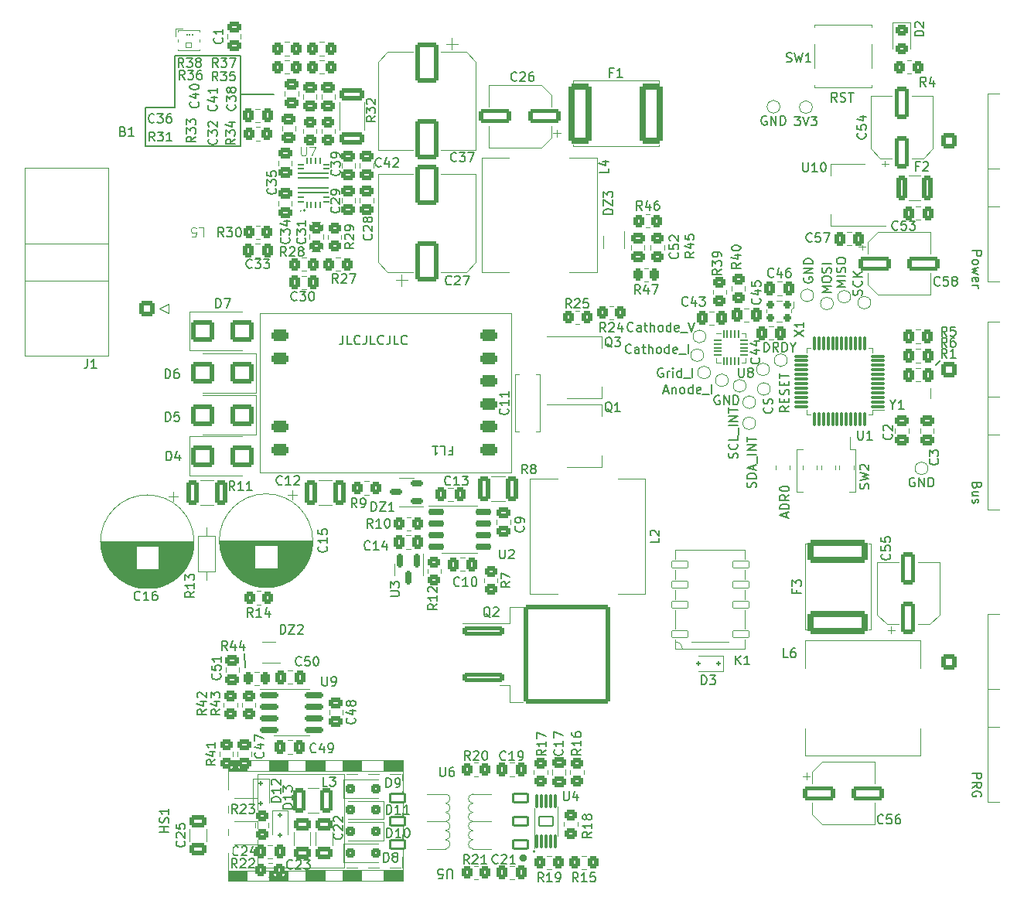
<source format=gto>
G04 #@! TF.GenerationSoftware,KiCad,Pcbnew,7.0.10*
G04 #@! TF.CreationDate,2024-01-28T11:03:42+01:00*
G04 #@! TF.ProjectId,EuroMeasure-IonGaugeController,4575726f-4d65-4617-9375-72652d496f6e,1.1.0*
G04 #@! TF.SameCoordinates,Original*
G04 #@! TF.FileFunction,Legend,Top*
G04 #@! TF.FilePolarity,Positive*
%FSLAX46Y46*%
G04 Gerber Fmt 4.6, Leading zero omitted, Abs format (unit mm)*
G04 Created by KiCad (PCBNEW 7.0.10) date 2024-01-28 11:03:42*
%MOMM*%
%LPD*%
G01*
G04 APERTURE LIST*
G04 Aperture macros list*
%AMRoundRect*
0 Rectangle with rounded corners*
0 $1 Rounding radius*
0 $2 $3 $4 $5 $6 $7 $8 $9 X,Y pos of 4 corners*
0 Add a 4 corners polygon primitive as box body*
4,1,4,$2,$3,$4,$5,$6,$7,$8,$9,$2,$3,0*
0 Add four circle primitives for the rounded corners*
1,1,$1+$1,$2,$3*
1,1,$1+$1,$4,$5*
1,1,$1+$1,$6,$7*
1,1,$1+$1,$8,$9*
0 Add four rect primitives between the rounded corners*
20,1,$1+$1,$2,$3,$4,$5,0*
20,1,$1+$1,$4,$5,$6,$7,0*
20,1,$1+$1,$6,$7,$8,$9,0*
20,1,$1+$1,$8,$9,$2,$3,0*%
%AMFreePoly0*
4,1,15,0.512500,0.050000,0.512500,-0.050000,1.162500,-0.700000,-0.262500,-0.700000,-0.358171,-0.680970,-0.439277,-0.626777,-0.493470,-0.545671,-0.512500,-0.450000,-0.512500,0.450000,-0.493470,0.545671,-0.439277,0.626777,-0.358171,0.680970,-0.262500,0.700000,1.162500,0.700000,0.512500,0.050000,0.512500,0.050000,$1*%
%AMFreePoly1*
4,1,20,0.358171,0.680970,0.439277,0.626777,0.493470,0.545671,0.512500,0.450000,0.512500,-0.450000,0.493470,-0.545671,0.439277,-0.626777,0.358171,-0.680970,0.262500,-0.700000,-0.362500,-0.700000,-0.428566,-0.633933,-0.439277,-0.626777,-0.446433,-0.616066,-1.062500,0.000000,-0.446433,0.616066,-0.439277,0.626777,-0.428566,0.633933,-0.362500,0.700000,0.262500,0.700000,0.358171,0.680970,
0.358171,0.680970,$1*%
%AMFreePoly2*
4,1,13,0.125000,1.175000,0.165000,1.175000,0.165000,-1.175000,0.125000,-1.175000,0.125000,-1.700000,-0.125000,-1.700000,-0.125000,-1.175000,-0.165000,-1.175000,-0.165000,1.175000,-0.125000,1.175000,-0.125000,1.700000,0.125000,1.700000,0.125000,1.175000,0.125000,1.175000,$1*%
G04 Aperture macros list end*
%ADD10C,0.150000*%
%ADD11C,0.100000*%
%ADD12C,0.120000*%
%ADD13C,0.413553*%
%ADD14C,0.158167*%
%ADD15C,0.160000*%
%ADD16C,0.010000*%
%ADD17RoundRect,0.250000X-0.475000X0.337500X-0.475000X-0.337500X0.475000X-0.337500X0.475000X0.337500X0*%
%ADD18R,2.000000X1.500000*%
%ADD19R,2.000000X3.800000*%
%ADD20RoundRect,0.250000X-0.350000X-0.450000X0.350000X-0.450000X0.350000X0.450000X-0.350000X0.450000X0*%
%ADD21RoundRect,0.125000X-0.125000X0.125000X-0.125000X-0.125000X0.125000X-0.125000X0.125000X0.125000X0*%
%ADD22RoundRect,0.250000X0.350000X0.450000X-0.350000X0.450000X-0.350000X-0.450000X0.350000X-0.450000X0*%
%ADD23RoundRect,0.150000X0.512500X0.150000X-0.512500X0.150000X-0.512500X-0.150000X0.512500X-0.150000X0*%
%ADD24RoundRect,0.250000X0.450000X-0.350000X0.450000X0.350000X-0.450000X0.350000X-0.450000X-0.350000X0*%
%ADD25RoundRect,0.250000X0.475000X-0.337500X0.475000X0.337500X-0.475000X0.337500X-0.475000X-0.337500X0*%
%ADD26RoundRect,0.150000X-0.150000X0.587500X-0.150000X-0.587500X0.150000X-0.587500X0.150000X0.587500X0*%
%ADD27RoundRect,0.250000X-0.300000X-0.300000X0.300000X-0.300000X0.300000X0.300000X-0.300000X0.300000X0*%
%ADD28RoundRect,0.250000X0.600000X0.600000X-0.600000X0.600000X-0.600000X-0.600000X0.600000X-0.600000X0*%
%ADD29C,1.700000*%
%ADD30RoundRect,0.250000X0.337500X0.475000X-0.337500X0.475000X-0.337500X-0.475000X0.337500X-0.475000X0*%
%ADD31RoundRect,0.250000X-2.050000X-0.300000X2.050000X-0.300000X2.050000X0.300000X-2.050000X0.300000X0*%
%ADD32RoundRect,0.250002X-4.449998X-5.149998X4.449998X-5.149998X4.449998X5.149998X-4.449998X5.149998X0*%
%ADD33RoundRect,0.250000X-0.337500X-0.475000X0.337500X-0.475000X0.337500X0.475000X-0.337500X0.475000X0*%
%ADD34RoundRect,0.324675X-0.925325X-2.975325X0.925325X-2.975325X0.925325X2.975325X-0.925325X2.975325X0*%
%ADD35R,0.400000X1.500000*%
%ADD36C,1.000000*%
%ADD37R,2.000000X1.905000*%
%ADD38O,2.000000X1.905000*%
%ADD39FreePoly0,270.000000*%
%ADD40FreePoly1,270.000000*%
%ADD41RoundRect,0.250000X-0.450000X0.350000X-0.450000X-0.350000X0.450000X-0.350000X0.450000X0.350000X0*%
%ADD42RoundRect,0.317500X0.637500X0.317500X-0.637500X0.317500X-0.637500X-0.317500X0.637500X-0.317500X0*%
%ADD43RoundRect,0.324675X2.975325X-0.925325X2.975325X0.925325X-2.975325X0.925325X-2.975325X-0.925325X0*%
%ADD44R,0.650000X0.850000*%
%ADD45R,1.500000X0.400000*%
%ADD46RoundRect,0.249999X1.075001X-0.450001X1.075001X0.450001X-1.075001X0.450001X-1.075001X-0.450001X0*%
%ADD47RoundRect,0.250000X-0.412500X-1.100000X0.412500X-1.100000X0.412500X1.100000X-0.412500X1.100000X0*%
%ADD48RoundRect,0.250000X0.650000X-0.412500X0.650000X0.412500X-0.650000X0.412500X-0.650000X-0.412500X0*%
%ADD49RoundRect,0.250000X0.262500X0.450000X-0.262500X0.450000X-0.262500X-0.450000X0.262500X-0.450000X0*%
%ADD50RoundRect,0.250000X0.300000X0.300000X-0.300000X0.300000X-0.300000X-0.300000X0.300000X-0.300000X0*%
%ADD51RoundRect,0.075000X0.662500X0.075000X-0.662500X0.075000X-0.662500X-0.075000X0.662500X-0.075000X0*%
%ADD52RoundRect,0.075000X0.075000X0.662500X-0.075000X0.662500X-0.075000X-0.662500X0.075000X-0.662500X0*%
%ADD53RoundRect,0.250000X1.000000X-1.950000X1.000000X1.950000X-1.000000X1.950000X-1.000000X-1.950000X0*%
%ADD54R,1.550000X1.300000*%
%ADD55R,2.000000X2.000000*%
%ADD56C,2.000000*%
%ADD57R,5.400000X2.900000*%
%ADD58RoundRect,0.250000X0.550000X-1.500000X0.550000X1.500000X-0.550000X1.500000X-0.550000X-1.500000X0*%
%ADD59R,0.760000X1.250000*%
%ADD60RoundRect,0.250000X0.375000X1.075000X-0.375000X1.075000X-0.375000X-1.075000X0.375000X-1.075000X0*%
%ADD61RoundRect,0.122000X0.788000X0.488000X-0.788000X0.488000X-0.788000X-0.488000X0.788000X-0.488000X0*%
%ADD62RoundRect,0.250000X-0.450000X0.325000X-0.450000X-0.325000X0.450000X-0.325000X0.450000X0.325000X0*%
%ADD63RoundRect,0.250000X0.400000X1.075000X-0.400000X1.075000X-0.400000X-1.075000X0.400000X-1.075000X0*%
%ADD64RoundRect,0.250000X-1.500000X-0.550000X1.500000X-0.550000X1.500000X0.550000X-1.500000X0.550000X0*%
%ADD65RoundRect,0.250000X-0.600000X-0.600000X0.600000X-0.600000X0.600000X0.600000X-0.600000X0.600000X0*%
%ADD66C,5.600000*%
%ADD67R,0.700000X0.700000*%
%ADD68RoundRect,0.050000X0.075000X0.250000X-0.075000X0.250000X-0.075000X-0.250000X0.075000X-0.250000X0*%
%ADD69RoundRect,0.050000X-0.250000X0.075000X-0.250000X-0.075000X0.250000X-0.075000X0.250000X0.075000X0*%
%ADD70RoundRect,0.050000X-1.650000X0.075000X-1.650000X-0.075000X1.650000X-0.075000X1.650000X0.075000X0*%
%ADD71FreePoly2,90.000000*%
%ADD72RoundRect,0.050000X0.250000X-0.075000X0.250000X0.075000X-0.250000X0.075000X-0.250000X-0.075000X0*%
%ADD73RoundRect,0.250000X1.000000X0.900000X-1.000000X0.900000X-1.000000X-0.900000X1.000000X-0.900000X0*%
%ADD74RoundRect,0.050000X-0.362500X-0.050000X0.362500X-0.050000X0.362500X0.050000X-0.362500X0.050000X0*%
%ADD75RoundRect,0.050000X-0.050000X-0.362500X0.050000X-0.362500X0.050000X0.362500X-0.050000X0.362500X0*%
%ADD76R,1.700000X1.700000*%
%ADD77RoundRect,0.075000X0.075000X-0.650000X0.075000X0.650000X-0.075000X0.650000X-0.075000X-0.650000X0*%
%ADD78RoundRect,0.057500X0.752500X-0.517500X0.752500X0.517500X-0.752500X0.517500X-0.752500X-0.517500X0*%
%ADD79RoundRect,0.250000X-1.000000X-0.900000X1.000000X-0.900000X1.000000X0.900000X-1.000000X0.900000X0*%
%ADD80RoundRect,0.200000X-0.250000X0.200000X-0.250000X-0.200000X0.250000X-0.200000X0.250000X0.200000X0*%
%ADD81R,7.200000X2.300000*%
%ADD82RoundRect,0.150000X-0.825000X-0.150000X0.825000X-0.150000X0.825000X0.150000X-0.825000X0.150000X0*%
%ADD83RoundRect,0.250000X-1.000000X1.950000X-1.000000X-1.950000X1.000000X-1.950000X1.000000X1.950000X0*%
%ADD84RoundRect,0.050000X0.880000X-0.350000X0.880000X0.350000X-0.880000X0.350000X-0.880000X-0.350000X0*%
%ADD85R,2.900000X5.400000*%
%ADD86RoundRect,0.250001X0.462499X1.074999X-0.462499X1.074999X-0.462499X-1.074999X0.462499X-1.074999X0*%
%ADD87C,1.600000*%
%ADD88C,1.400000*%
%ADD89O,1.400000X1.400000*%
%ADD90RoundRect,0.125000X0.125000X0.125000X-0.125000X0.125000X-0.125000X-0.125000X0.125000X-0.125000X0*%
%ADD91RoundRect,0.250000X-0.400000X-1.075000X0.400000X-1.075000X0.400000X1.075000X-0.400000X1.075000X0*%
%ADD92RoundRect,0.250000X1.500000X0.550000X-1.500000X0.550000X-1.500000X-0.550000X1.500000X-0.550000X0*%
%ADD93RoundRect,0.150000X-0.725000X-0.150000X0.725000X-0.150000X0.725000X0.150000X-0.725000X0.150000X0*%
G04 APERTURE END LIST*
D10*
X105975000Y-66575000D02*
X116375000Y-66575000D01*
X116375000Y-66575000D02*
X116375000Y-56625000D01*
X193000000Y-90000000D02*
X192500000Y-90500000D01*
X109250000Y-56650000D02*
X109250000Y-62300000D01*
X116375000Y-56625000D02*
X109250000Y-56625000D01*
X109250000Y-62300000D02*
X105975000Y-62300000D01*
X105975000Y-62300000D02*
X105975000Y-66575000D01*
X116900000Y-123600000D02*
X116800000Y-122100000D01*
X116425000Y-60875000D02*
X120075000Y-60875000D01*
X127622493Y-87269819D02*
X127622493Y-87984104D01*
X127622493Y-87984104D02*
X127574874Y-88126961D01*
X127574874Y-88126961D02*
X127479636Y-88222200D01*
X127479636Y-88222200D02*
X127336779Y-88269819D01*
X127336779Y-88269819D02*
X127241541Y-88269819D01*
X128574874Y-88269819D02*
X128098684Y-88269819D01*
X128098684Y-88269819D02*
X128098684Y-87269819D01*
X129479636Y-88174580D02*
X129432017Y-88222200D01*
X129432017Y-88222200D02*
X129289160Y-88269819D01*
X129289160Y-88269819D02*
X129193922Y-88269819D01*
X129193922Y-88269819D02*
X129051065Y-88222200D01*
X129051065Y-88222200D02*
X128955827Y-88126961D01*
X128955827Y-88126961D02*
X128908208Y-88031723D01*
X128908208Y-88031723D02*
X128860589Y-87841247D01*
X128860589Y-87841247D02*
X128860589Y-87698390D01*
X128860589Y-87698390D02*
X128908208Y-87507914D01*
X128908208Y-87507914D02*
X128955827Y-87412676D01*
X128955827Y-87412676D02*
X129051065Y-87317438D01*
X129051065Y-87317438D02*
X129193922Y-87269819D01*
X129193922Y-87269819D02*
X129289160Y-87269819D01*
X129289160Y-87269819D02*
X129432017Y-87317438D01*
X129432017Y-87317438D02*
X129479636Y-87365057D01*
X130193922Y-87269819D02*
X130193922Y-87984104D01*
X130193922Y-87984104D02*
X130146303Y-88126961D01*
X130146303Y-88126961D02*
X130051065Y-88222200D01*
X130051065Y-88222200D02*
X129908208Y-88269819D01*
X129908208Y-88269819D02*
X129812970Y-88269819D01*
X131146303Y-88269819D02*
X130670113Y-88269819D01*
X130670113Y-88269819D02*
X130670113Y-87269819D01*
X132051065Y-88174580D02*
X132003446Y-88222200D01*
X132003446Y-88222200D02*
X131860589Y-88269819D01*
X131860589Y-88269819D02*
X131765351Y-88269819D01*
X131765351Y-88269819D02*
X131622494Y-88222200D01*
X131622494Y-88222200D02*
X131527256Y-88126961D01*
X131527256Y-88126961D02*
X131479637Y-88031723D01*
X131479637Y-88031723D02*
X131432018Y-87841247D01*
X131432018Y-87841247D02*
X131432018Y-87698390D01*
X131432018Y-87698390D02*
X131479637Y-87507914D01*
X131479637Y-87507914D02*
X131527256Y-87412676D01*
X131527256Y-87412676D02*
X131622494Y-87317438D01*
X131622494Y-87317438D02*
X131765351Y-87269819D01*
X131765351Y-87269819D02*
X131860589Y-87269819D01*
X131860589Y-87269819D02*
X132003446Y-87317438D01*
X132003446Y-87317438D02*
X132051065Y-87365057D01*
X132765351Y-87269819D02*
X132765351Y-87984104D01*
X132765351Y-87984104D02*
X132717732Y-88126961D01*
X132717732Y-88126961D02*
X132622494Y-88222200D01*
X132622494Y-88222200D02*
X132479637Y-88269819D01*
X132479637Y-88269819D02*
X132384399Y-88269819D01*
X133717732Y-88269819D02*
X133241542Y-88269819D01*
X133241542Y-88269819D02*
X133241542Y-87269819D01*
X134622494Y-88174580D02*
X134574875Y-88222200D01*
X134574875Y-88222200D02*
X134432018Y-88269819D01*
X134432018Y-88269819D02*
X134336780Y-88269819D01*
X134336780Y-88269819D02*
X134193923Y-88222200D01*
X134193923Y-88222200D02*
X134098685Y-88126961D01*
X134098685Y-88126961D02*
X134051066Y-88031723D01*
X134051066Y-88031723D02*
X134003447Y-87841247D01*
X134003447Y-87841247D02*
X134003447Y-87698390D01*
X134003447Y-87698390D02*
X134051066Y-87507914D01*
X134051066Y-87507914D02*
X134098685Y-87412676D01*
X134098685Y-87412676D02*
X134193923Y-87317438D01*
X134193923Y-87317438D02*
X134336780Y-87269819D01*
X134336780Y-87269819D02*
X134432018Y-87269819D01*
X134432018Y-87269819D02*
X134574875Y-87317438D01*
X134574875Y-87317438D02*
X134622494Y-87365057D01*
X113734580Y-62092857D02*
X113782200Y-62140476D01*
X113782200Y-62140476D02*
X113829819Y-62283333D01*
X113829819Y-62283333D02*
X113829819Y-62378571D01*
X113829819Y-62378571D02*
X113782200Y-62521428D01*
X113782200Y-62521428D02*
X113686961Y-62616666D01*
X113686961Y-62616666D02*
X113591723Y-62664285D01*
X113591723Y-62664285D02*
X113401247Y-62711904D01*
X113401247Y-62711904D02*
X113258390Y-62711904D01*
X113258390Y-62711904D02*
X113067914Y-62664285D01*
X113067914Y-62664285D02*
X112972676Y-62616666D01*
X112972676Y-62616666D02*
X112877438Y-62521428D01*
X112877438Y-62521428D02*
X112829819Y-62378571D01*
X112829819Y-62378571D02*
X112829819Y-62283333D01*
X112829819Y-62283333D02*
X112877438Y-62140476D01*
X112877438Y-62140476D02*
X112925057Y-62092857D01*
X113163152Y-61235714D02*
X113829819Y-61235714D01*
X112782200Y-61473809D02*
X113496485Y-61711904D01*
X113496485Y-61711904D02*
X113496485Y-61092857D01*
X113829819Y-60188095D02*
X113829819Y-60759523D01*
X113829819Y-60473809D02*
X112829819Y-60473809D01*
X112829819Y-60473809D02*
X112972676Y-60569047D01*
X112972676Y-60569047D02*
X113067914Y-60664285D01*
X113067914Y-60664285D02*
X113115533Y-60759523D01*
X177961905Y-68354819D02*
X177961905Y-69164342D01*
X177961905Y-69164342D02*
X178009524Y-69259580D01*
X178009524Y-69259580D02*
X178057143Y-69307200D01*
X178057143Y-69307200D02*
X178152381Y-69354819D01*
X178152381Y-69354819D02*
X178342857Y-69354819D01*
X178342857Y-69354819D02*
X178438095Y-69307200D01*
X178438095Y-69307200D02*
X178485714Y-69259580D01*
X178485714Y-69259580D02*
X178533333Y-69164342D01*
X178533333Y-69164342D02*
X178533333Y-68354819D01*
X179533333Y-69354819D02*
X178961905Y-69354819D01*
X179247619Y-69354819D02*
X179247619Y-68354819D01*
X179247619Y-68354819D02*
X179152381Y-68497676D01*
X179152381Y-68497676D02*
X179057143Y-68592914D01*
X179057143Y-68592914D02*
X178961905Y-68640533D01*
X180152381Y-68354819D02*
X180247619Y-68354819D01*
X180247619Y-68354819D02*
X180342857Y-68402438D01*
X180342857Y-68402438D02*
X180390476Y-68450057D01*
X180390476Y-68450057D02*
X180438095Y-68545295D01*
X180438095Y-68545295D02*
X180485714Y-68735771D01*
X180485714Y-68735771D02*
X180485714Y-68973866D01*
X180485714Y-68973866D02*
X180438095Y-69164342D01*
X180438095Y-69164342D02*
X180390476Y-69259580D01*
X180390476Y-69259580D02*
X180342857Y-69307200D01*
X180342857Y-69307200D02*
X180247619Y-69354819D01*
X180247619Y-69354819D02*
X180152381Y-69354819D01*
X180152381Y-69354819D02*
X180057143Y-69307200D01*
X180057143Y-69307200D02*
X180009524Y-69259580D01*
X180009524Y-69259580D02*
X179961905Y-69164342D01*
X179961905Y-69164342D02*
X179914286Y-68973866D01*
X179914286Y-68973866D02*
X179914286Y-68735771D01*
X179914286Y-68735771D02*
X179961905Y-68545295D01*
X179961905Y-68545295D02*
X180009524Y-68450057D01*
X180009524Y-68450057D02*
X180057143Y-68402438D01*
X180057143Y-68402438D02*
X180152381Y-68354819D01*
X129133333Y-106129819D02*
X128800000Y-105653628D01*
X128561905Y-106129819D02*
X128561905Y-105129819D01*
X128561905Y-105129819D02*
X128942857Y-105129819D01*
X128942857Y-105129819D02*
X129038095Y-105177438D01*
X129038095Y-105177438D02*
X129085714Y-105225057D01*
X129085714Y-105225057D02*
X129133333Y-105320295D01*
X129133333Y-105320295D02*
X129133333Y-105463152D01*
X129133333Y-105463152D02*
X129085714Y-105558390D01*
X129085714Y-105558390D02*
X129038095Y-105606009D01*
X129038095Y-105606009D02*
X128942857Y-105653628D01*
X128942857Y-105653628D02*
X128561905Y-105653628D01*
X129609524Y-106129819D02*
X129800000Y-106129819D01*
X129800000Y-106129819D02*
X129895238Y-106082200D01*
X129895238Y-106082200D02*
X129942857Y-106034580D01*
X129942857Y-106034580D02*
X130038095Y-105891723D01*
X130038095Y-105891723D02*
X130085714Y-105701247D01*
X130085714Y-105701247D02*
X130085714Y-105320295D01*
X130085714Y-105320295D02*
X130038095Y-105225057D01*
X130038095Y-105225057D02*
X129990476Y-105177438D01*
X129990476Y-105177438D02*
X129895238Y-105129819D01*
X129895238Y-105129819D02*
X129704762Y-105129819D01*
X129704762Y-105129819D02*
X129609524Y-105177438D01*
X129609524Y-105177438D02*
X129561905Y-105225057D01*
X129561905Y-105225057D02*
X129514286Y-105320295D01*
X129514286Y-105320295D02*
X129514286Y-105558390D01*
X129514286Y-105558390D02*
X129561905Y-105653628D01*
X129561905Y-105653628D02*
X129609524Y-105701247D01*
X129609524Y-105701247D02*
X129704762Y-105748866D01*
X129704762Y-105748866D02*
X129895238Y-105748866D01*
X129895238Y-105748866D02*
X129990476Y-105701247D01*
X129990476Y-105701247D02*
X130038095Y-105653628D01*
X130038095Y-105653628D02*
X130085714Y-105558390D01*
X122054819Y-139089285D02*
X121054819Y-139089285D01*
X121054819Y-139089285D02*
X121054819Y-138851190D01*
X121054819Y-138851190D02*
X121102438Y-138708333D01*
X121102438Y-138708333D02*
X121197676Y-138613095D01*
X121197676Y-138613095D02*
X121292914Y-138565476D01*
X121292914Y-138565476D02*
X121483390Y-138517857D01*
X121483390Y-138517857D02*
X121626247Y-138517857D01*
X121626247Y-138517857D02*
X121816723Y-138565476D01*
X121816723Y-138565476D02*
X121911961Y-138613095D01*
X121911961Y-138613095D02*
X122007200Y-138708333D01*
X122007200Y-138708333D02*
X122054819Y-138851190D01*
X122054819Y-138851190D02*
X122054819Y-139089285D01*
X122054819Y-137565476D02*
X122054819Y-138136904D01*
X122054819Y-137851190D02*
X121054819Y-137851190D01*
X121054819Y-137851190D02*
X121197676Y-137946428D01*
X121197676Y-137946428D02*
X121292914Y-138041666D01*
X121292914Y-138041666D02*
X121340533Y-138136904D01*
X121054819Y-137232142D02*
X121054819Y-136613095D01*
X121054819Y-136613095D02*
X121435771Y-136946428D01*
X121435771Y-136946428D02*
X121435771Y-136803571D01*
X121435771Y-136803571D02*
X121483390Y-136708333D01*
X121483390Y-136708333D02*
X121531009Y-136660714D01*
X121531009Y-136660714D02*
X121626247Y-136613095D01*
X121626247Y-136613095D02*
X121864342Y-136613095D01*
X121864342Y-136613095D02*
X121959580Y-136660714D01*
X121959580Y-136660714D02*
X122007200Y-136708333D01*
X122007200Y-136708333D02*
X122054819Y-136803571D01*
X122054819Y-136803571D02*
X122054819Y-137089285D01*
X122054819Y-137089285D02*
X122007200Y-137184523D01*
X122007200Y-137184523D02*
X121959580Y-137232142D01*
X152607142Y-84279819D02*
X152273809Y-83803628D01*
X152035714Y-84279819D02*
X152035714Y-83279819D01*
X152035714Y-83279819D02*
X152416666Y-83279819D01*
X152416666Y-83279819D02*
X152511904Y-83327438D01*
X152511904Y-83327438D02*
X152559523Y-83375057D01*
X152559523Y-83375057D02*
X152607142Y-83470295D01*
X152607142Y-83470295D02*
X152607142Y-83613152D01*
X152607142Y-83613152D02*
X152559523Y-83708390D01*
X152559523Y-83708390D02*
X152511904Y-83756009D01*
X152511904Y-83756009D02*
X152416666Y-83803628D01*
X152416666Y-83803628D02*
X152035714Y-83803628D01*
X152988095Y-83375057D02*
X153035714Y-83327438D01*
X153035714Y-83327438D02*
X153130952Y-83279819D01*
X153130952Y-83279819D02*
X153369047Y-83279819D01*
X153369047Y-83279819D02*
X153464285Y-83327438D01*
X153464285Y-83327438D02*
X153511904Y-83375057D01*
X153511904Y-83375057D02*
X153559523Y-83470295D01*
X153559523Y-83470295D02*
X153559523Y-83565533D01*
X153559523Y-83565533D02*
X153511904Y-83708390D01*
X153511904Y-83708390D02*
X152940476Y-84279819D01*
X152940476Y-84279819D02*
X153559523Y-84279819D01*
X154464285Y-83279819D02*
X153988095Y-83279819D01*
X153988095Y-83279819D02*
X153940476Y-83756009D01*
X153940476Y-83756009D02*
X153988095Y-83708390D01*
X153988095Y-83708390D02*
X154083333Y-83660771D01*
X154083333Y-83660771D02*
X154321428Y-83660771D01*
X154321428Y-83660771D02*
X154416666Y-83708390D01*
X154416666Y-83708390D02*
X154464285Y-83756009D01*
X154464285Y-83756009D02*
X154511904Y-83851247D01*
X154511904Y-83851247D02*
X154511904Y-84089342D01*
X154511904Y-84089342D02*
X154464285Y-84184580D01*
X154464285Y-84184580D02*
X154416666Y-84232200D01*
X154416666Y-84232200D02*
X154321428Y-84279819D01*
X154321428Y-84279819D02*
X154083333Y-84279819D01*
X154083333Y-84279819D02*
X153988095Y-84232200D01*
X153988095Y-84232200D02*
X153940476Y-84184580D01*
X130735714Y-106529819D02*
X130735714Y-105529819D01*
X130735714Y-105529819D02*
X130973809Y-105529819D01*
X130973809Y-105529819D02*
X131116666Y-105577438D01*
X131116666Y-105577438D02*
X131211904Y-105672676D01*
X131211904Y-105672676D02*
X131259523Y-105767914D01*
X131259523Y-105767914D02*
X131307142Y-105958390D01*
X131307142Y-105958390D02*
X131307142Y-106101247D01*
X131307142Y-106101247D02*
X131259523Y-106291723D01*
X131259523Y-106291723D02*
X131211904Y-106386961D01*
X131211904Y-106386961D02*
X131116666Y-106482200D01*
X131116666Y-106482200D02*
X130973809Y-106529819D01*
X130973809Y-106529819D02*
X130735714Y-106529819D01*
X131640476Y-105529819D02*
X132307142Y-105529819D01*
X132307142Y-105529819D02*
X131640476Y-106529819D01*
X131640476Y-106529819D02*
X132307142Y-106529819D01*
X133211904Y-106529819D02*
X132640476Y-106529819D01*
X132926190Y-106529819D02*
X132926190Y-105529819D01*
X132926190Y-105529819D02*
X132830952Y-105672676D01*
X132830952Y-105672676D02*
X132735714Y-105767914D01*
X132735714Y-105767914D02*
X132640476Y-105815533D01*
X137929819Y-116692857D02*
X137453628Y-117026190D01*
X137929819Y-117264285D02*
X136929819Y-117264285D01*
X136929819Y-117264285D02*
X136929819Y-116883333D01*
X136929819Y-116883333D02*
X136977438Y-116788095D01*
X136977438Y-116788095D02*
X137025057Y-116740476D01*
X137025057Y-116740476D02*
X137120295Y-116692857D01*
X137120295Y-116692857D02*
X137263152Y-116692857D01*
X137263152Y-116692857D02*
X137358390Y-116740476D01*
X137358390Y-116740476D02*
X137406009Y-116788095D01*
X137406009Y-116788095D02*
X137453628Y-116883333D01*
X137453628Y-116883333D02*
X137453628Y-117264285D01*
X137929819Y-115740476D02*
X137929819Y-116311904D01*
X137929819Y-116026190D02*
X136929819Y-116026190D01*
X136929819Y-116026190D02*
X137072676Y-116121428D01*
X137072676Y-116121428D02*
X137167914Y-116216666D01*
X137167914Y-116216666D02*
X137215533Y-116311904D01*
X137025057Y-115359523D02*
X136977438Y-115311904D01*
X136977438Y-115311904D02*
X136929819Y-115216666D01*
X136929819Y-115216666D02*
X136929819Y-114978571D01*
X136929819Y-114978571D02*
X136977438Y-114883333D01*
X136977438Y-114883333D02*
X137025057Y-114835714D01*
X137025057Y-114835714D02*
X137120295Y-114788095D01*
X137120295Y-114788095D02*
X137215533Y-114788095D01*
X137215533Y-114788095D02*
X137358390Y-114835714D01*
X137358390Y-114835714D02*
X137929819Y-115407142D01*
X137929819Y-115407142D02*
X137929819Y-114788095D01*
X120234580Y-71192857D02*
X120282200Y-71240476D01*
X120282200Y-71240476D02*
X120329819Y-71383333D01*
X120329819Y-71383333D02*
X120329819Y-71478571D01*
X120329819Y-71478571D02*
X120282200Y-71621428D01*
X120282200Y-71621428D02*
X120186961Y-71716666D01*
X120186961Y-71716666D02*
X120091723Y-71764285D01*
X120091723Y-71764285D02*
X119901247Y-71811904D01*
X119901247Y-71811904D02*
X119758390Y-71811904D01*
X119758390Y-71811904D02*
X119567914Y-71764285D01*
X119567914Y-71764285D02*
X119472676Y-71716666D01*
X119472676Y-71716666D02*
X119377438Y-71621428D01*
X119377438Y-71621428D02*
X119329819Y-71478571D01*
X119329819Y-71478571D02*
X119329819Y-71383333D01*
X119329819Y-71383333D02*
X119377438Y-71240476D01*
X119377438Y-71240476D02*
X119425057Y-71192857D01*
X119329819Y-70859523D02*
X119329819Y-70240476D01*
X119329819Y-70240476D02*
X119710771Y-70573809D01*
X119710771Y-70573809D02*
X119710771Y-70430952D01*
X119710771Y-70430952D02*
X119758390Y-70335714D01*
X119758390Y-70335714D02*
X119806009Y-70288095D01*
X119806009Y-70288095D02*
X119901247Y-70240476D01*
X119901247Y-70240476D02*
X120139342Y-70240476D01*
X120139342Y-70240476D02*
X120234580Y-70288095D01*
X120234580Y-70288095D02*
X120282200Y-70335714D01*
X120282200Y-70335714D02*
X120329819Y-70430952D01*
X120329819Y-70430952D02*
X120329819Y-70716666D01*
X120329819Y-70716666D02*
X120282200Y-70811904D01*
X120282200Y-70811904D02*
X120234580Y-70859523D01*
X119329819Y-69335714D02*
X119329819Y-69811904D01*
X119329819Y-69811904D02*
X119806009Y-69859523D01*
X119806009Y-69859523D02*
X119758390Y-69811904D01*
X119758390Y-69811904D02*
X119710771Y-69716666D01*
X119710771Y-69716666D02*
X119710771Y-69478571D01*
X119710771Y-69478571D02*
X119758390Y-69383333D01*
X119758390Y-69383333D02*
X119806009Y-69335714D01*
X119806009Y-69335714D02*
X119901247Y-69288095D01*
X119901247Y-69288095D02*
X120139342Y-69288095D01*
X120139342Y-69288095D02*
X120234580Y-69335714D01*
X120234580Y-69335714D02*
X120282200Y-69383333D01*
X120282200Y-69383333D02*
X120329819Y-69478571D01*
X120329819Y-69478571D02*
X120329819Y-69716666D01*
X120329819Y-69716666D02*
X120282200Y-69811904D01*
X120282200Y-69811904D02*
X120234580Y-69859523D01*
X153357142Y-147104819D02*
X153023809Y-146628628D01*
X152785714Y-147104819D02*
X152785714Y-146104819D01*
X152785714Y-146104819D02*
X153166666Y-146104819D01*
X153166666Y-146104819D02*
X153261904Y-146152438D01*
X153261904Y-146152438D02*
X153309523Y-146200057D01*
X153309523Y-146200057D02*
X153357142Y-146295295D01*
X153357142Y-146295295D02*
X153357142Y-146438152D01*
X153357142Y-146438152D02*
X153309523Y-146533390D01*
X153309523Y-146533390D02*
X153261904Y-146581009D01*
X153261904Y-146581009D02*
X153166666Y-146628628D01*
X153166666Y-146628628D02*
X152785714Y-146628628D01*
X154309523Y-147104819D02*
X153738095Y-147104819D01*
X154023809Y-147104819D02*
X154023809Y-146104819D01*
X154023809Y-146104819D02*
X153928571Y-146247676D01*
X153928571Y-146247676D02*
X153833333Y-146342914D01*
X153833333Y-146342914D02*
X153738095Y-146390533D01*
X155214285Y-146104819D02*
X154738095Y-146104819D01*
X154738095Y-146104819D02*
X154690476Y-146581009D01*
X154690476Y-146581009D02*
X154738095Y-146533390D01*
X154738095Y-146533390D02*
X154833333Y-146485771D01*
X154833333Y-146485771D02*
X155071428Y-146485771D01*
X155071428Y-146485771D02*
X155166666Y-146533390D01*
X155166666Y-146533390D02*
X155214285Y-146581009D01*
X155214285Y-146581009D02*
X155261904Y-146676247D01*
X155261904Y-146676247D02*
X155261904Y-146914342D01*
X155261904Y-146914342D02*
X155214285Y-147009580D01*
X155214285Y-147009580D02*
X155166666Y-147057200D01*
X155166666Y-147057200D02*
X155071428Y-147104819D01*
X155071428Y-147104819D02*
X154833333Y-147104819D01*
X154833333Y-147104819D02*
X154738095Y-147057200D01*
X154738095Y-147057200D02*
X154690476Y-147009580D01*
X154854819Y-141642857D02*
X154378628Y-141976190D01*
X154854819Y-142214285D02*
X153854819Y-142214285D01*
X153854819Y-142214285D02*
X153854819Y-141833333D01*
X153854819Y-141833333D02*
X153902438Y-141738095D01*
X153902438Y-141738095D02*
X153950057Y-141690476D01*
X153950057Y-141690476D02*
X154045295Y-141642857D01*
X154045295Y-141642857D02*
X154188152Y-141642857D01*
X154188152Y-141642857D02*
X154283390Y-141690476D01*
X154283390Y-141690476D02*
X154331009Y-141738095D01*
X154331009Y-141738095D02*
X154378628Y-141833333D01*
X154378628Y-141833333D02*
X154378628Y-142214285D01*
X154854819Y-140690476D02*
X154854819Y-141261904D01*
X154854819Y-140976190D02*
X153854819Y-140976190D01*
X153854819Y-140976190D02*
X153997676Y-141071428D01*
X153997676Y-141071428D02*
X154092914Y-141166666D01*
X154092914Y-141166666D02*
X154140533Y-141261904D01*
X154283390Y-140119047D02*
X154235771Y-140214285D01*
X154235771Y-140214285D02*
X154188152Y-140261904D01*
X154188152Y-140261904D02*
X154092914Y-140309523D01*
X154092914Y-140309523D02*
X154045295Y-140309523D01*
X154045295Y-140309523D02*
X153950057Y-140261904D01*
X153950057Y-140261904D02*
X153902438Y-140214285D01*
X153902438Y-140214285D02*
X153854819Y-140119047D01*
X153854819Y-140119047D02*
X153854819Y-139928571D01*
X153854819Y-139928571D02*
X153902438Y-139833333D01*
X153902438Y-139833333D02*
X153950057Y-139785714D01*
X153950057Y-139785714D02*
X154045295Y-139738095D01*
X154045295Y-139738095D02*
X154092914Y-139738095D01*
X154092914Y-139738095D02*
X154188152Y-139785714D01*
X154188152Y-139785714D02*
X154235771Y-139833333D01*
X154235771Y-139833333D02*
X154283390Y-139928571D01*
X154283390Y-139928571D02*
X154283390Y-140119047D01*
X154283390Y-140119047D02*
X154331009Y-140214285D01*
X154331009Y-140214285D02*
X154378628Y-140261904D01*
X154378628Y-140261904D02*
X154473866Y-140309523D01*
X154473866Y-140309523D02*
X154664342Y-140309523D01*
X154664342Y-140309523D02*
X154759580Y-140261904D01*
X154759580Y-140261904D02*
X154807200Y-140214285D01*
X154807200Y-140214285D02*
X154854819Y-140119047D01*
X154854819Y-140119047D02*
X154854819Y-139928571D01*
X154854819Y-139928571D02*
X154807200Y-139833333D01*
X154807200Y-139833333D02*
X154759580Y-139785714D01*
X154759580Y-139785714D02*
X154664342Y-139738095D01*
X154664342Y-139738095D02*
X154473866Y-139738095D01*
X154473866Y-139738095D02*
X154378628Y-139785714D01*
X154378628Y-139785714D02*
X154331009Y-139833333D01*
X154331009Y-139833333D02*
X154283390Y-139928571D01*
X132804819Y-115836904D02*
X133614342Y-115836904D01*
X133614342Y-115836904D02*
X133709580Y-115789285D01*
X133709580Y-115789285D02*
X133757200Y-115741666D01*
X133757200Y-115741666D02*
X133804819Y-115646428D01*
X133804819Y-115646428D02*
X133804819Y-115455952D01*
X133804819Y-115455952D02*
X133757200Y-115360714D01*
X133757200Y-115360714D02*
X133709580Y-115313095D01*
X133709580Y-115313095D02*
X133614342Y-115265476D01*
X133614342Y-115265476D02*
X132804819Y-115265476D01*
X132804819Y-114884523D02*
X132804819Y-114265476D01*
X132804819Y-114265476D02*
X133185771Y-114598809D01*
X133185771Y-114598809D02*
X133185771Y-114455952D01*
X133185771Y-114455952D02*
X133233390Y-114360714D01*
X133233390Y-114360714D02*
X133281009Y-114313095D01*
X133281009Y-114313095D02*
X133376247Y-114265476D01*
X133376247Y-114265476D02*
X133614342Y-114265476D01*
X133614342Y-114265476D02*
X133709580Y-114313095D01*
X133709580Y-114313095D02*
X133757200Y-114360714D01*
X133757200Y-114360714D02*
X133804819Y-114455952D01*
X133804819Y-114455952D02*
X133804819Y-114741666D01*
X133804819Y-114741666D02*
X133757200Y-114836904D01*
X133757200Y-114836904D02*
X133709580Y-114884523D01*
X132361905Y-136754819D02*
X132361905Y-135754819D01*
X132361905Y-135754819D02*
X132600000Y-135754819D01*
X132600000Y-135754819D02*
X132742857Y-135802438D01*
X132742857Y-135802438D02*
X132838095Y-135897676D01*
X132838095Y-135897676D02*
X132885714Y-135992914D01*
X132885714Y-135992914D02*
X132933333Y-136183390D01*
X132933333Y-136183390D02*
X132933333Y-136326247D01*
X132933333Y-136326247D02*
X132885714Y-136516723D01*
X132885714Y-136516723D02*
X132838095Y-136611961D01*
X132838095Y-136611961D02*
X132742857Y-136707200D01*
X132742857Y-136707200D02*
X132600000Y-136754819D01*
X132600000Y-136754819D02*
X132361905Y-136754819D01*
X133409524Y-136754819D02*
X133600000Y-136754819D01*
X133600000Y-136754819D02*
X133695238Y-136707200D01*
X133695238Y-136707200D02*
X133742857Y-136659580D01*
X133742857Y-136659580D02*
X133838095Y-136516723D01*
X133838095Y-136516723D02*
X133885714Y-136326247D01*
X133885714Y-136326247D02*
X133885714Y-135945295D01*
X133885714Y-135945295D02*
X133838095Y-135850057D01*
X133838095Y-135850057D02*
X133790476Y-135802438D01*
X133790476Y-135802438D02*
X133695238Y-135754819D01*
X133695238Y-135754819D02*
X133504762Y-135754819D01*
X133504762Y-135754819D02*
X133409524Y-135802438D01*
X133409524Y-135802438D02*
X133361905Y-135850057D01*
X133361905Y-135850057D02*
X133314286Y-135945295D01*
X133314286Y-135945295D02*
X133314286Y-136183390D01*
X133314286Y-136183390D02*
X133361905Y-136278628D01*
X133361905Y-136278628D02*
X133409524Y-136326247D01*
X133409524Y-136326247D02*
X133504762Y-136373866D01*
X133504762Y-136373866D02*
X133695238Y-136373866D01*
X133695238Y-136373866D02*
X133790476Y-136326247D01*
X133790476Y-136326247D02*
X133838095Y-136278628D01*
X133838095Y-136278628D02*
X133885714Y-136183390D01*
X99649166Y-89884819D02*
X99649166Y-90599104D01*
X99649166Y-90599104D02*
X99601547Y-90741961D01*
X99601547Y-90741961D02*
X99506309Y-90837200D01*
X99506309Y-90837200D02*
X99363452Y-90884819D01*
X99363452Y-90884819D02*
X99268214Y-90884819D01*
X100649166Y-90884819D02*
X100077738Y-90884819D01*
X100363452Y-90884819D02*
X100363452Y-89884819D01*
X100363452Y-89884819D02*
X100268214Y-90027676D01*
X100268214Y-90027676D02*
X100172976Y-90122914D01*
X100172976Y-90122914D02*
X100077738Y-90170533D01*
X193733333Y-89754819D02*
X193400000Y-89278628D01*
X193161905Y-89754819D02*
X193161905Y-88754819D01*
X193161905Y-88754819D02*
X193542857Y-88754819D01*
X193542857Y-88754819D02*
X193638095Y-88802438D01*
X193638095Y-88802438D02*
X193685714Y-88850057D01*
X193685714Y-88850057D02*
X193733333Y-88945295D01*
X193733333Y-88945295D02*
X193733333Y-89088152D01*
X193733333Y-89088152D02*
X193685714Y-89183390D01*
X193685714Y-89183390D02*
X193638095Y-89231009D01*
X193638095Y-89231009D02*
X193542857Y-89278628D01*
X193542857Y-89278628D02*
X193161905Y-89278628D01*
X194685714Y-89754819D02*
X194114286Y-89754819D01*
X194400000Y-89754819D02*
X194400000Y-88754819D01*
X194400000Y-88754819D02*
X194304762Y-88897676D01*
X194304762Y-88897676D02*
X194209524Y-88992914D01*
X194209524Y-88992914D02*
X194114286Y-89040533D01*
X143754761Y-118150057D02*
X143659523Y-118102438D01*
X143659523Y-118102438D02*
X143564285Y-118007200D01*
X143564285Y-118007200D02*
X143421428Y-117864342D01*
X143421428Y-117864342D02*
X143326190Y-117816723D01*
X143326190Y-117816723D02*
X143230952Y-117816723D01*
X143278571Y-118054819D02*
X143183333Y-118007200D01*
X143183333Y-118007200D02*
X143088095Y-117911961D01*
X143088095Y-117911961D02*
X143040476Y-117721485D01*
X143040476Y-117721485D02*
X143040476Y-117388152D01*
X143040476Y-117388152D02*
X143088095Y-117197676D01*
X143088095Y-117197676D02*
X143183333Y-117102438D01*
X143183333Y-117102438D02*
X143278571Y-117054819D01*
X143278571Y-117054819D02*
X143469047Y-117054819D01*
X143469047Y-117054819D02*
X143564285Y-117102438D01*
X143564285Y-117102438D02*
X143659523Y-117197676D01*
X143659523Y-117197676D02*
X143707142Y-117388152D01*
X143707142Y-117388152D02*
X143707142Y-117721485D01*
X143707142Y-117721485D02*
X143659523Y-117911961D01*
X143659523Y-117911961D02*
X143564285Y-118007200D01*
X143564285Y-118007200D02*
X143469047Y-118054819D01*
X143469047Y-118054819D02*
X143278571Y-118054819D01*
X144088095Y-117150057D02*
X144135714Y-117102438D01*
X144135714Y-117102438D02*
X144230952Y-117054819D01*
X144230952Y-117054819D02*
X144469047Y-117054819D01*
X144469047Y-117054819D02*
X144564285Y-117102438D01*
X144564285Y-117102438D02*
X144611904Y-117150057D01*
X144611904Y-117150057D02*
X144659523Y-117245295D01*
X144659523Y-117245295D02*
X144659523Y-117340533D01*
X144659523Y-117340533D02*
X144611904Y-117483390D01*
X144611904Y-117483390D02*
X144040476Y-118054819D01*
X144040476Y-118054819D02*
X144659523Y-118054819D01*
X113932142Y-57904819D02*
X113598809Y-57428628D01*
X113360714Y-57904819D02*
X113360714Y-56904819D01*
X113360714Y-56904819D02*
X113741666Y-56904819D01*
X113741666Y-56904819D02*
X113836904Y-56952438D01*
X113836904Y-56952438D02*
X113884523Y-57000057D01*
X113884523Y-57000057D02*
X113932142Y-57095295D01*
X113932142Y-57095295D02*
X113932142Y-57238152D01*
X113932142Y-57238152D02*
X113884523Y-57333390D01*
X113884523Y-57333390D02*
X113836904Y-57381009D01*
X113836904Y-57381009D02*
X113741666Y-57428628D01*
X113741666Y-57428628D02*
X113360714Y-57428628D01*
X114265476Y-56904819D02*
X114884523Y-56904819D01*
X114884523Y-56904819D02*
X114551190Y-57285771D01*
X114551190Y-57285771D02*
X114694047Y-57285771D01*
X114694047Y-57285771D02*
X114789285Y-57333390D01*
X114789285Y-57333390D02*
X114836904Y-57381009D01*
X114836904Y-57381009D02*
X114884523Y-57476247D01*
X114884523Y-57476247D02*
X114884523Y-57714342D01*
X114884523Y-57714342D02*
X114836904Y-57809580D01*
X114836904Y-57809580D02*
X114789285Y-57857200D01*
X114789285Y-57857200D02*
X114694047Y-57904819D01*
X114694047Y-57904819D02*
X114408333Y-57904819D01*
X114408333Y-57904819D02*
X114313095Y-57857200D01*
X114313095Y-57857200D02*
X114265476Y-57809580D01*
X115217857Y-56904819D02*
X115884523Y-56904819D01*
X115884523Y-56904819D02*
X115455952Y-57904819D01*
X173259580Y-83242857D02*
X173307200Y-83290476D01*
X173307200Y-83290476D02*
X173354819Y-83433333D01*
X173354819Y-83433333D02*
X173354819Y-83528571D01*
X173354819Y-83528571D02*
X173307200Y-83671428D01*
X173307200Y-83671428D02*
X173211961Y-83766666D01*
X173211961Y-83766666D02*
X173116723Y-83814285D01*
X173116723Y-83814285D02*
X172926247Y-83861904D01*
X172926247Y-83861904D02*
X172783390Y-83861904D01*
X172783390Y-83861904D02*
X172592914Y-83814285D01*
X172592914Y-83814285D02*
X172497676Y-83766666D01*
X172497676Y-83766666D02*
X172402438Y-83671428D01*
X172402438Y-83671428D02*
X172354819Y-83528571D01*
X172354819Y-83528571D02*
X172354819Y-83433333D01*
X172354819Y-83433333D02*
X172402438Y-83290476D01*
X172402438Y-83290476D02*
X172450057Y-83242857D01*
X172688152Y-82385714D02*
X173354819Y-82385714D01*
X172307200Y-82623809D02*
X173021485Y-82861904D01*
X173021485Y-82861904D02*
X173021485Y-82242857D01*
X172354819Y-81385714D02*
X172354819Y-81861904D01*
X172354819Y-81861904D02*
X172831009Y-81909523D01*
X172831009Y-81909523D02*
X172783390Y-81861904D01*
X172783390Y-81861904D02*
X172735771Y-81766666D01*
X172735771Y-81766666D02*
X172735771Y-81528571D01*
X172735771Y-81528571D02*
X172783390Y-81433333D01*
X172783390Y-81433333D02*
X172831009Y-81385714D01*
X172831009Y-81385714D02*
X172926247Y-81338095D01*
X172926247Y-81338095D02*
X173164342Y-81338095D01*
X173164342Y-81338095D02*
X173259580Y-81385714D01*
X173259580Y-81385714D02*
X173307200Y-81433333D01*
X173307200Y-81433333D02*
X173354819Y-81528571D01*
X173354819Y-81528571D02*
X173354819Y-81766666D01*
X173354819Y-81766666D02*
X173307200Y-81861904D01*
X173307200Y-81861904D02*
X173259580Y-81909523D01*
X157166666Y-58481009D02*
X156833333Y-58481009D01*
X156833333Y-59004819D02*
X156833333Y-58004819D01*
X156833333Y-58004819D02*
X157309523Y-58004819D01*
X158214285Y-59004819D02*
X157642857Y-59004819D01*
X157928571Y-59004819D02*
X157928571Y-58004819D01*
X157928571Y-58004819D02*
X157833333Y-58147676D01*
X157833333Y-58147676D02*
X157738095Y-58242914D01*
X157738095Y-58242914D02*
X157642857Y-58290533D01*
X157154819Y-74014285D02*
X156154819Y-74014285D01*
X156154819Y-74014285D02*
X156154819Y-73776190D01*
X156154819Y-73776190D02*
X156202438Y-73633333D01*
X156202438Y-73633333D02*
X156297676Y-73538095D01*
X156297676Y-73538095D02*
X156392914Y-73490476D01*
X156392914Y-73490476D02*
X156583390Y-73442857D01*
X156583390Y-73442857D02*
X156726247Y-73442857D01*
X156726247Y-73442857D02*
X156916723Y-73490476D01*
X156916723Y-73490476D02*
X157011961Y-73538095D01*
X157011961Y-73538095D02*
X157107200Y-73633333D01*
X157107200Y-73633333D02*
X157154819Y-73776190D01*
X157154819Y-73776190D02*
X157154819Y-74014285D01*
X156154819Y-73109523D02*
X156154819Y-72442857D01*
X156154819Y-72442857D02*
X157154819Y-73109523D01*
X157154819Y-73109523D02*
X157154819Y-72442857D01*
X156154819Y-72157142D02*
X156154819Y-71538095D01*
X156154819Y-71538095D02*
X156535771Y-71871428D01*
X156535771Y-71871428D02*
X156535771Y-71728571D01*
X156535771Y-71728571D02*
X156583390Y-71633333D01*
X156583390Y-71633333D02*
X156631009Y-71585714D01*
X156631009Y-71585714D02*
X156726247Y-71538095D01*
X156726247Y-71538095D02*
X156964342Y-71538095D01*
X156964342Y-71538095D02*
X157059580Y-71585714D01*
X157059580Y-71585714D02*
X157107200Y-71633333D01*
X157107200Y-71633333D02*
X157154819Y-71728571D01*
X157154819Y-71728571D02*
X157154819Y-72014285D01*
X157154819Y-72014285D02*
X157107200Y-72109523D01*
X157107200Y-72109523D02*
X157059580Y-72157142D01*
X110182142Y-57929819D02*
X109848809Y-57453628D01*
X109610714Y-57929819D02*
X109610714Y-56929819D01*
X109610714Y-56929819D02*
X109991666Y-56929819D01*
X109991666Y-56929819D02*
X110086904Y-56977438D01*
X110086904Y-56977438D02*
X110134523Y-57025057D01*
X110134523Y-57025057D02*
X110182142Y-57120295D01*
X110182142Y-57120295D02*
X110182142Y-57263152D01*
X110182142Y-57263152D02*
X110134523Y-57358390D01*
X110134523Y-57358390D02*
X110086904Y-57406009D01*
X110086904Y-57406009D02*
X109991666Y-57453628D01*
X109991666Y-57453628D02*
X109610714Y-57453628D01*
X110515476Y-56929819D02*
X111134523Y-56929819D01*
X111134523Y-56929819D02*
X110801190Y-57310771D01*
X110801190Y-57310771D02*
X110944047Y-57310771D01*
X110944047Y-57310771D02*
X111039285Y-57358390D01*
X111039285Y-57358390D02*
X111086904Y-57406009D01*
X111086904Y-57406009D02*
X111134523Y-57501247D01*
X111134523Y-57501247D02*
X111134523Y-57739342D01*
X111134523Y-57739342D02*
X111086904Y-57834580D01*
X111086904Y-57834580D02*
X111039285Y-57882200D01*
X111039285Y-57882200D02*
X110944047Y-57929819D01*
X110944047Y-57929819D02*
X110658333Y-57929819D01*
X110658333Y-57929819D02*
X110563095Y-57882200D01*
X110563095Y-57882200D02*
X110515476Y-57834580D01*
X111705952Y-57358390D02*
X111610714Y-57310771D01*
X111610714Y-57310771D02*
X111563095Y-57263152D01*
X111563095Y-57263152D02*
X111515476Y-57167914D01*
X111515476Y-57167914D02*
X111515476Y-57120295D01*
X111515476Y-57120295D02*
X111563095Y-57025057D01*
X111563095Y-57025057D02*
X111610714Y-56977438D01*
X111610714Y-56977438D02*
X111705952Y-56929819D01*
X111705952Y-56929819D02*
X111896428Y-56929819D01*
X111896428Y-56929819D02*
X111991666Y-56977438D01*
X111991666Y-56977438D02*
X112039285Y-57025057D01*
X112039285Y-57025057D02*
X112086904Y-57120295D01*
X112086904Y-57120295D02*
X112086904Y-57167914D01*
X112086904Y-57167914D02*
X112039285Y-57263152D01*
X112039285Y-57263152D02*
X111991666Y-57310771D01*
X111991666Y-57310771D02*
X111896428Y-57358390D01*
X111896428Y-57358390D02*
X111705952Y-57358390D01*
X111705952Y-57358390D02*
X111610714Y-57406009D01*
X111610714Y-57406009D02*
X111563095Y-57453628D01*
X111563095Y-57453628D02*
X111515476Y-57548866D01*
X111515476Y-57548866D02*
X111515476Y-57739342D01*
X111515476Y-57739342D02*
X111563095Y-57834580D01*
X111563095Y-57834580D02*
X111610714Y-57882200D01*
X111610714Y-57882200D02*
X111705952Y-57929819D01*
X111705952Y-57929819D02*
X111896428Y-57929819D01*
X111896428Y-57929819D02*
X111991666Y-57882200D01*
X111991666Y-57882200D02*
X112039285Y-57834580D01*
X112039285Y-57834580D02*
X112086904Y-57739342D01*
X112086904Y-57739342D02*
X112086904Y-57548866D01*
X112086904Y-57548866D02*
X112039285Y-57453628D01*
X112039285Y-57453628D02*
X111991666Y-57406009D01*
X111991666Y-57406009D02*
X111896428Y-57358390D01*
X173709524Y-89054819D02*
X173709524Y-88054819D01*
X173709524Y-88054819D02*
X173947619Y-88054819D01*
X173947619Y-88054819D02*
X174090476Y-88102438D01*
X174090476Y-88102438D02*
X174185714Y-88197676D01*
X174185714Y-88197676D02*
X174233333Y-88292914D01*
X174233333Y-88292914D02*
X174280952Y-88483390D01*
X174280952Y-88483390D02*
X174280952Y-88626247D01*
X174280952Y-88626247D02*
X174233333Y-88816723D01*
X174233333Y-88816723D02*
X174185714Y-88911961D01*
X174185714Y-88911961D02*
X174090476Y-89007200D01*
X174090476Y-89007200D02*
X173947619Y-89054819D01*
X173947619Y-89054819D02*
X173709524Y-89054819D01*
X175280952Y-89054819D02*
X174947619Y-88578628D01*
X174709524Y-89054819D02*
X174709524Y-88054819D01*
X174709524Y-88054819D02*
X175090476Y-88054819D01*
X175090476Y-88054819D02*
X175185714Y-88102438D01*
X175185714Y-88102438D02*
X175233333Y-88150057D01*
X175233333Y-88150057D02*
X175280952Y-88245295D01*
X175280952Y-88245295D02*
X175280952Y-88388152D01*
X175280952Y-88388152D02*
X175233333Y-88483390D01*
X175233333Y-88483390D02*
X175185714Y-88531009D01*
X175185714Y-88531009D02*
X175090476Y-88578628D01*
X175090476Y-88578628D02*
X174709524Y-88578628D01*
X175709524Y-89054819D02*
X175709524Y-88054819D01*
X175709524Y-88054819D02*
X175947619Y-88054819D01*
X175947619Y-88054819D02*
X176090476Y-88102438D01*
X176090476Y-88102438D02*
X176185714Y-88197676D01*
X176185714Y-88197676D02*
X176233333Y-88292914D01*
X176233333Y-88292914D02*
X176280952Y-88483390D01*
X176280952Y-88483390D02*
X176280952Y-88626247D01*
X176280952Y-88626247D02*
X176233333Y-88816723D01*
X176233333Y-88816723D02*
X176185714Y-88911961D01*
X176185714Y-88911961D02*
X176090476Y-89007200D01*
X176090476Y-89007200D02*
X175947619Y-89054819D01*
X175947619Y-89054819D02*
X175709524Y-89054819D01*
X176900000Y-88578628D02*
X176900000Y-89054819D01*
X176566667Y-88054819D02*
X176900000Y-88578628D01*
X176900000Y-88578628D02*
X177233333Y-88054819D01*
X156357142Y-86904819D02*
X156023809Y-86428628D01*
X155785714Y-86904819D02*
X155785714Y-85904819D01*
X155785714Y-85904819D02*
X156166666Y-85904819D01*
X156166666Y-85904819D02*
X156261904Y-85952438D01*
X156261904Y-85952438D02*
X156309523Y-86000057D01*
X156309523Y-86000057D02*
X156357142Y-86095295D01*
X156357142Y-86095295D02*
X156357142Y-86238152D01*
X156357142Y-86238152D02*
X156309523Y-86333390D01*
X156309523Y-86333390D02*
X156261904Y-86381009D01*
X156261904Y-86381009D02*
X156166666Y-86428628D01*
X156166666Y-86428628D02*
X155785714Y-86428628D01*
X156738095Y-86000057D02*
X156785714Y-85952438D01*
X156785714Y-85952438D02*
X156880952Y-85904819D01*
X156880952Y-85904819D02*
X157119047Y-85904819D01*
X157119047Y-85904819D02*
X157214285Y-85952438D01*
X157214285Y-85952438D02*
X157261904Y-86000057D01*
X157261904Y-86000057D02*
X157309523Y-86095295D01*
X157309523Y-86095295D02*
X157309523Y-86190533D01*
X157309523Y-86190533D02*
X157261904Y-86333390D01*
X157261904Y-86333390D02*
X156690476Y-86904819D01*
X156690476Y-86904819D02*
X157309523Y-86904819D01*
X158166666Y-86238152D02*
X158166666Y-86904819D01*
X157928571Y-85857200D02*
X157690476Y-86571485D01*
X157690476Y-86571485D02*
X158309523Y-86571485D01*
X115804819Y-65767857D02*
X115328628Y-66101190D01*
X115804819Y-66339285D02*
X114804819Y-66339285D01*
X114804819Y-66339285D02*
X114804819Y-65958333D01*
X114804819Y-65958333D02*
X114852438Y-65863095D01*
X114852438Y-65863095D02*
X114900057Y-65815476D01*
X114900057Y-65815476D02*
X114995295Y-65767857D01*
X114995295Y-65767857D02*
X115138152Y-65767857D01*
X115138152Y-65767857D02*
X115233390Y-65815476D01*
X115233390Y-65815476D02*
X115281009Y-65863095D01*
X115281009Y-65863095D02*
X115328628Y-65958333D01*
X115328628Y-65958333D02*
X115328628Y-66339285D01*
X114804819Y-65434523D02*
X114804819Y-64815476D01*
X114804819Y-64815476D02*
X115185771Y-65148809D01*
X115185771Y-65148809D02*
X115185771Y-65005952D01*
X115185771Y-65005952D02*
X115233390Y-64910714D01*
X115233390Y-64910714D02*
X115281009Y-64863095D01*
X115281009Y-64863095D02*
X115376247Y-64815476D01*
X115376247Y-64815476D02*
X115614342Y-64815476D01*
X115614342Y-64815476D02*
X115709580Y-64863095D01*
X115709580Y-64863095D02*
X115757200Y-64910714D01*
X115757200Y-64910714D02*
X115804819Y-65005952D01*
X115804819Y-65005952D02*
X115804819Y-65291666D01*
X115804819Y-65291666D02*
X115757200Y-65386904D01*
X115757200Y-65386904D02*
X115709580Y-65434523D01*
X115138152Y-63958333D02*
X115804819Y-63958333D01*
X114757200Y-64196428D02*
X115471485Y-64434523D01*
X115471485Y-64434523D02*
X115471485Y-63815476D01*
X193733333Y-88554819D02*
X193400000Y-88078628D01*
X193161905Y-88554819D02*
X193161905Y-87554819D01*
X193161905Y-87554819D02*
X193542857Y-87554819D01*
X193542857Y-87554819D02*
X193638095Y-87602438D01*
X193638095Y-87602438D02*
X193685714Y-87650057D01*
X193685714Y-87650057D02*
X193733333Y-87745295D01*
X193733333Y-87745295D02*
X193733333Y-87888152D01*
X193733333Y-87888152D02*
X193685714Y-87983390D01*
X193685714Y-87983390D02*
X193638095Y-88031009D01*
X193638095Y-88031009D02*
X193542857Y-88078628D01*
X193542857Y-88078628D02*
X193161905Y-88078628D01*
X194590476Y-87554819D02*
X194400000Y-87554819D01*
X194400000Y-87554819D02*
X194304762Y-87602438D01*
X194304762Y-87602438D02*
X194257143Y-87650057D01*
X194257143Y-87650057D02*
X194161905Y-87792914D01*
X194161905Y-87792914D02*
X194114286Y-87983390D01*
X194114286Y-87983390D02*
X194114286Y-88364342D01*
X194114286Y-88364342D02*
X194161905Y-88459580D01*
X194161905Y-88459580D02*
X194209524Y-88507200D01*
X194209524Y-88507200D02*
X194304762Y-88554819D01*
X194304762Y-88554819D02*
X194495238Y-88554819D01*
X194495238Y-88554819D02*
X194590476Y-88507200D01*
X194590476Y-88507200D02*
X194638095Y-88459580D01*
X194638095Y-88459580D02*
X194685714Y-88364342D01*
X194685714Y-88364342D02*
X194685714Y-88126247D01*
X194685714Y-88126247D02*
X194638095Y-88031009D01*
X194638095Y-88031009D02*
X194590476Y-87983390D01*
X194590476Y-87983390D02*
X194495238Y-87935771D01*
X194495238Y-87935771D02*
X194304762Y-87935771D01*
X194304762Y-87935771D02*
X194209524Y-87983390D01*
X194209524Y-87983390D02*
X194161905Y-88031009D01*
X194161905Y-88031009D02*
X194114286Y-88126247D01*
X138238095Y-134554819D02*
X138238095Y-135364342D01*
X138238095Y-135364342D02*
X138285714Y-135459580D01*
X138285714Y-135459580D02*
X138333333Y-135507200D01*
X138333333Y-135507200D02*
X138428571Y-135554819D01*
X138428571Y-135554819D02*
X138619047Y-135554819D01*
X138619047Y-135554819D02*
X138714285Y-135507200D01*
X138714285Y-135507200D02*
X138761904Y-135459580D01*
X138761904Y-135459580D02*
X138809523Y-135364342D01*
X138809523Y-135364342D02*
X138809523Y-134554819D01*
X139714285Y-134554819D02*
X139523809Y-134554819D01*
X139523809Y-134554819D02*
X139428571Y-134602438D01*
X139428571Y-134602438D02*
X139380952Y-134650057D01*
X139380952Y-134650057D02*
X139285714Y-134792914D01*
X139285714Y-134792914D02*
X139238095Y-134983390D01*
X139238095Y-134983390D02*
X139238095Y-135364342D01*
X139238095Y-135364342D02*
X139285714Y-135459580D01*
X139285714Y-135459580D02*
X139333333Y-135507200D01*
X139333333Y-135507200D02*
X139428571Y-135554819D01*
X139428571Y-135554819D02*
X139619047Y-135554819D01*
X139619047Y-135554819D02*
X139714285Y-135507200D01*
X139714285Y-135507200D02*
X139761904Y-135459580D01*
X139761904Y-135459580D02*
X139809523Y-135364342D01*
X139809523Y-135364342D02*
X139809523Y-135126247D01*
X139809523Y-135126247D02*
X139761904Y-135031009D01*
X139761904Y-135031009D02*
X139714285Y-134983390D01*
X139714285Y-134983390D02*
X139619047Y-134935771D01*
X139619047Y-134935771D02*
X139428571Y-134935771D01*
X139428571Y-134935771D02*
X139333333Y-134983390D01*
X139333333Y-134983390D02*
X139285714Y-135031009D01*
X139285714Y-135031009D02*
X139238095Y-135126247D01*
X121407142Y-78604819D02*
X121073809Y-78128628D01*
X120835714Y-78604819D02*
X120835714Y-77604819D01*
X120835714Y-77604819D02*
X121216666Y-77604819D01*
X121216666Y-77604819D02*
X121311904Y-77652438D01*
X121311904Y-77652438D02*
X121359523Y-77700057D01*
X121359523Y-77700057D02*
X121407142Y-77795295D01*
X121407142Y-77795295D02*
X121407142Y-77938152D01*
X121407142Y-77938152D02*
X121359523Y-78033390D01*
X121359523Y-78033390D02*
X121311904Y-78081009D01*
X121311904Y-78081009D02*
X121216666Y-78128628D01*
X121216666Y-78128628D02*
X120835714Y-78128628D01*
X121788095Y-77700057D02*
X121835714Y-77652438D01*
X121835714Y-77652438D02*
X121930952Y-77604819D01*
X121930952Y-77604819D02*
X122169047Y-77604819D01*
X122169047Y-77604819D02*
X122264285Y-77652438D01*
X122264285Y-77652438D02*
X122311904Y-77700057D01*
X122311904Y-77700057D02*
X122359523Y-77795295D01*
X122359523Y-77795295D02*
X122359523Y-77890533D01*
X122359523Y-77890533D02*
X122311904Y-78033390D01*
X122311904Y-78033390D02*
X121740476Y-78604819D01*
X121740476Y-78604819D02*
X122359523Y-78604819D01*
X122930952Y-78033390D02*
X122835714Y-77985771D01*
X122835714Y-77985771D02*
X122788095Y-77938152D01*
X122788095Y-77938152D02*
X122740476Y-77842914D01*
X122740476Y-77842914D02*
X122740476Y-77795295D01*
X122740476Y-77795295D02*
X122788095Y-77700057D01*
X122788095Y-77700057D02*
X122835714Y-77652438D01*
X122835714Y-77652438D02*
X122930952Y-77604819D01*
X122930952Y-77604819D02*
X123121428Y-77604819D01*
X123121428Y-77604819D02*
X123216666Y-77652438D01*
X123216666Y-77652438D02*
X123264285Y-77700057D01*
X123264285Y-77700057D02*
X123311904Y-77795295D01*
X123311904Y-77795295D02*
X123311904Y-77842914D01*
X123311904Y-77842914D02*
X123264285Y-77938152D01*
X123264285Y-77938152D02*
X123216666Y-77985771D01*
X123216666Y-77985771D02*
X123121428Y-78033390D01*
X123121428Y-78033390D02*
X122930952Y-78033390D01*
X122930952Y-78033390D02*
X122835714Y-78081009D01*
X122835714Y-78081009D02*
X122788095Y-78128628D01*
X122788095Y-78128628D02*
X122740476Y-78223866D01*
X122740476Y-78223866D02*
X122740476Y-78414342D01*
X122740476Y-78414342D02*
X122788095Y-78509580D01*
X122788095Y-78509580D02*
X122835714Y-78557200D01*
X122835714Y-78557200D02*
X122930952Y-78604819D01*
X122930952Y-78604819D02*
X123121428Y-78604819D01*
X123121428Y-78604819D02*
X123216666Y-78557200D01*
X123216666Y-78557200D02*
X123264285Y-78509580D01*
X123264285Y-78509580D02*
X123311904Y-78414342D01*
X123311904Y-78414342D02*
X123311904Y-78223866D01*
X123311904Y-78223866D02*
X123264285Y-78128628D01*
X123264285Y-78128628D02*
X123216666Y-78081009D01*
X123216666Y-78081009D02*
X123121428Y-78033390D01*
X151609580Y-132642857D02*
X151657200Y-132690476D01*
X151657200Y-132690476D02*
X151704819Y-132833333D01*
X151704819Y-132833333D02*
X151704819Y-132928571D01*
X151704819Y-132928571D02*
X151657200Y-133071428D01*
X151657200Y-133071428D02*
X151561961Y-133166666D01*
X151561961Y-133166666D02*
X151466723Y-133214285D01*
X151466723Y-133214285D02*
X151276247Y-133261904D01*
X151276247Y-133261904D02*
X151133390Y-133261904D01*
X151133390Y-133261904D02*
X150942914Y-133214285D01*
X150942914Y-133214285D02*
X150847676Y-133166666D01*
X150847676Y-133166666D02*
X150752438Y-133071428D01*
X150752438Y-133071428D02*
X150704819Y-132928571D01*
X150704819Y-132928571D02*
X150704819Y-132833333D01*
X150704819Y-132833333D02*
X150752438Y-132690476D01*
X150752438Y-132690476D02*
X150800057Y-132642857D01*
X151704819Y-131690476D02*
X151704819Y-132261904D01*
X151704819Y-131976190D02*
X150704819Y-131976190D01*
X150704819Y-131976190D02*
X150847676Y-132071428D01*
X150847676Y-132071428D02*
X150942914Y-132166666D01*
X150942914Y-132166666D02*
X150990533Y-132261904D01*
X150704819Y-131357142D02*
X150704819Y-130690476D01*
X150704819Y-130690476D02*
X151704819Y-131119047D01*
X114379580Y-54704166D02*
X114427200Y-54751785D01*
X114427200Y-54751785D02*
X114474819Y-54894642D01*
X114474819Y-54894642D02*
X114474819Y-54989880D01*
X114474819Y-54989880D02*
X114427200Y-55132737D01*
X114427200Y-55132737D02*
X114331961Y-55227975D01*
X114331961Y-55227975D02*
X114236723Y-55275594D01*
X114236723Y-55275594D02*
X114046247Y-55323213D01*
X114046247Y-55323213D02*
X113903390Y-55323213D01*
X113903390Y-55323213D02*
X113712914Y-55275594D01*
X113712914Y-55275594D02*
X113617676Y-55227975D01*
X113617676Y-55227975D02*
X113522438Y-55132737D01*
X113522438Y-55132737D02*
X113474819Y-54989880D01*
X113474819Y-54989880D02*
X113474819Y-54894642D01*
X113474819Y-54894642D02*
X113522438Y-54751785D01*
X113522438Y-54751785D02*
X113570057Y-54704166D01*
X114474819Y-53751785D02*
X114474819Y-54323213D01*
X114474819Y-54037499D02*
X113474819Y-54037499D01*
X113474819Y-54037499D02*
X113617676Y-54132737D01*
X113617676Y-54132737D02*
X113712914Y-54227975D01*
X113712914Y-54227975D02*
X113760533Y-54323213D01*
X174757142Y-80829580D02*
X174709523Y-80877200D01*
X174709523Y-80877200D02*
X174566666Y-80924819D01*
X174566666Y-80924819D02*
X174471428Y-80924819D01*
X174471428Y-80924819D02*
X174328571Y-80877200D01*
X174328571Y-80877200D02*
X174233333Y-80781961D01*
X174233333Y-80781961D02*
X174185714Y-80686723D01*
X174185714Y-80686723D02*
X174138095Y-80496247D01*
X174138095Y-80496247D02*
X174138095Y-80353390D01*
X174138095Y-80353390D02*
X174185714Y-80162914D01*
X174185714Y-80162914D02*
X174233333Y-80067676D01*
X174233333Y-80067676D02*
X174328571Y-79972438D01*
X174328571Y-79972438D02*
X174471428Y-79924819D01*
X174471428Y-79924819D02*
X174566666Y-79924819D01*
X174566666Y-79924819D02*
X174709523Y-79972438D01*
X174709523Y-79972438D02*
X174757142Y-80020057D01*
X175614285Y-80258152D02*
X175614285Y-80924819D01*
X175376190Y-79877200D02*
X175138095Y-80591485D01*
X175138095Y-80591485D02*
X175757142Y-80591485D01*
X176566666Y-79924819D02*
X176376190Y-79924819D01*
X176376190Y-79924819D02*
X176280952Y-79972438D01*
X176280952Y-79972438D02*
X176233333Y-80020057D01*
X176233333Y-80020057D02*
X176138095Y-80162914D01*
X176138095Y-80162914D02*
X176090476Y-80353390D01*
X176090476Y-80353390D02*
X176090476Y-80734342D01*
X176090476Y-80734342D02*
X176138095Y-80829580D01*
X176138095Y-80829580D02*
X176185714Y-80877200D01*
X176185714Y-80877200D02*
X176280952Y-80924819D01*
X176280952Y-80924819D02*
X176471428Y-80924819D01*
X176471428Y-80924819D02*
X176566666Y-80877200D01*
X176566666Y-80877200D02*
X176614285Y-80829580D01*
X176614285Y-80829580D02*
X176661904Y-80734342D01*
X176661904Y-80734342D02*
X176661904Y-80496247D01*
X176661904Y-80496247D02*
X176614285Y-80401009D01*
X176614285Y-80401009D02*
X176566666Y-80353390D01*
X176566666Y-80353390D02*
X176471428Y-80305771D01*
X176471428Y-80305771D02*
X176280952Y-80305771D01*
X176280952Y-80305771D02*
X176185714Y-80353390D01*
X176185714Y-80353390D02*
X176138095Y-80401009D01*
X176138095Y-80401009D02*
X176090476Y-80496247D01*
X141532142Y-133779819D02*
X141198809Y-133303628D01*
X140960714Y-133779819D02*
X140960714Y-132779819D01*
X140960714Y-132779819D02*
X141341666Y-132779819D01*
X141341666Y-132779819D02*
X141436904Y-132827438D01*
X141436904Y-132827438D02*
X141484523Y-132875057D01*
X141484523Y-132875057D02*
X141532142Y-132970295D01*
X141532142Y-132970295D02*
X141532142Y-133113152D01*
X141532142Y-133113152D02*
X141484523Y-133208390D01*
X141484523Y-133208390D02*
X141436904Y-133256009D01*
X141436904Y-133256009D02*
X141341666Y-133303628D01*
X141341666Y-133303628D02*
X140960714Y-133303628D01*
X141913095Y-132875057D02*
X141960714Y-132827438D01*
X141960714Y-132827438D02*
X142055952Y-132779819D01*
X142055952Y-132779819D02*
X142294047Y-132779819D01*
X142294047Y-132779819D02*
X142389285Y-132827438D01*
X142389285Y-132827438D02*
X142436904Y-132875057D01*
X142436904Y-132875057D02*
X142484523Y-132970295D01*
X142484523Y-132970295D02*
X142484523Y-133065533D01*
X142484523Y-133065533D02*
X142436904Y-133208390D01*
X142436904Y-133208390D02*
X141865476Y-133779819D01*
X141865476Y-133779819D02*
X142484523Y-133779819D01*
X143103571Y-132779819D02*
X143198809Y-132779819D01*
X143198809Y-132779819D02*
X143294047Y-132827438D01*
X143294047Y-132827438D02*
X143341666Y-132875057D01*
X143341666Y-132875057D02*
X143389285Y-132970295D01*
X143389285Y-132970295D02*
X143436904Y-133160771D01*
X143436904Y-133160771D02*
X143436904Y-133398866D01*
X143436904Y-133398866D02*
X143389285Y-133589342D01*
X143389285Y-133589342D02*
X143341666Y-133684580D01*
X143341666Y-133684580D02*
X143294047Y-133732200D01*
X143294047Y-133732200D02*
X143198809Y-133779819D01*
X143198809Y-133779819D02*
X143103571Y-133779819D01*
X143103571Y-133779819D02*
X143008333Y-133732200D01*
X143008333Y-133732200D02*
X142960714Y-133684580D01*
X142960714Y-133684580D02*
X142913095Y-133589342D01*
X142913095Y-133589342D02*
X142865476Y-133398866D01*
X142865476Y-133398866D02*
X142865476Y-133160771D01*
X142865476Y-133160771D02*
X142913095Y-132970295D01*
X142913095Y-132970295D02*
X142960714Y-132875057D01*
X142960714Y-132875057D02*
X143008333Y-132827438D01*
X143008333Y-132827438D02*
X143103571Y-132779819D01*
X123459580Y-76617857D02*
X123507200Y-76665476D01*
X123507200Y-76665476D02*
X123554819Y-76808333D01*
X123554819Y-76808333D02*
X123554819Y-76903571D01*
X123554819Y-76903571D02*
X123507200Y-77046428D01*
X123507200Y-77046428D02*
X123411961Y-77141666D01*
X123411961Y-77141666D02*
X123316723Y-77189285D01*
X123316723Y-77189285D02*
X123126247Y-77236904D01*
X123126247Y-77236904D02*
X122983390Y-77236904D01*
X122983390Y-77236904D02*
X122792914Y-77189285D01*
X122792914Y-77189285D02*
X122697676Y-77141666D01*
X122697676Y-77141666D02*
X122602438Y-77046428D01*
X122602438Y-77046428D02*
X122554819Y-76903571D01*
X122554819Y-76903571D02*
X122554819Y-76808333D01*
X122554819Y-76808333D02*
X122602438Y-76665476D01*
X122602438Y-76665476D02*
X122650057Y-76617857D01*
X122554819Y-76284523D02*
X122554819Y-75665476D01*
X122554819Y-75665476D02*
X122935771Y-75998809D01*
X122935771Y-75998809D02*
X122935771Y-75855952D01*
X122935771Y-75855952D02*
X122983390Y-75760714D01*
X122983390Y-75760714D02*
X123031009Y-75713095D01*
X123031009Y-75713095D02*
X123126247Y-75665476D01*
X123126247Y-75665476D02*
X123364342Y-75665476D01*
X123364342Y-75665476D02*
X123459580Y-75713095D01*
X123459580Y-75713095D02*
X123507200Y-75760714D01*
X123507200Y-75760714D02*
X123554819Y-75855952D01*
X123554819Y-75855952D02*
X123554819Y-76141666D01*
X123554819Y-76141666D02*
X123507200Y-76236904D01*
X123507200Y-76236904D02*
X123459580Y-76284523D01*
X123554819Y-74713095D02*
X123554819Y-75284523D01*
X123554819Y-74998809D02*
X122554819Y-74998809D01*
X122554819Y-74998809D02*
X122697676Y-75094047D01*
X122697676Y-75094047D02*
X122792914Y-75189285D01*
X122792914Y-75189285D02*
X122840533Y-75284523D01*
X128804819Y-77142857D02*
X128328628Y-77476190D01*
X128804819Y-77714285D02*
X127804819Y-77714285D01*
X127804819Y-77714285D02*
X127804819Y-77333333D01*
X127804819Y-77333333D02*
X127852438Y-77238095D01*
X127852438Y-77238095D02*
X127900057Y-77190476D01*
X127900057Y-77190476D02*
X127995295Y-77142857D01*
X127995295Y-77142857D02*
X128138152Y-77142857D01*
X128138152Y-77142857D02*
X128233390Y-77190476D01*
X128233390Y-77190476D02*
X128281009Y-77238095D01*
X128281009Y-77238095D02*
X128328628Y-77333333D01*
X128328628Y-77333333D02*
X128328628Y-77714285D01*
X127900057Y-76761904D02*
X127852438Y-76714285D01*
X127852438Y-76714285D02*
X127804819Y-76619047D01*
X127804819Y-76619047D02*
X127804819Y-76380952D01*
X127804819Y-76380952D02*
X127852438Y-76285714D01*
X127852438Y-76285714D02*
X127900057Y-76238095D01*
X127900057Y-76238095D02*
X127995295Y-76190476D01*
X127995295Y-76190476D02*
X128090533Y-76190476D01*
X128090533Y-76190476D02*
X128233390Y-76238095D01*
X128233390Y-76238095D02*
X128804819Y-76809523D01*
X128804819Y-76809523D02*
X128804819Y-76190476D01*
X128804819Y-75714285D02*
X128804819Y-75523809D01*
X128804819Y-75523809D02*
X128757200Y-75428571D01*
X128757200Y-75428571D02*
X128709580Y-75380952D01*
X128709580Y-75380952D02*
X128566723Y-75285714D01*
X128566723Y-75285714D02*
X128376247Y-75238095D01*
X128376247Y-75238095D02*
X127995295Y-75238095D01*
X127995295Y-75238095D02*
X127900057Y-75285714D01*
X127900057Y-75285714D02*
X127852438Y-75333333D01*
X127852438Y-75333333D02*
X127804819Y-75428571D01*
X127804819Y-75428571D02*
X127804819Y-75619047D01*
X127804819Y-75619047D02*
X127852438Y-75714285D01*
X127852438Y-75714285D02*
X127900057Y-75761904D01*
X127900057Y-75761904D02*
X127995295Y-75809523D01*
X127995295Y-75809523D02*
X128233390Y-75809523D01*
X128233390Y-75809523D02*
X128328628Y-75761904D01*
X128328628Y-75761904D02*
X128376247Y-75714285D01*
X128376247Y-75714285D02*
X128423866Y-75619047D01*
X128423866Y-75619047D02*
X128423866Y-75428571D01*
X128423866Y-75428571D02*
X128376247Y-75333333D01*
X128376247Y-75333333D02*
X128328628Y-75285714D01*
X128328628Y-75285714D02*
X128233390Y-75238095D01*
X139288095Y-99898990D02*
X139621428Y-99898990D01*
X139621428Y-99375180D02*
X139621428Y-100375180D01*
X139621428Y-100375180D02*
X139145238Y-100375180D01*
X138288095Y-99375180D02*
X138764285Y-99375180D01*
X138764285Y-99375180D02*
X138764285Y-100375180D01*
X137430952Y-99375180D02*
X138002380Y-99375180D01*
X137716666Y-99375180D02*
X137716666Y-100375180D01*
X137716666Y-100375180D02*
X137811904Y-100232323D01*
X137811904Y-100232323D02*
X137907142Y-100137085D01*
X137907142Y-100137085D02*
X138002380Y-100089466D01*
X131782142Y-68734580D02*
X131734523Y-68782200D01*
X131734523Y-68782200D02*
X131591666Y-68829819D01*
X131591666Y-68829819D02*
X131496428Y-68829819D01*
X131496428Y-68829819D02*
X131353571Y-68782200D01*
X131353571Y-68782200D02*
X131258333Y-68686961D01*
X131258333Y-68686961D02*
X131210714Y-68591723D01*
X131210714Y-68591723D02*
X131163095Y-68401247D01*
X131163095Y-68401247D02*
X131163095Y-68258390D01*
X131163095Y-68258390D02*
X131210714Y-68067914D01*
X131210714Y-68067914D02*
X131258333Y-67972676D01*
X131258333Y-67972676D02*
X131353571Y-67877438D01*
X131353571Y-67877438D02*
X131496428Y-67829819D01*
X131496428Y-67829819D02*
X131591666Y-67829819D01*
X131591666Y-67829819D02*
X131734523Y-67877438D01*
X131734523Y-67877438D02*
X131782142Y-67925057D01*
X132639285Y-68163152D02*
X132639285Y-68829819D01*
X132401190Y-67782200D02*
X132163095Y-68496485D01*
X132163095Y-68496485D02*
X132782142Y-68496485D01*
X133115476Y-67925057D02*
X133163095Y-67877438D01*
X133163095Y-67877438D02*
X133258333Y-67829819D01*
X133258333Y-67829819D02*
X133496428Y-67829819D01*
X133496428Y-67829819D02*
X133591666Y-67877438D01*
X133591666Y-67877438D02*
X133639285Y-67925057D01*
X133639285Y-67925057D02*
X133686904Y-68020295D01*
X133686904Y-68020295D02*
X133686904Y-68115533D01*
X133686904Y-68115533D02*
X133639285Y-68258390D01*
X133639285Y-68258390D02*
X133067857Y-68829819D01*
X133067857Y-68829819D02*
X133686904Y-68829819D01*
X177281009Y-115133333D02*
X177281009Y-115466666D01*
X177804819Y-115466666D02*
X176804819Y-115466666D01*
X176804819Y-115466666D02*
X176804819Y-114990476D01*
X176804819Y-114704761D02*
X176804819Y-114085714D01*
X176804819Y-114085714D02*
X177185771Y-114419047D01*
X177185771Y-114419047D02*
X177185771Y-114276190D01*
X177185771Y-114276190D02*
X177233390Y-114180952D01*
X177233390Y-114180952D02*
X177281009Y-114133333D01*
X177281009Y-114133333D02*
X177376247Y-114085714D01*
X177376247Y-114085714D02*
X177614342Y-114085714D01*
X177614342Y-114085714D02*
X177709580Y-114133333D01*
X177709580Y-114133333D02*
X177757200Y-114180952D01*
X177757200Y-114180952D02*
X177804819Y-114276190D01*
X177804819Y-114276190D02*
X177804819Y-114561904D01*
X177804819Y-114561904D02*
X177757200Y-114657142D01*
X177757200Y-114657142D02*
X177709580Y-114704761D01*
X127184580Y-73217857D02*
X127232200Y-73265476D01*
X127232200Y-73265476D02*
X127279819Y-73408333D01*
X127279819Y-73408333D02*
X127279819Y-73503571D01*
X127279819Y-73503571D02*
X127232200Y-73646428D01*
X127232200Y-73646428D02*
X127136961Y-73741666D01*
X127136961Y-73741666D02*
X127041723Y-73789285D01*
X127041723Y-73789285D02*
X126851247Y-73836904D01*
X126851247Y-73836904D02*
X126708390Y-73836904D01*
X126708390Y-73836904D02*
X126517914Y-73789285D01*
X126517914Y-73789285D02*
X126422676Y-73741666D01*
X126422676Y-73741666D02*
X126327438Y-73646428D01*
X126327438Y-73646428D02*
X126279819Y-73503571D01*
X126279819Y-73503571D02*
X126279819Y-73408333D01*
X126279819Y-73408333D02*
X126327438Y-73265476D01*
X126327438Y-73265476D02*
X126375057Y-73217857D01*
X126375057Y-72836904D02*
X126327438Y-72789285D01*
X126327438Y-72789285D02*
X126279819Y-72694047D01*
X126279819Y-72694047D02*
X126279819Y-72455952D01*
X126279819Y-72455952D02*
X126327438Y-72360714D01*
X126327438Y-72360714D02*
X126375057Y-72313095D01*
X126375057Y-72313095D02*
X126470295Y-72265476D01*
X126470295Y-72265476D02*
X126565533Y-72265476D01*
X126565533Y-72265476D02*
X126708390Y-72313095D01*
X126708390Y-72313095D02*
X127279819Y-72884523D01*
X127279819Y-72884523D02*
X127279819Y-72265476D01*
X127279819Y-71789285D02*
X127279819Y-71598809D01*
X127279819Y-71598809D02*
X127232200Y-71503571D01*
X127232200Y-71503571D02*
X127184580Y-71455952D01*
X127184580Y-71455952D02*
X127041723Y-71360714D01*
X127041723Y-71360714D02*
X126851247Y-71313095D01*
X126851247Y-71313095D02*
X126470295Y-71313095D01*
X126470295Y-71313095D02*
X126375057Y-71360714D01*
X126375057Y-71360714D02*
X126327438Y-71408333D01*
X126327438Y-71408333D02*
X126279819Y-71503571D01*
X126279819Y-71503571D02*
X126279819Y-71694047D01*
X126279819Y-71694047D02*
X126327438Y-71789285D01*
X126327438Y-71789285D02*
X126375057Y-71836904D01*
X126375057Y-71836904D02*
X126470295Y-71884523D01*
X126470295Y-71884523D02*
X126708390Y-71884523D01*
X126708390Y-71884523D02*
X126803628Y-71836904D01*
X126803628Y-71836904D02*
X126851247Y-71789285D01*
X126851247Y-71789285D02*
X126898866Y-71694047D01*
X126898866Y-71694047D02*
X126898866Y-71503571D01*
X126898866Y-71503571D02*
X126851247Y-71408333D01*
X126851247Y-71408333D02*
X126803628Y-71360714D01*
X126803628Y-71360714D02*
X126708390Y-71313095D01*
X114154819Y-128242857D02*
X113678628Y-128576190D01*
X114154819Y-128814285D02*
X113154819Y-128814285D01*
X113154819Y-128814285D02*
X113154819Y-128433333D01*
X113154819Y-128433333D02*
X113202438Y-128338095D01*
X113202438Y-128338095D02*
X113250057Y-128290476D01*
X113250057Y-128290476D02*
X113345295Y-128242857D01*
X113345295Y-128242857D02*
X113488152Y-128242857D01*
X113488152Y-128242857D02*
X113583390Y-128290476D01*
X113583390Y-128290476D02*
X113631009Y-128338095D01*
X113631009Y-128338095D02*
X113678628Y-128433333D01*
X113678628Y-128433333D02*
X113678628Y-128814285D01*
X113488152Y-127385714D02*
X114154819Y-127385714D01*
X113107200Y-127623809D02*
X113821485Y-127861904D01*
X113821485Y-127861904D02*
X113821485Y-127242857D01*
X113154819Y-126957142D02*
X113154819Y-126338095D01*
X113154819Y-126338095D02*
X113535771Y-126671428D01*
X113535771Y-126671428D02*
X113535771Y-126528571D01*
X113535771Y-126528571D02*
X113583390Y-126433333D01*
X113583390Y-126433333D02*
X113631009Y-126385714D01*
X113631009Y-126385714D02*
X113726247Y-126338095D01*
X113726247Y-126338095D02*
X113964342Y-126338095D01*
X113964342Y-126338095D02*
X114059580Y-126385714D01*
X114059580Y-126385714D02*
X114107200Y-126433333D01*
X114107200Y-126433333D02*
X114154819Y-126528571D01*
X114154819Y-126528571D02*
X114154819Y-126814285D01*
X114154819Y-126814285D02*
X114107200Y-126909523D01*
X114107200Y-126909523D02*
X114059580Y-126957142D01*
X193733333Y-87354819D02*
X193400000Y-86878628D01*
X193161905Y-87354819D02*
X193161905Y-86354819D01*
X193161905Y-86354819D02*
X193542857Y-86354819D01*
X193542857Y-86354819D02*
X193638095Y-86402438D01*
X193638095Y-86402438D02*
X193685714Y-86450057D01*
X193685714Y-86450057D02*
X193733333Y-86545295D01*
X193733333Y-86545295D02*
X193733333Y-86688152D01*
X193733333Y-86688152D02*
X193685714Y-86783390D01*
X193685714Y-86783390D02*
X193638095Y-86831009D01*
X193638095Y-86831009D02*
X193542857Y-86878628D01*
X193542857Y-86878628D02*
X193161905Y-86878628D01*
X194638095Y-86354819D02*
X194161905Y-86354819D01*
X194161905Y-86354819D02*
X194114286Y-86831009D01*
X194114286Y-86831009D02*
X194161905Y-86783390D01*
X194161905Y-86783390D02*
X194257143Y-86735771D01*
X194257143Y-86735771D02*
X194495238Y-86735771D01*
X194495238Y-86735771D02*
X194590476Y-86783390D01*
X194590476Y-86783390D02*
X194638095Y-86831009D01*
X194638095Y-86831009D02*
X194685714Y-86926247D01*
X194685714Y-86926247D02*
X194685714Y-87164342D01*
X194685714Y-87164342D02*
X194638095Y-87259580D01*
X194638095Y-87259580D02*
X194590476Y-87307200D01*
X194590476Y-87307200D02*
X194495238Y-87354819D01*
X194495238Y-87354819D02*
X194257143Y-87354819D01*
X194257143Y-87354819D02*
X194161905Y-87307200D01*
X194161905Y-87307200D02*
X194114286Y-87259580D01*
X184407200Y-82885713D02*
X184454819Y-82742856D01*
X184454819Y-82742856D02*
X184454819Y-82504761D01*
X184454819Y-82504761D02*
X184407200Y-82409523D01*
X184407200Y-82409523D02*
X184359580Y-82361904D01*
X184359580Y-82361904D02*
X184264342Y-82314285D01*
X184264342Y-82314285D02*
X184169104Y-82314285D01*
X184169104Y-82314285D02*
X184073866Y-82361904D01*
X184073866Y-82361904D02*
X184026247Y-82409523D01*
X184026247Y-82409523D02*
X183978628Y-82504761D01*
X183978628Y-82504761D02*
X183931009Y-82695237D01*
X183931009Y-82695237D02*
X183883390Y-82790475D01*
X183883390Y-82790475D02*
X183835771Y-82838094D01*
X183835771Y-82838094D02*
X183740533Y-82885713D01*
X183740533Y-82885713D02*
X183645295Y-82885713D01*
X183645295Y-82885713D02*
X183550057Y-82838094D01*
X183550057Y-82838094D02*
X183502438Y-82790475D01*
X183502438Y-82790475D02*
X183454819Y-82695237D01*
X183454819Y-82695237D02*
X183454819Y-82457142D01*
X183454819Y-82457142D02*
X183502438Y-82314285D01*
X184359580Y-81314285D02*
X184407200Y-81361904D01*
X184407200Y-81361904D02*
X184454819Y-81504761D01*
X184454819Y-81504761D02*
X184454819Y-81599999D01*
X184454819Y-81599999D02*
X184407200Y-81742856D01*
X184407200Y-81742856D02*
X184311961Y-81838094D01*
X184311961Y-81838094D02*
X184216723Y-81885713D01*
X184216723Y-81885713D02*
X184026247Y-81933332D01*
X184026247Y-81933332D02*
X183883390Y-81933332D01*
X183883390Y-81933332D02*
X183692914Y-81885713D01*
X183692914Y-81885713D02*
X183597676Y-81838094D01*
X183597676Y-81838094D02*
X183502438Y-81742856D01*
X183502438Y-81742856D02*
X183454819Y-81599999D01*
X183454819Y-81599999D02*
X183454819Y-81504761D01*
X183454819Y-81504761D02*
X183502438Y-81361904D01*
X183502438Y-81361904D02*
X183550057Y-81314285D01*
X184454819Y-80885713D02*
X183454819Y-80885713D01*
X184454819Y-80314285D02*
X183883390Y-80742856D01*
X183454819Y-80314285D02*
X184026247Y-80885713D01*
X187823809Y-94878628D02*
X187823809Y-95354819D01*
X187490476Y-94354819D02*
X187823809Y-94878628D01*
X187823809Y-94878628D02*
X188157142Y-94354819D01*
X189014285Y-95354819D02*
X188442857Y-95354819D01*
X188728571Y-95354819D02*
X188728571Y-94354819D01*
X188728571Y-94354819D02*
X188633333Y-94497676D01*
X188633333Y-94497676D02*
X188538095Y-94592914D01*
X188538095Y-94592914D02*
X188442857Y-94640533D01*
X120785714Y-119954819D02*
X120785714Y-118954819D01*
X120785714Y-118954819D02*
X121023809Y-118954819D01*
X121023809Y-118954819D02*
X121166666Y-119002438D01*
X121166666Y-119002438D02*
X121261904Y-119097676D01*
X121261904Y-119097676D02*
X121309523Y-119192914D01*
X121309523Y-119192914D02*
X121357142Y-119383390D01*
X121357142Y-119383390D02*
X121357142Y-119526247D01*
X121357142Y-119526247D02*
X121309523Y-119716723D01*
X121309523Y-119716723D02*
X121261904Y-119811961D01*
X121261904Y-119811961D02*
X121166666Y-119907200D01*
X121166666Y-119907200D02*
X121023809Y-119954819D01*
X121023809Y-119954819D02*
X120785714Y-119954819D01*
X121690476Y-118954819D02*
X122357142Y-118954819D01*
X122357142Y-118954819D02*
X121690476Y-119954819D01*
X121690476Y-119954819D02*
X122357142Y-119954819D01*
X122690476Y-119050057D02*
X122738095Y-119002438D01*
X122738095Y-119002438D02*
X122833333Y-118954819D01*
X122833333Y-118954819D02*
X123071428Y-118954819D01*
X123071428Y-118954819D02*
X123166666Y-119002438D01*
X123166666Y-119002438D02*
X123214285Y-119050057D01*
X123214285Y-119050057D02*
X123261904Y-119145295D01*
X123261904Y-119145295D02*
X123261904Y-119240533D01*
X123261904Y-119240533D02*
X123214285Y-119383390D01*
X123214285Y-119383390D02*
X122642857Y-119954819D01*
X122642857Y-119954819D02*
X123261904Y-119954819D01*
X110282142Y-59254819D02*
X109948809Y-58778628D01*
X109710714Y-59254819D02*
X109710714Y-58254819D01*
X109710714Y-58254819D02*
X110091666Y-58254819D01*
X110091666Y-58254819D02*
X110186904Y-58302438D01*
X110186904Y-58302438D02*
X110234523Y-58350057D01*
X110234523Y-58350057D02*
X110282142Y-58445295D01*
X110282142Y-58445295D02*
X110282142Y-58588152D01*
X110282142Y-58588152D02*
X110234523Y-58683390D01*
X110234523Y-58683390D02*
X110186904Y-58731009D01*
X110186904Y-58731009D02*
X110091666Y-58778628D01*
X110091666Y-58778628D02*
X109710714Y-58778628D01*
X110615476Y-58254819D02*
X111234523Y-58254819D01*
X111234523Y-58254819D02*
X110901190Y-58635771D01*
X110901190Y-58635771D02*
X111044047Y-58635771D01*
X111044047Y-58635771D02*
X111139285Y-58683390D01*
X111139285Y-58683390D02*
X111186904Y-58731009D01*
X111186904Y-58731009D02*
X111234523Y-58826247D01*
X111234523Y-58826247D02*
X111234523Y-59064342D01*
X111234523Y-59064342D02*
X111186904Y-59159580D01*
X111186904Y-59159580D02*
X111139285Y-59207200D01*
X111139285Y-59207200D02*
X111044047Y-59254819D01*
X111044047Y-59254819D02*
X110758333Y-59254819D01*
X110758333Y-59254819D02*
X110663095Y-59207200D01*
X110663095Y-59207200D02*
X110615476Y-59159580D01*
X112091666Y-58254819D02*
X111901190Y-58254819D01*
X111901190Y-58254819D02*
X111805952Y-58302438D01*
X111805952Y-58302438D02*
X111758333Y-58350057D01*
X111758333Y-58350057D02*
X111663095Y-58492914D01*
X111663095Y-58492914D02*
X111615476Y-58683390D01*
X111615476Y-58683390D02*
X111615476Y-59064342D01*
X111615476Y-59064342D02*
X111663095Y-59159580D01*
X111663095Y-59159580D02*
X111710714Y-59207200D01*
X111710714Y-59207200D02*
X111805952Y-59254819D01*
X111805952Y-59254819D02*
X111996428Y-59254819D01*
X111996428Y-59254819D02*
X112091666Y-59207200D01*
X112091666Y-59207200D02*
X112139285Y-59159580D01*
X112139285Y-59159580D02*
X112186904Y-59064342D01*
X112186904Y-59064342D02*
X112186904Y-58826247D01*
X112186904Y-58826247D02*
X112139285Y-58731009D01*
X112139285Y-58731009D02*
X112091666Y-58683390D01*
X112091666Y-58683390D02*
X111996428Y-58635771D01*
X111996428Y-58635771D02*
X111805952Y-58635771D01*
X111805952Y-58635771D02*
X111710714Y-58683390D01*
X111710714Y-58683390D02*
X111663095Y-58731009D01*
X111663095Y-58731009D02*
X111615476Y-58826247D01*
X111504819Y-65517857D02*
X111028628Y-65851190D01*
X111504819Y-66089285D02*
X110504819Y-66089285D01*
X110504819Y-66089285D02*
X110504819Y-65708333D01*
X110504819Y-65708333D02*
X110552438Y-65613095D01*
X110552438Y-65613095D02*
X110600057Y-65565476D01*
X110600057Y-65565476D02*
X110695295Y-65517857D01*
X110695295Y-65517857D02*
X110838152Y-65517857D01*
X110838152Y-65517857D02*
X110933390Y-65565476D01*
X110933390Y-65565476D02*
X110981009Y-65613095D01*
X110981009Y-65613095D02*
X111028628Y-65708333D01*
X111028628Y-65708333D02*
X111028628Y-66089285D01*
X110504819Y-65184523D02*
X110504819Y-64565476D01*
X110504819Y-64565476D02*
X110885771Y-64898809D01*
X110885771Y-64898809D02*
X110885771Y-64755952D01*
X110885771Y-64755952D02*
X110933390Y-64660714D01*
X110933390Y-64660714D02*
X110981009Y-64613095D01*
X110981009Y-64613095D02*
X111076247Y-64565476D01*
X111076247Y-64565476D02*
X111314342Y-64565476D01*
X111314342Y-64565476D02*
X111409580Y-64613095D01*
X111409580Y-64613095D02*
X111457200Y-64660714D01*
X111457200Y-64660714D02*
X111504819Y-64755952D01*
X111504819Y-64755952D02*
X111504819Y-65041666D01*
X111504819Y-65041666D02*
X111457200Y-65136904D01*
X111457200Y-65136904D02*
X111409580Y-65184523D01*
X110504819Y-64232142D02*
X110504819Y-63613095D01*
X110504819Y-63613095D02*
X110885771Y-63946428D01*
X110885771Y-63946428D02*
X110885771Y-63803571D01*
X110885771Y-63803571D02*
X110933390Y-63708333D01*
X110933390Y-63708333D02*
X110981009Y-63660714D01*
X110981009Y-63660714D02*
X111076247Y-63613095D01*
X111076247Y-63613095D02*
X111314342Y-63613095D01*
X111314342Y-63613095D02*
X111409580Y-63660714D01*
X111409580Y-63660714D02*
X111457200Y-63708333D01*
X111457200Y-63708333D02*
X111504819Y-63803571D01*
X111504819Y-63803571D02*
X111504819Y-64089285D01*
X111504819Y-64089285D02*
X111457200Y-64184523D01*
X111457200Y-64184523D02*
X111409580Y-64232142D01*
X162642857Y-90902438D02*
X162547619Y-90854819D01*
X162547619Y-90854819D02*
X162404762Y-90854819D01*
X162404762Y-90854819D02*
X162261905Y-90902438D01*
X162261905Y-90902438D02*
X162166667Y-90997676D01*
X162166667Y-90997676D02*
X162119048Y-91092914D01*
X162119048Y-91092914D02*
X162071429Y-91283390D01*
X162071429Y-91283390D02*
X162071429Y-91426247D01*
X162071429Y-91426247D02*
X162119048Y-91616723D01*
X162119048Y-91616723D02*
X162166667Y-91711961D01*
X162166667Y-91711961D02*
X162261905Y-91807200D01*
X162261905Y-91807200D02*
X162404762Y-91854819D01*
X162404762Y-91854819D02*
X162500000Y-91854819D01*
X162500000Y-91854819D02*
X162642857Y-91807200D01*
X162642857Y-91807200D02*
X162690476Y-91759580D01*
X162690476Y-91759580D02*
X162690476Y-91426247D01*
X162690476Y-91426247D02*
X162500000Y-91426247D01*
X163119048Y-91854819D02*
X163119048Y-91188152D01*
X163119048Y-91378628D02*
X163166667Y-91283390D01*
X163166667Y-91283390D02*
X163214286Y-91235771D01*
X163214286Y-91235771D02*
X163309524Y-91188152D01*
X163309524Y-91188152D02*
X163404762Y-91188152D01*
X163738096Y-91854819D02*
X163738096Y-91188152D01*
X163738096Y-90854819D02*
X163690477Y-90902438D01*
X163690477Y-90902438D02*
X163738096Y-90950057D01*
X163738096Y-90950057D02*
X163785715Y-90902438D01*
X163785715Y-90902438D02*
X163738096Y-90854819D01*
X163738096Y-90854819D02*
X163738096Y-90950057D01*
X164642857Y-91854819D02*
X164642857Y-90854819D01*
X164642857Y-91807200D02*
X164547619Y-91854819D01*
X164547619Y-91854819D02*
X164357143Y-91854819D01*
X164357143Y-91854819D02*
X164261905Y-91807200D01*
X164261905Y-91807200D02*
X164214286Y-91759580D01*
X164214286Y-91759580D02*
X164166667Y-91664342D01*
X164166667Y-91664342D02*
X164166667Y-91378628D01*
X164166667Y-91378628D02*
X164214286Y-91283390D01*
X164214286Y-91283390D02*
X164261905Y-91235771D01*
X164261905Y-91235771D02*
X164357143Y-91188152D01*
X164357143Y-91188152D02*
X164547619Y-91188152D01*
X164547619Y-91188152D02*
X164642857Y-91235771D01*
X164880953Y-91950057D02*
X165642857Y-91950057D01*
X165880953Y-91854819D02*
X165880953Y-90854819D01*
X106957142Y-63909580D02*
X106909523Y-63957200D01*
X106909523Y-63957200D02*
X106766666Y-64004819D01*
X106766666Y-64004819D02*
X106671428Y-64004819D01*
X106671428Y-64004819D02*
X106528571Y-63957200D01*
X106528571Y-63957200D02*
X106433333Y-63861961D01*
X106433333Y-63861961D02*
X106385714Y-63766723D01*
X106385714Y-63766723D02*
X106338095Y-63576247D01*
X106338095Y-63576247D02*
X106338095Y-63433390D01*
X106338095Y-63433390D02*
X106385714Y-63242914D01*
X106385714Y-63242914D02*
X106433333Y-63147676D01*
X106433333Y-63147676D02*
X106528571Y-63052438D01*
X106528571Y-63052438D02*
X106671428Y-63004819D01*
X106671428Y-63004819D02*
X106766666Y-63004819D01*
X106766666Y-63004819D02*
X106909523Y-63052438D01*
X106909523Y-63052438D02*
X106957142Y-63100057D01*
X107290476Y-63004819D02*
X107909523Y-63004819D01*
X107909523Y-63004819D02*
X107576190Y-63385771D01*
X107576190Y-63385771D02*
X107719047Y-63385771D01*
X107719047Y-63385771D02*
X107814285Y-63433390D01*
X107814285Y-63433390D02*
X107861904Y-63481009D01*
X107861904Y-63481009D02*
X107909523Y-63576247D01*
X107909523Y-63576247D02*
X107909523Y-63814342D01*
X107909523Y-63814342D02*
X107861904Y-63909580D01*
X107861904Y-63909580D02*
X107814285Y-63957200D01*
X107814285Y-63957200D02*
X107719047Y-64004819D01*
X107719047Y-64004819D02*
X107433333Y-64004819D01*
X107433333Y-64004819D02*
X107338095Y-63957200D01*
X107338095Y-63957200D02*
X107290476Y-63909580D01*
X108766666Y-63004819D02*
X108576190Y-63004819D01*
X108576190Y-63004819D02*
X108480952Y-63052438D01*
X108480952Y-63052438D02*
X108433333Y-63100057D01*
X108433333Y-63100057D02*
X108338095Y-63242914D01*
X108338095Y-63242914D02*
X108290476Y-63433390D01*
X108290476Y-63433390D02*
X108290476Y-63814342D01*
X108290476Y-63814342D02*
X108338095Y-63909580D01*
X108338095Y-63909580D02*
X108385714Y-63957200D01*
X108385714Y-63957200D02*
X108480952Y-64004819D01*
X108480952Y-64004819D02*
X108671428Y-64004819D01*
X108671428Y-64004819D02*
X108766666Y-63957200D01*
X108766666Y-63957200D02*
X108814285Y-63909580D01*
X108814285Y-63909580D02*
X108861904Y-63814342D01*
X108861904Y-63814342D02*
X108861904Y-63576247D01*
X108861904Y-63576247D02*
X108814285Y-63481009D01*
X108814285Y-63481009D02*
X108766666Y-63433390D01*
X108766666Y-63433390D02*
X108671428Y-63385771D01*
X108671428Y-63385771D02*
X108480952Y-63385771D01*
X108480952Y-63385771D02*
X108385714Y-63433390D01*
X108385714Y-63433390D02*
X108338095Y-63481009D01*
X108338095Y-63481009D02*
X108290476Y-63576247D01*
X131179819Y-63292857D02*
X130703628Y-63626190D01*
X131179819Y-63864285D02*
X130179819Y-63864285D01*
X130179819Y-63864285D02*
X130179819Y-63483333D01*
X130179819Y-63483333D02*
X130227438Y-63388095D01*
X130227438Y-63388095D02*
X130275057Y-63340476D01*
X130275057Y-63340476D02*
X130370295Y-63292857D01*
X130370295Y-63292857D02*
X130513152Y-63292857D01*
X130513152Y-63292857D02*
X130608390Y-63340476D01*
X130608390Y-63340476D02*
X130656009Y-63388095D01*
X130656009Y-63388095D02*
X130703628Y-63483333D01*
X130703628Y-63483333D02*
X130703628Y-63864285D01*
X130179819Y-62959523D02*
X130179819Y-62340476D01*
X130179819Y-62340476D02*
X130560771Y-62673809D01*
X130560771Y-62673809D02*
X130560771Y-62530952D01*
X130560771Y-62530952D02*
X130608390Y-62435714D01*
X130608390Y-62435714D02*
X130656009Y-62388095D01*
X130656009Y-62388095D02*
X130751247Y-62340476D01*
X130751247Y-62340476D02*
X130989342Y-62340476D01*
X130989342Y-62340476D02*
X131084580Y-62388095D01*
X131084580Y-62388095D02*
X131132200Y-62435714D01*
X131132200Y-62435714D02*
X131179819Y-62530952D01*
X131179819Y-62530952D02*
X131179819Y-62816666D01*
X131179819Y-62816666D02*
X131132200Y-62911904D01*
X131132200Y-62911904D02*
X131084580Y-62959523D01*
X130275057Y-61959523D02*
X130227438Y-61911904D01*
X130227438Y-61911904D02*
X130179819Y-61816666D01*
X130179819Y-61816666D02*
X130179819Y-61578571D01*
X130179819Y-61578571D02*
X130227438Y-61483333D01*
X130227438Y-61483333D02*
X130275057Y-61435714D01*
X130275057Y-61435714D02*
X130370295Y-61388095D01*
X130370295Y-61388095D02*
X130465533Y-61388095D01*
X130465533Y-61388095D02*
X130608390Y-61435714D01*
X130608390Y-61435714D02*
X131179819Y-62007142D01*
X131179819Y-62007142D02*
X131179819Y-61388095D01*
X127082142Y-81529819D02*
X126748809Y-81053628D01*
X126510714Y-81529819D02*
X126510714Y-80529819D01*
X126510714Y-80529819D02*
X126891666Y-80529819D01*
X126891666Y-80529819D02*
X126986904Y-80577438D01*
X126986904Y-80577438D02*
X127034523Y-80625057D01*
X127034523Y-80625057D02*
X127082142Y-80720295D01*
X127082142Y-80720295D02*
X127082142Y-80863152D01*
X127082142Y-80863152D02*
X127034523Y-80958390D01*
X127034523Y-80958390D02*
X126986904Y-81006009D01*
X126986904Y-81006009D02*
X126891666Y-81053628D01*
X126891666Y-81053628D02*
X126510714Y-81053628D01*
X127463095Y-80625057D02*
X127510714Y-80577438D01*
X127510714Y-80577438D02*
X127605952Y-80529819D01*
X127605952Y-80529819D02*
X127844047Y-80529819D01*
X127844047Y-80529819D02*
X127939285Y-80577438D01*
X127939285Y-80577438D02*
X127986904Y-80625057D01*
X127986904Y-80625057D02*
X128034523Y-80720295D01*
X128034523Y-80720295D02*
X128034523Y-80815533D01*
X128034523Y-80815533D02*
X127986904Y-80958390D01*
X127986904Y-80958390D02*
X127415476Y-81529819D01*
X127415476Y-81529819D02*
X128034523Y-81529819D01*
X128367857Y-80529819D02*
X129034523Y-80529819D01*
X129034523Y-80529819D02*
X128605952Y-81529819D01*
X111759580Y-61717857D02*
X111807200Y-61765476D01*
X111807200Y-61765476D02*
X111854819Y-61908333D01*
X111854819Y-61908333D02*
X111854819Y-62003571D01*
X111854819Y-62003571D02*
X111807200Y-62146428D01*
X111807200Y-62146428D02*
X111711961Y-62241666D01*
X111711961Y-62241666D02*
X111616723Y-62289285D01*
X111616723Y-62289285D02*
X111426247Y-62336904D01*
X111426247Y-62336904D02*
X111283390Y-62336904D01*
X111283390Y-62336904D02*
X111092914Y-62289285D01*
X111092914Y-62289285D02*
X110997676Y-62241666D01*
X110997676Y-62241666D02*
X110902438Y-62146428D01*
X110902438Y-62146428D02*
X110854819Y-62003571D01*
X110854819Y-62003571D02*
X110854819Y-61908333D01*
X110854819Y-61908333D02*
X110902438Y-61765476D01*
X110902438Y-61765476D02*
X110950057Y-61717857D01*
X111188152Y-60860714D02*
X111854819Y-60860714D01*
X110807200Y-61098809D02*
X111521485Y-61336904D01*
X111521485Y-61336904D02*
X111521485Y-60717857D01*
X110854819Y-60146428D02*
X110854819Y-60051190D01*
X110854819Y-60051190D02*
X110902438Y-59955952D01*
X110902438Y-59955952D02*
X110950057Y-59908333D01*
X110950057Y-59908333D02*
X111045295Y-59860714D01*
X111045295Y-59860714D02*
X111235771Y-59813095D01*
X111235771Y-59813095D02*
X111473866Y-59813095D01*
X111473866Y-59813095D02*
X111664342Y-59860714D01*
X111664342Y-59860714D02*
X111759580Y-59908333D01*
X111759580Y-59908333D02*
X111807200Y-59955952D01*
X111807200Y-59955952D02*
X111854819Y-60051190D01*
X111854819Y-60051190D02*
X111854819Y-60146428D01*
X111854819Y-60146428D02*
X111807200Y-60241666D01*
X111807200Y-60241666D02*
X111759580Y-60289285D01*
X111759580Y-60289285D02*
X111664342Y-60336904D01*
X111664342Y-60336904D02*
X111473866Y-60384523D01*
X111473866Y-60384523D02*
X111235771Y-60384523D01*
X111235771Y-60384523D02*
X111045295Y-60336904D01*
X111045295Y-60336904D02*
X110950057Y-60289285D01*
X110950057Y-60289285D02*
X110902438Y-60241666D01*
X110902438Y-60241666D02*
X110854819Y-60146428D01*
X120957142Y-103559580D02*
X120909523Y-103607200D01*
X120909523Y-103607200D02*
X120766666Y-103654819D01*
X120766666Y-103654819D02*
X120671428Y-103654819D01*
X120671428Y-103654819D02*
X120528571Y-103607200D01*
X120528571Y-103607200D02*
X120433333Y-103511961D01*
X120433333Y-103511961D02*
X120385714Y-103416723D01*
X120385714Y-103416723D02*
X120338095Y-103226247D01*
X120338095Y-103226247D02*
X120338095Y-103083390D01*
X120338095Y-103083390D02*
X120385714Y-102892914D01*
X120385714Y-102892914D02*
X120433333Y-102797676D01*
X120433333Y-102797676D02*
X120528571Y-102702438D01*
X120528571Y-102702438D02*
X120671428Y-102654819D01*
X120671428Y-102654819D02*
X120766666Y-102654819D01*
X120766666Y-102654819D02*
X120909523Y-102702438D01*
X120909523Y-102702438D02*
X120957142Y-102750057D01*
X121909523Y-103654819D02*
X121338095Y-103654819D01*
X121623809Y-103654819D02*
X121623809Y-102654819D01*
X121623809Y-102654819D02*
X121528571Y-102797676D01*
X121528571Y-102797676D02*
X121433333Y-102892914D01*
X121433333Y-102892914D02*
X121338095Y-102940533D01*
X122290476Y-102750057D02*
X122338095Y-102702438D01*
X122338095Y-102702438D02*
X122433333Y-102654819D01*
X122433333Y-102654819D02*
X122671428Y-102654819D01*
X122671428Y-102654819D02*
X122766666Y-102702438D01*
X122766666Y-102702438D02*
X122814285Y-102750057D01*
X122814285Y-102750057D02*
X122861904Y-102845295D01*
X122861904Y-102845295D02*
X122861904Y-102940533D01*
X122861904Y-102940533D02*
X122814285Y-103083390D01*
X122814285Y-103083390D02*
X122242857Y-103654819D01*
X122242857Y-103654819D02*
X122861904Y-103654819D01*
X114159580Y-124342857D02*
X114207200Y-124390476D01*
X114207200Y-124390476D02*
X114254819Y-124533333D01*
X114254819Y-124533333D02*
X114254819Y-124628571D01*
X114254819Y-124628571D02*
X114207200Y-124771428D01*
X114207200Y-124771428D02*
X114111961Y-124866666D01*
X114111961Y-124866666D02*
X114016723Y-124914285D01*
X114016723Y-124914285D02*
X113826247Y-124961904D01*
X113826247Y-124961904D02*
X113683390Y-124961904D01*
X113683390Y-124961904D02*
X113492914Y-124914285D01*
X113492914Y-124914285D02*
X113397676Y-124866666D01*
X113397676Y-124866666D02*
X113302438Y-124771428D01*
X113302438Y-124771428D02*
X113254819Y-124628571D01*
X113254819Y-124628571D02*
X113254819Y-124533333D01*
X113254819Y-124533333D02*
X113302438Y-124390476D01*
X113302438Y-124390476D02*
X113350057Y-124342857D01*
X113254819Y-123438095D02*
X113254819Y-123914285D01*
X113254819Y-123914285D02*
X113731009Y-123961904D01*
X113731009Y-123961904D02*
X113683390Y-123914285D01*
X113683390Y-123914285D02*
X113635771Y-123819047D01*
X113635771Y-123819047D02*
X113635771Y-123580952D01*
X113635771Y-123580952D02*
X113683390Y-123485714D01*
X113683390Y-123485714D02*
X113731009Y-123438095D01*
X113731009Y-123438095D02*
X113826247Y-123390476D01*
X113826247Y-123390476D02*
X114064342Y-123390476D01*
X114064342Y-123390476D02*
X114159580Y-123438095D01*
X114159580Y-123438095D02*
X114207200Y-123485714D01*
X114207200Y-123485714D02*
X114254819Y-123580952D01*
X114254819Y-123580952D02*
X114254819Y-123819047D01*
X114254819Y-123819047D02*
X114207200Y-123914285D01*
X114207200Y-123914285D02*
X114159580Y-123961904D01*
X114254819Y-122438095D02*
X114254819Y-123009523D01*
X114254819Y-122723809D02*
X113254819Y-122723809D01*
X113254819Y-122723809D02*
X113397676Y-122819047D01*
X113397676Y-122819047D02*
X113492914Y-122914285D01*
X113492914Y-122914285D02*
X113540533Y-123009523D01*
X182654819Y-81971427D02*
X181654819Y-81971427D01*
X181654819Y-81971427D02*
X182369104Y-81638094D01*
X182369104Y-81638094D02*
X181654819Y-81304761D01*
X181654819Y-81304761D02*
X182654819Y-81304761D01*
X182654819Y-80828570D02*
X181654819Y-80828570D01*
X182607200Y-80399999D02*
X182654819Y-80257142D01*
X182654819Y-80257142D02*
X182654819Y-80019047D01*
X182654819Y-80019047D02*
X182607200Y-79923809D01*
X182607200Y-79923809D02*
X182559580Y-79876190D01*
X182559580Y-79876190D02*
X182464342Y-79828571D01*
X182464342Y-79828571D02*
X182369104Y-79828571D01*
X182369104Y-79828571D02*
X182273866Y-79876190D01*
X182273866Y-79876190D02*
X182226247Y-79923809D01*
X182226247Y-79923809D02*
X182178628Y-80019047D01*
X182178628Y-80019047D02*
X182131009Y-80209523D01*
X182131009Y-80209523D02*
X182083390Y-80304761D01*
X182083390Y-80304761D02*
X182035771Y-80352380D01*
X182035771Y-80352380D02*
X181940533Y-80399999D01*
X181940533Y-80399999D02*
X181845295Y-80399999D01*
X181845295Y-80399999D02*
X181750057Y-80352380D01*
X181750057Y-80352380D02*
X181702438Y-80304761D01*
X181702438Y-80304761D02*
X181654819Y-80209523D01*
X181654819Y-80209523D02*
X181654819Y-79971428D01*
X181654819Y-79971428D02*
X181702438Y-79828571D01*
X181654819Y-79209523D02*
X181654819Y-79019047D01*
X181654819Y-79019047D02*
X181702438Y-78923809D01*
X181702438Y-78923809D02*
X181797676Y-78828571D01*
X181797676Y-78828571D02*
X181988152Y-78780952D01*
X181988152Y-78780952D02*
X182321485Y-78780952D01*
X182321485Y-78780952D02*
X182511961Y-78828571D01*
X182511961Y-78828571D02*
X182607200Y-78923809D01*
X182607200Y-78923809D02*
X182654819Y-79019047D01*
X182654819Y-79019047D02*
X182654819Y-79209523D01*
X182654819Y-79209523D02*
X182607200Y-79304761D01*
X182607200Y-79304761D02*
X182511961Y-79399999D01*
X182511961Y-79399999D02*
X182321485Y-79447618D01*
X182321485Y-79447618D02*
X181988152Y-79447618D01*
X181988152Y-79447618D02*
X181797676Y-79399999D01*
X181797676Y-79399999D02*
X181702438Y-79304761D01*
X181702438Y-79304761D02*
X181654819Y-79209523D01*
X164259580Y-78242857D02*
X164307200Y-78290476D01*
X164307200Y-78290476D02*
X164354819Y-78433333D01*
X164354819Y-78433333D02*
X164354819Y-78528571D01*
X164354819Y-78528571D02*
X164307200Y-78671428D01*
X164307200Y-78671428D02*
X164211961Y-78766666D01*
X164211961Y-78766666D02*
X164116723Y-78814285D01*
X164116723Y-78814285D02*
X163926247Y-78861904D01*
X163926247Y-78861904D02*
X163783390Y-78861904D01*
X163783390Y-78861904D02*
X163592914Y-78814285D01*
X163592914Y-78814285D02*
X163497676Y-78766666D01*
X163497676Y-78766666D02*
X163402438Y-78671428D01*
X163402438Y-78671428D02*
X163354819Y-78528571D01*
X163354819Y-78528571D02*
X163354819Y-78433333D01*
X163354819Y-78433333D02*
X163402438Y-78290476D01*
X163402438Y-78290476D02*
X163450057Y-78242857D01*
X163354819Y-77338095D02*
X163354819Y-77814285D01*
X163354819Y-77814285D02*
X163831009Y-77861904D01*
X163831009Y-77861904D02*
X163783390Y-77814285D01*
X163783390Y-77814285D02*
X163735771Y-77719047D01*
X163735771Y-77719047D02*
X163735771Y-77480952D01*
X163735771Y-77480952D02*
X163783390Y-77385714D01*
X163783390Y-77385714D02*
X163831009Y-77338095D01*
X163831009Y-77338095D02*
X163926247Y-77290476D01*
X163926247Y-77290476D02*
X164164342Y-77290476D01*
X164164342Y-77290476D02*
X164259580Y-77338095D01*
X164259580Y-77338095D02*
X164307200Y-77385714D01*
X164307200Y-77385714D02*
X164354819Y-77480952D01*
X164354819Y-77480952D02*
X164354819Y-77719047D01*
X164354819Y-77719047D02*
X164307200Y-77814285D01*
X164307200Y-77814285D02*
X164259580Y-77861904D01*
X163450057Y-76909523D02*
X163402438Y-76861904D01*
X163402438Y-76861904D02*
X163354819Y-76766666D01*
X163354819Y-76766666D02*
X163354819Y-76528571D01*
X163354819Y-76528571D02*
X163402438Y-76433333D01*
X163402438Y-76433333D02*
X163450057Y-76385714D01*
X163450057Y-76385714D02*
X163545295Y-76338095D01*
X163545295Y-76338095D02*
X163640533Y-76338095D01*
X163640533Y-76338095D02*
X163783390Y-76385714D01*
X163783390Y-76385714D02*
X164354819Y-76957142D01*
X164354819Y-76957142D02*
X164354819Y-76338095D01*
X176169104Y-107214285D02*
X176169104Y-106738095D01*
X176454819Y-107309523D02*
X175454819Y-106976190D01*
X175454819Y-106976190D02*
X176454819Y-106642857D01*
X176454819Y-106309523D02*
X175454819Y-106309523D01*
X175454819Y-106309523D02*
X175454819Y-106071428D01*
X175454819Y-106071428D02*
X175502438Y-105928571D01*
X175502438Y-105928571D02*
X175597676Y-105833333D01*
X175597676Y-105833333D02*
X175692914Y-105785714D01*
X175692914Y-105785714D02*
X175883390Y-105738095D01*
X175883390Y-105738095D02*
X176026247Y-105738095D01*
X176026247Y-105738095D02*
X176216723Y-105785714D01*
X176216723Y-105785714D02*
X176311961Y-105833333D01*
X176311961Y-105833333D02*
X176407200Y-105928571D01*
X176407200Y-105928571D02*
X176454819Y-106071428D01*
X176454819Y-106071428D02*
X176454819Y-106309523D01*
X176454819Y-104738095D02*
X175978628Y-105071428D01*
X176454819Y-105309523D02*
X175454819Y-105309523D01*
X175454819Y-105309523D02*
X175454819Y-104928571D01*
X175454819Y-104928571D02*
X175502438Y-104833333D01*
X175502438Y-104833333D02*
X175550057Y-104785714D01*
X175550057Y-104785714D02*
X175645295Y-104738095D01*
X175645295Y-104738095D02*
X175788152Y-104738095D01*
X175788152Y-104738095D02*
X175883390Y-104785714D01*
X175883390Y-104785714D02*
X175931009Y-104833333D01*
X175931009Y-104833333D02*
X175978628Y-104928571D01*
X175978628Y-104928571D02*
X175978628Y-105309523D01*
X175454819Y-104119047D02*
X175454819Y-104023809D01*
X175454819Y-104023809D02*
X175502438Y-103928571D01*
X175502438Y-103928571D02*
X175550057Y-103880952D01*
X175550057Y-103880952D02*
X175645295Y-103833333D01*
X175645295Y-103833333D02*
X175835771Y-103785714D01*
X175835771Y-103785714D02*
X176073866Y-103785714D01*
X176073866Y-103785714D02*
X176264342Y-103833333D01*
X176264342Y-103833333D02*
X176359580Y-103880952D01*
X176359580Y-103880952D02*
X176407200Y-103928571D01*
X176407200Y-103928571D02*
X176454819Y-104023809D01*
X176454819Y-104023809D02*
X176454819Y-104119047D01*
X176454819Y-104119047D02*
X176407200Y-104214285D01*
X176407200Y-104214285D02*
X176359580Y-104261904D01*
X176359580Y-104261904D02*
X176264342Y-104309523D01*
X176264342Y-104309523D02*
X176073866Y-104357142D01*
X176073866Y-104357142D02*
X175835771Y-104357142D01*
X175835771Y-104357142D02*
X175645295Y-104309523D01*
X175645295Y-104309523D02*
X175550057Y-104261904D01*
X175550057Y-104261904D02*
X175502438Y-104214285D01*
X175502438Y-104214285D02*
X175454819Y-104119047D01*
X177061905Y-63304819D02*
X177680952Y-63304819D01*
X177680952Y-63304819D02*
X177347619Y-63685771D01*
X177347619Y-63685771D02*
X177490476Y-63685771D01*
X177490476Y-63685771D02*
X177585714Y-63733390D01*
X177585714Y-63733390D02*
X177633333Y-63781009D01*
X177633333Y-63781009D02*
X177680952Y-63876247D01*
X177680952Y-63876247D02*
X177680952Y-64114342D01*
X177680952Y-64114342D02*
X177633333Y-64209580D01*
X177633333Y-64209580D02*
X177585714Y-64257200D01*
X177585714Y-64257200D02*
X177490476Y-64304819D01*
X177490476Y-64304819D02*
X177204762Y-64304819D01*
X177204762Y-64304819D02*
X177109524Y-64257200D01*
X177109524Y-64257200D02*
X177061905Y-64209580D01*
X177966667Y-63304819D02*
X178300000Y-64304819D01*
X178300000Y-64304819D02*
X178633333Y-63304819D01*
X178871429Y-63304819D02*
X179490476Y-63304819D01*
X179490476Y-63304819D02*
X179157143Y-63685771D01*
X179157143Y-63685771D02*
X179300000Y-63685771D01*
X179300000Y-63685771D02*
X179395238Y-63733390D01*
X179395238Y-63733390D02*
X179442857Y-63781009D01*
X179442857Y-63781009D02*
X179490476Y-63876247D01*
X179490476Y-63876247D02*
X179490476Y-64114342D01*
X179490476Y-64114342D02*
X179442857Y-64209580D01*
X179442857Y-64209580D02*
X179395238Y-64257200D01*
X179395238Y-64257200D02*
X179300000Y-64304819D01*
X179300000Y-64304819D02*
X179014286Y-64304819D01*
X179014286Y-64304819D02*
X178919048Y-64257200D01*
X178919048Y-64257200D02*
X178871429Y-64209580D01*
X141432142Y-145154819D02*
X141098809Y-144678628D01*
X140860714Y-145154819D02*
X140860714Y-144154819D01*
X140860714Y-144154819D02*
X141241666Y-144154819D01*
X141241666Y-144154819D02*
X141336904Y-144202438D01*
X141336904Y-144202438D02*
X141384523Y-144250057D01*
X141384523Y-144250057D02*
X141432142Y-144345295D01*
X141432142Y-144345295D02*
X141432142Y-144488152D01*
X141432142Y-144488152D02*
X141384523Y-144583390D01*
X141384523Y-144583390D02*
X141336904Y-144631009D01*
X141336904Y-144631009D02*
X141241666Y-144678628D01*
X141241666Y-144678628D02*
X140860714Y-144678628D01*
X141813095Y-144250057D02*
X141860714Y-144202438D01*
X141860714Y-144202438D02*
X141955952Y-144154819D01*
X141955952Y-144154819D02*
X142194047Y-144154819D01*
X142194047Y-144154819D02*
X142289285Y-144202438D01*
X142289285Y-144202438D02*
X142336904Y-144250057D01*
X142336904Y-144250057D02*
X142384523Y-144345295D01*
X142384523Y-144345295D02*
X142384523Y-144440533D01*
X142384523Y-144440533D02*
X142336904Y-144583390D01*
X142336904Y-144583390D02*
X141765476Y-145154819D01*
X141765476Y-145154819D02*
X142384523Y-145154819D01*
X143336904Y-145154819D02*
X142765476Y-145154819D01*
X143051190Y-145154819D02*
X143051190Y-144154819D01*
X143051190Y-144154819D02*
X142955952Y-144297676D01*
X142955952Y-144297676D02*
X142860714Y-144392914D01*
X142860714Y-144392914D02*
X142765476Y-144440533D01*
X122082142Y-145609580D02*
X122034523Y-145657200D01*
X122034523Y-145657200D02*
X121891666Y-145704819D01*
X121891666Y-145704819D02*
X121796428Y-145704819D01*
X121796428Y-145704819D02*
X121653571Y-145657200D01*
X121653571Y-145657200D02*
X121558333Y-145561961D01*
X121558333Y-145561961D02*
X121510714Y-145466723D01*
X121510714Y-145466723D02*
X121463095Y-145276247D01*
X121463095Y-145276247D02*
X121463095Y-145133390D01*
X121463095Y-145133390D02*
X121510714Y-144942914D01*
X121510714Y-144942914D02*
X121558333Y-144847676D01*
X121558333Y-144847676D02*
X121653571Y-144752438D01*
X121653571Y-144752438D02*
X121796428Y-144704819D01*
X121796428Y-144704819D02*
X121891666Y-144704819D01*
X121891666Y-144704819D02*
X122034523Y-144752438D01*
X122034523Y-144752438D02*
X122082142Y-144800057D01*
X122463095Y-144800057D02*
X122510714Y-144752438D01*
X122510714Y-144752438D02*
X122605952Y-144704819D01*
X122605952Y-144704819D02*
X122844047Y-144704819D01*
X122844047Y-144704819D02*
X122939285Y-144752438D01*
X122939285Y-144752438D02*
X122986904Y-144800057D01*
X122986904Y-144800057D02*
X123034523Y-144895295D01*
X123034523Y-144895295D02*
X123034523Y-144990533D01*
X123034523Y-144990533D02*
X122986904Y-145133390D01*
X122986904Y-145133390D02*
X122415476Y-145704819D01*
X122415476Y-145704819D02*
X123034523Y-145704819D01*
X123367857Y-144704819D02*
X123986904Y-144704819D01*
X123986904Y-144704819D02*
X123653571Y-145085771D01*
X123653571Y-145085771D02*
X123796428Y-145085771D01*
X123796428Y-145085771D02*
X123891666Y-145133390D01*
X123891666Y-145133390D02*
X123939285Y-145181009D01*
X123939285Y-145181009D02*
X123986904Y-145276247D01*
X123986904Y-145276247D02*
X123986904Y-145514342D01*
X123986904Y-145514342D02*
X123939285Y-145609580D01*
X123939285Y-145609580D02*
X123891666Y-145657200D01*
X123891666Y-145657200D02*
X123796428Y-145704819D01*
X123796428Y-145704819D02*
X123510714Y-145704819D01*
X123510714Y-145704819D02*
X123415476Y-145657200D01*
X123415476Y-145657200D02*
X123367857Y-145609580D01*
X130582142Y-110684580D02*
X130534523Y-110732200D01*
X130534523Y-110732200D02*
X130391666Y-110779819D01*
X130391666Y-110779819D02*
X130296428Y-110779819D01*
X130296428Y-110779819D02*
X130153571Y-110732200D01*
X130153571Y-110732200D02*
X130058333Y-110636961D01*
X130058333Y-110636961D02*
X130010714Y-110541723D01*
X130010714Y-110541723D02*
X129963095Y-110351247D01*
X129963095Y-110351247D02*
X129963095Y-110208390D01*
X129963095Y-110208390D02*
X130010714Y-110017914D01*
X130010714Y-110017914D02*
X130058333Y-109922676D01*
X130058333Y-109922676D02*
X130153571Y-109827438D01*
X130153571Y-109827438D02*
X130296428Y-109779819D01*
X130296428Y-109779819D02*
X130391666Y-109779819D01*
X130391666Y-109779819D02*
X130534523Y-109827438D01*
X130534523Y-109827438D02*
X130582142Y-109875057D01*
X131534523Y-110779819D02*
X130963095Y-110779819D01*
X131248809Y-110779819D02*
X131248809Y-109779819D01*
X131248809Y-109779819D02*
X131153571Y-109922676D01*
X131153571Y-109922676D02*
X131058333Y-110017914D01*
X131058333Y-110017914D02*
X130963095Y-110065533D01*
X132391666Y-110113152D02*
X132391666Y-110779819D01*
X132153571Y-109732200D02*
X131915476Y-110446485D01*
X131915476Y-110446485D02*
X132534523Y-110446485D01*
X117757142Y-118104819D02*
X117423809Y-117628628D01*
X117185714Y-118104819D02*
X117185714Y-117104819D01*
X117185714Y-117104819D02*
X117566666Y-117104819D01*
X117566666Y-117104819D02*
X117661904Y-117152438D01*
X117661904Y-117152438D02*
X117709523Y-117200057D01*
X117709523Y-117200057D02*
X117757142Y-117295295D01*
X117757142Y-117295295D02*
X117757142Y-117438152D01*
X117757142Y-117438152D02*
X117709523Y-117533390D01*
X117709523Y-117533390D02*
X117661904Y-117581009D01*
X117661904Y-117581009D02*
X117566666Y-117628628D01*
X117566666Y-117628628D02*
X117185714Y-117628628D01*
X118709523Y-118104819D02*
X118138095Y-118104819D01*
X118423809Y-118104819D02*
X118423809Y-117104819D01*
X118423809Y-117104819D02*
X118328571Y-117247676D01*
X118328571Y-117247676D02*
X118233333Y-117342914D01*
X118233333Y-117342914D02*
X118138095Y-117390533D01*
X119566666Y-117438152D02*
X119566666Y-118104819D01*
X119328571Y-117057200D02*
X119090476Y-117771485D01*
X119090476Y-117771485D02*
X119709523Y-117771485D01*
X160157142Y-82754819D02*
X159823809Y-82278628D01*
X159585714Y-82754819D02*
X159585714Y-81754819D01*
X159585714Y-81754819D02*
X159966666Y-81754819D01*
X159966666Y-81754819D02*
X160061904Y-81802438D01*
X160061904Y-81802438D02*
X160109523Y-81850057D01*
X160109523Y-81850057D02*
X160157142Y-81945295D01*
X160157142Y-81945295D02*
X160157142Y-82088152D01*
X160157142Y-82088152D02*
X160109523Y-82183390D01*
X160109523Y-82183390D02*
X160061904Y-82231009D01*
X160061904Y-82231009D02*
X159966666Y-82278628D01*
X159966666Y-82278628D02*
X159585714Y-82278628D01*
X161014285Y-82088152D02*
X161014285Y-82754819D01*
X160776190Y-81707200D02*
X160538095Y-82421485D01*
X160538095Y-82421485D02*
X161157142Y-82421485D01*
X161442857Y-81754819D02*
X162109523Y-81754819D01*
X162109523Y-81754819D02*
X161680952Y-82754819D01*
X132385714Y-139679819D02*
X132385714Y-138679819D01*
X132385714Y-138679819D02*
X132623809Y-138679819D01*
X132623809Y-138679819D02*
X132766666Y-138727438D01*
X132766666Y-138727438D02*
X132861904Y-138822676D01*
X132861904Y-138822676D02*
X132909523Y-138917914D01*
X132909523Y-138917914D02*
X132957142Y-139108390D01*
X132957142Y-139108390D02*
X132957142Y-139251247D01*
X132957142Y-139251247D02*
X132909523Y-139441723D01*
X132909523Y-139441723D02*
X132861904Y-139536961D01*
X132861904Y-139536961D02*
X132766666Y-139632200D01*
X132766666Y-139632200D02*
X132623809Y-139679819D01*
X132623809Y-139679819D02*
X132385714Y-139679819D01*
X133909523Y-139679819D02*
X133338095Y-139679819D01*
X133623809Y-139679819D02*
X133623809Y-138679819D01*
X133623809Y-138679819D02*
X133528571Y-138822676D01*
X133528571Y-138822676D02*
X133433333Y-138917914D01*
X133433333Y-138917914D02*
X133338095Y-138965533D01*
X134861904Y-139679819D02*
X134290476Y-139679819D01*
X134576190Y-139679819D02*
X134576190Y-138679819D01*
X134576190Y-138679819D02*
X134480952Y-138822676D01*
X134480952Y-138822676D02*
X134385714Y-138917914D01*
X134385714Y-138917914D02*
X134290476Y-138965533D01*
X183988095Y-97704819D02*
X183988095Y-98514342D01*
X183988095Y-98514342D02*
X184035714Y-98609580D01*
X184035714Y-98609580D02*
X184083333Y-98657200D01*
X184083333Y-98657200D02*
X184178571Y-98704819D01*
X184178571Y-98704819D02*
X184369047Y-98704819D01*
X184369047Y-98704819D02*
X184464285Y-98657200D01*
X184464285Y-98657200D02*
X184511904Y-98609580D01*
X184511904Y-98609580D02*
X184559523Y-98514342D01*
X184559523Y-98514342D02*
X184559523Y-97704819D01*
X185559523Y-98704819D02*
X184988095Y-98704819D01*
X185273809Y-98704819D02*
X185273809Y-97704819D01*
X185273809Y-97704819D02*
X185178571Y-97847676D01*
X185178571Y-97847676D02*
X185083333Y-97942914D01*
X185083333Y-97942914D02*
X184988095Y-97990533D01*
X139382142Y-103584580D02*
X139334523Y-103632200D01*
X139334523Y-103632200D02*
X139191666Y-103679819D01*
X139191666Y-103679819D02*
X139096428Y-103679819D01*
X139096428Y-103679819D02*
X138953571Y-103632200D01*
X138953571Y-103632200D02*
X138858333Y-103536961D01*
X138858333Y-103536961D02*
X138810714Y-103441723D01*
X138810714Y-103441723D02*
X138763095Y-103251247D01*
X138763095Y-103251247D02*
X138763095Y-103108390D01*
X138763095Y-103108390D02*
X138810714Y-102917914D01*
X138810714Y-102917914D02*
X138858333Y-102822676D01*
X138858333Y-102822676D02*
X138953571Y-102727438D01*
X138953571Y-102727438D02*
X139096428Y-102679819D01*
X139096428Y-102679819D02*
X139191666Y-102679819D01*
X139191666Y-102679819D02*
X139334523Y-102727438D01*
X139334523Y-102727438D02*
X139382142Y-102775057D01*
X140334523Y-103679819D02*
X139763095Y-103679819D01*
X140048809Y-103679819D02*
X140048809Y-102679819D01*
X140048809Y-102679819D02*
X139953571Y-102822676D01*
X139953571Y-102822676D02*
X139858333Y-102917914D01*
X139858333Y-102917914D02*
X139763095Y-102965533D01*
X140667857Y-102679819D02*
X141286904Y-102679819D01*
X141286904Y-102679819D02*
X140953571Y-103060771D01*
X140953571Y-103060771D02*
X141096428Y-103060771D01*
X141096428Y-103060771D02*
X141191666Y-103108390D01*
X141191666Y-103108390D02*
X141239285Y-103156009D01*
X141239285Y-103156009D02*
X141286904Y-103251247D01*
X141286904Y-103251247D02*
X141286904Y-103489342D01*
X141286904Y-103489342D02*
X141239285Y-103584580D01*
X141239285Y-103584580D02*
X141191666Y-103632200D01*
X141191666Y-103632200D02*
X141096428Y-103679819D01*
X141096428Y-103679819D02*
X140810714Y-103679819D01*
X140810714Y-103679819D02*
X140715476Y-103632200D01*
X140715476Y-103632200D02*
X140667857Y-103584580D01*
X176454819Y-95052381D02*
X175978628Y-95385714D01*
X176454819Y-95623809D02*
X175454819Y-95623809D01*
X175454819Y-95623809D02*
X175454819Y-95242857D01*
X175454819Y-95242857D02*
X175502438Y-95147619D01*
X175502438Y-95147619D02*
X175550057Y-95100000D01*
X175550057Y-95100000D02*
X175645295Y-95052381D01*
X175645295Y-95052381D02*
X175788152Y-95052381D01*
X175788152Y-95052381D02*
X175883390Y-95100000D01*
X175883390Y-95100000D02*
X175931009Y-95147619D01*
X175931009Y-95147619D02*
X175978628Y-95242857D01*
X175978628Y-95242857D02*
X175978628Y-95623809D01*
X175931009Y-94623809D02*
X175931009Y-94290476D01*
X176454819Y-94147619D02*
X176454819Y-94623809D01*
X176454819Y-94623809D02*
X175454819Y-94623809D01*
X175454819Y-94623809D02*
X175454819Y-94147619D01*
X176407200Y-93766666D02*
X176454819Y-93623809D01*
X176454819Y-93623809D02*
X176454819Y-93385714D01*
X176454819Y-93385714D02*
X176407200Y-93290476D01*
X176407200Y-93290476D02*
X176359580Y-93242857D01*
X176359580Y-93242857D02*
X176264342Y-93195238D01*
X176264342Y-93195238D02*
X176169104Y-93195238D01*
X176169104Y-93195238D02*
X176073866Y-93242857D01*
X176073866Y-93242857D02*
X176026247Y-93290476D01*
X176026247Y-93290476D02*
X175978628Y-93385714D01*
X175978628Y-93385714D02*
X175931009Y-93576190D01*
X175931009Y-93576190D02*
X175883390Y-93671428D01*
X175883390Y-93671428D02*
X175835771Y-93719047D01*
X175835771Y-93719047D02*
X175740533Y-93766666D01*
X175740533Y-93766666D02*
X175645295Y-93766666D01*
X175645295Y-93766666D02*
X175550057Y-93719047D01*
X175550057Y-93719047D02*
X175502438Y-93671428D01*
X175502438Y-93671428D02*
X175454819Y-93576190D01*
X175454819Y-93576190D02*
X175454819Y-93338095D01*
X175454819Y-93338095D02*
X175502438Y-93195238D01*
X175931009Y-92766666D02*
X175931009Y-92433333D01*
X176454819Y-92290476D02*
X176454819Y-92766666D01*
X176454819Y-92766666D02*
X175454819Y-92766666D01*
X175454819Y-92766666D02*
X175454819Y-92290476D01*
X175454819Y-92004761D02*
X175454819Y-91433333D01*
X176454819Y-91719047D02*
X175454819Y-91719047D01*
X120779819Y-138364285D02*
X119779819Y-138364285D01*
X119779819Y-138364285D02*
X119779819Y-138126190D01*
X119779819Y-138126190D02*
X119827438Y-137983333D01*
X119827438Y-137983333D02*
X119922676Y-137888095D01*
X119922676Y-137888095D02*
X120017914Y-137840476D01*
X120017914Y-137840476D02*
X120208390Y-137792857D01*
X120208390Y-137792857D02*
X120351247Y-137792857D01*
X120351247Y-137792857D02*
X120541723Y-137840476D01*
X120541723Y-137840476D02*
X120636961Y-137888095D01*
X120636961Y-137888095D02*
X120732200Y-137983333D01*
X120732200Y-137983333D02*
X120779819Y-138126190D01*
X120779819Y-138126190D02*
X120779819Y-138364285D01*
X120779819Y-136840476D02*
X120779819Y-137411904D01*
X120779819Y-137126190D02*
X119779819Y-137126190D01*
X119779819Y-137126190D02*
X119922676Y-137221428D01*
X119922676Y-137221428D02*
X120017914Y-137316666D01*
X120017914Y-137316666D02*
X120065533Y-137411904D01*
X119875057Y-136459523D02*
X119827438Y-136411904D01*
X119827438Y-136411904D02*
X119779819Y-136316666D01*
X119779819Y-136316666D02*
X119779819Y-136078571D01*
X119779819Y-136078571D02*
X119827438Y-135983333D01*
X119827438Y-135983333D02*
X119875057Y-135935714D01*
X119875057Y-135935714D02*
X119970295Y-135888095D01*
X119970295Y-135888095D02*
X120065533Y-135888095D01*
X120065533Y-135888095D02*
X120208390Y-135935714D01*
X120208390Y-135935714D02*
X120779819Y-136507142D01*
X120779819Y-136507142D02*
X120779819Y-135888095D01*
X190188095Y-102902438D02*
X190092857Y-102854819D01*
X190092857Y-102854819D02*
X189950000Y-102854819D01*
X189950000Y-102854819D02*
X189807143Y-102902438D01*
X189807143Y-102902438D02*
X189711905Y-102997676D01*
X189711905Y-102997676D02*
X189664286Y-103092914D01*
X189664286Y-103092914D02*
X189616667Y-103283390D01*
X189616667Y-103283390D02*
X189616667Y-103426247D01*
X189616667Y-103426247D02*
X189664286Y-103616723D01*
X189664286Y-103616723D02*
X189711905Y-103711961D01*
X189711905Y-103711961D02*
X189807143Y-103807200D01*
X189807143Y-103807200D02*
X189950000Y-103854819D01*
X189950000Y-103854819D02*
X190045238Y-103854819D01*
X190045238Y-103854819D02*
X190188095Y-103807200D01*
X190188095Y-103807200D02*
X190235714Y-103759580D01*
X190235714Y-103759580D02*
X190235714Y-103426247D01*
X190235714Y-103426247D02*
X190045238Y-103426247D01*
X190664286Y-103854819D02*
X190664286Y-102854819D01*
X190664286Y-102854819D02*
X191235714Y-103854819D01*
X191235714Y-103854819D02*
X191235714Y-102854819D01*
X191711905Y-103854819D02*
X191711905Y-102854819D01*
X191711905Y-102854819D02*
X191950000Y-102854819D01*
X191950000Y-102854819D02*
X192092857Y-102902438D01*
X192092857Y-102902438D02*
X192188095Y-102997676D01*
X192188095Y-102997676D02*
X192235714Y-103092914D01*
X192235714Y-103092914D02*
X192283333Y-103283390D01*
X192283333Y-103283390D02*
X192283333Y-103426247D01*
X192283333Y-103426247D02*
X192235714Y-103616723D01*
X192235714Y-103616723D02*
X192188095Y-103711961D01*
X192188095Y-103711961D02*
X192092857Y-103807200D01*
X192092857Y-103807200D02*
X191950000Y-103854819D01*
X191950000Y-103854819D02*
X191711905Y-103854819D01*
X139482142Y-81659580D02*
X139434523Y-81707200D01*
X139434523Y-81707200D02*
X139291666Y-81754819D01*
X139291666Y-81754819D02*
X139196428Y-81754819D01*
X139196428Y-81754819D02*
X139053571Y-81707200D01*
X139053571Y-81707200D02*
X138958333Y-81611961D01*
X138958333Y-81611961D02*
X138910714Y-81516723D01*
X138910714Y-81516723D02*
X138863095Y-81326247D01*
X138863095Y-81326247D02*
X138863095Y-81183390D01*
X138863095Y-81183390D02*
X138910714Y-80992914D01*
X138910714Y-80992914D02*
X138958333Y-80897676D01*
X138958333Y-80897676D02*
X139053571Y-80802438D01*
X139053571Y-80802438D02*
X139196428Y-80754819D01*
X139196428Y-80754819D02*
X139291666Y-80754819D01*
X139291666Y-80754819D02*
X139434523Y-80802438D01*
X139434523Y-80802438D02*
X139482142Y-80850057D01*
X139863095Y-80850057D02*
X139910714Y-80802438D01*
X139910714Y-80802438D02*
X140005952Y-80754819D01*
X140005952Y-80754819D02*
X140244047Y-80754819D01*
X140244047Y-80754819D02*
X140339285Y-80802438D01*
X140339285Y-80802438D02*
X140386904Y-80850057D01*
X140386904Y-80850057D02*
X140434523Y-80945295D01*
X140434523Y-80945295D02*
X140434523Y-81040533D01*
X140434523Y-81040533D02*
X140386904Y-81183390D01*
X140386904Y-81183390D02*
X139815476Y-81754819D01*
X139815476Y-81754819D02*
X140434523Y-81754819D01*
X140767857Y-80754819D02*
X141434523Y-80754819D01*
X141434523Y-80754819D02*
X141005952Y-81754819D01*
X173159580Y-89742857D02*
X173207200Y-89790476D01*
X173207200Y-89790476D02*
X173254819Y-89933333D01*
X173254819Y-89933333D02*
X173254819Y-90028571D01*
X173254819Y-90028571D02*
X173207200Y-90171428D01*
X173207200Y-90171428D02*
X173111961Y-90266666D01*
X173111961Y-90266666D02*
X173016723Y-90314285D01*
X173016723Y-90314285D02*
X172826247Y-90361904D01*
X172826247Y-90361904D02*
X172683390Y-90361904D01*
X172683390Y-90361904D02*
X172492914Y-90314285D01*
X172492914Y-90314285D02*
X172397676Y-90266666D01*
X172397676Y-90266666D02*
X172302438Y-90171428D01*
X172302438Y-90171428D02*
X172254819Y-90028571D01*
X172254819Y-90028571D02*
X172254819Y-89933333D01*
X172254819Y-89933333D02*
X172302438Y-89790476D01*
X172302438Y-89790476D02*
X172350057Y-89742857D01*
X172588152Y-88885714D02*
X173254819Y-88885714D01*
X172207200Y-89123809D02*
X172921485Y-89361904D01*
X172921485Y-89361904D02*
X172921485Y-88742857D01*
X172588152Y-87933333D02*
X173254819Y-87933333D01*
X172207200Y-88171428D02*
X172921485Y-88409523D01*
X172921485Y-88409523D02*
X172921485Y-87790476D01*
X173988095Y-63302438D02*
X173892857Y-63254819D01*
X173892857Y-63254819D02*
X173750000Y-63254819D01*
X173750000Y-63254819D02*
X173607143Y-63302438D01*
X173607143Y-63302438D02*
X173511905Y-63397676D01*
X173511905Y-63397676D02*
X173464286Y-63492914D01*
X173464286Y-63492914D02*
X173416667Y-63683390D01*
X173416667Y-63683390D02*
X173416667Y-63826247D01*
X173416667Y-63826247D02*
X173464286Y-64016723D01*
X173464286Y-64016723D02*
X173511905Y-64111961D01*
X173511905Y-64111961D02*
X173607143Y-64207200D01*
X173607143Y-64207200D02*
X173750000Y-64254819D01*
X173750000Y-64254819D02*
X173845238Y-64254819D01*
X173845238Y-64254819D02*
X173988095Y-64207200D01*
X173988095Y-64207200D02*
X174035714Y-64159580D01*
X174035714Y-64159580D02*
X174035714Y-63826247D01*
X174035714Y-63826247D02*
X173845238Y-63826247D01*
X174464286Y-64254819D02*
X174464286Y-63254819D01*
X174464286Y-63254819D02*
X175035714Y-64254819D01*
X175035714Y-64254819D02*
X175035714Y-63254819D01*
X175511905Y-64254819D02*
X175511905Y-63254819D01*
X175511905Y-63254819D02*
X175750000Y-63254819D01*
X175750000Y-63254819D02*
X175892857Y-63302438D01*
X175892857Y-63302438D02*
X175988095Y-63397676D01*
X175988095Y-63397676D02*
X176035714Y-63492914D01*
X176035714Y-63492914D02*
X176083333Y-63683390D01*
X176083333Y-63683390D02*
X176083333Y-63826247D01*
X176083333Y-63826247D02*
X176035714Y-64016723D01*
X176035714Y-64016723D02*
X175988095Y-64111961D01*
X175988095Y-64111961D02*
X175892857Y-64207200D01*
X175892857Y-64207200D02*
X175750000Y-64254819D01*
X175750000Y-64254819D02*
X175511905Y-64254819D01*
X118859580Y-132942857D02*
X118907200Y-132990476D01*
X118907200Y-132990476D02*
X118954819Y-133133333D01*
X118954819Y-133133333D02*
X118954819Y-133228571D01*
X118954819Y-133228571D02*
X118907200Y-133371428D01*
X118907200Y-133371428D02*
X118811961Y-133466666D01*
X118811961Y-133466666D02*
X118716723Y-133514285D01*
X118716723Y-133514285D02*
X118526247Y-133561904D01*
X118526247Y-133561904D02*
X118383390Y-133561904D01*
X118383390Y-133561904D02*
X118192914Y-133514285D01*
X118192914Y-133514285D02*
X118097676Y-133466666D01*
X118097676Y-133466666D02*
X118002438Y-133371428D01*
X118002438Y-133371428D02*
X117954819Y-133228571D01*
X117954819Y-133228571D02*
X117954819Y-133133333D01*
X117954819Y-133133333D02*
X118002438Y-132990476D01*
X118002438Y-132990476D02*
X118050057Y-132942857D01*
X118288152Y-132085714D02*
X118954819Y-132085714D01*
X117907200Y-132323809D02*
X118621485Y-132561904D01*
X118621485Y-132561904D02*
X118621485Y-131942857D01*
X117954819Y-131657142D02*
X117954819Y-130990476D01*
X117954819Y-130990476D02*
X118954819Y-131419047D01*
X176166667Y-57307200D02*
X176309524Y-57354819D01*
X176309524Y-57354819D02*
X176547619Y-57354819D01*
X176547619Y-57354819D02*
X176642857Y-57307200D01*
X176642857Y-57307200D02*
X176690476Y-57259580D01*
X176690476Y-57259580D02*
X176738095Y-57164342D01*
X176738095Y-57164342D02*
X176738095Y-57069104D01*
X176738095Y-57069104D02*
X176690476Y-56973866D01*
X176690476Y-56973866D02*
X176642857Y-56926247D01*
X176642857Y-56926247D02*
X176547619Y-56878628D01*
X176547619Y-56878628D02*
X176357143Y-56831009D01*
X176357143Y-56831009D02*
X176261905Y-56783390D01*
X176261905Y-56783390D02*
X176214286Y-56735771D01*
X176214286Y-56735771D02*
X176166667Y-56640533D01*
X176166667Y-56640533D02*
X176166667Y-56545295D01*
X176166667Y-56545295D02*
X176214286Y-56450057D01*
X176214286Y-56450057D02*
X176261905Y-56402438D01*
X176261905Y-56402438D02*
X176357143Y-56354819D01*
X176357143Y-56354819D02*
X176595238Y-56354819D01*
X176595238Y-56354819D02*
X176738095Y-56402438D01*
X177071429Y-56354819D02*
X177309524Y-57354819D01*
X177309524Y-57354819D02*
X177500000Y-56640533D01*
X177500000Y-56640533D02*
X177690476Y-57354819D01*
X177690476Y-57354819D02*
X177928572Y-56354819D01*
X178833333Y-57354819D02*
X178261905Y-57354819D01*
X178547619Y-57354819D02*
X178547619Y-56354819D01*
X178547619Y-56354819D02*
X178452381Y-56497676D01*
X178452381Y-56497676D02*
X178357143Y-56592914D01*
X178357143Y-56592914D02*
X178261905Y-56640533D01*
X181702380Y-61704819D02*
X181369047Y-61228628D01*
X181130952Y-61704819D02*
X181130952Y-60704819D01*
X181130952Y-60704819D02*
X181511904Y-60704819D01*
X181511904Y-60704819D02*
X181607142Y-60752438D01*
X181607142Y-60752438D02*
X181654761Y-60800057D01*
X181654761Y-60800057D02*
X181702380Y-60895295D01*
X181702380Y-60895295D02*
X181702380Y-61038152D01*
X181702380Y-61038152D02*
X181654761Y-61133390D01*
X181654761Y-61133390D02*
X181607142Y-61181009D01*
X181607142Y-61181009D02*
X181511904Y-61228628D01*
X181511904Y-61228628D02*
X181130952Y-61228628D01*
X182083333Y-61657200D02*
X182226190Y-61704819D01*
X182226190Y-61704819D02*
X182464285Y-61704819D01*
X182464285Y-61704819D02*
X182559523Y-61657200D01*
X182559523Y-61657200D02*
X182607142Y-61609580D01*
X182607142Y-61609580D02*
X182654761Y-61514342D01*
X182654761Y-61514342D02*
X182654761Y-61419104D01*
X182654761Y-61419104D02*
X182607142Y-61323866D01*
X182607142Y-61323866D02*
X182559523Y-61276247D01*
X182559523Y-61276247D02*
X182464285Y-61228628D01*
X182464285Y-61228628D02*
X182273809Y-61181009D01*
X182273809Y-61181009D02*
X182178571Y-61133390D01*
X182178571Y-61133390D02*
X182130952Y-61085771D01*
X182130952Y-61085771D02*
X182083333Y-60990533D01*
X182083333Y-60990533D02*
X182083333Y-60895295D01*
X182083333Y-60895295D02*
X182130952Y-60800057D01*
X182130952Y-60800057D02*
X182178571Y-60752438D01*
X182178571Y-60752438D02*
X182273809Y-60704819D01*
X182273809Y-60704819D02*
X182511904Y-60704819D01*
X182511904Y-60704819D02*
X182654761Y-60752438D01*
X182940476Y-60704819D02*
X183511904Y-60704819D01*
X183226190Y-61704819D02*
X183226190Y-60704819D01*
X105407142Y-116209580D02*
X105359523Y-116257200D01*
X105359523Y-116257200D02*
X105216666Y-116304819D01*
X105216666Y-116304819D02*
X105121428Y-116304819D01*
X105121428Y-116304819D02*
X104978571Y-116257200D01*
X104978571Y-116257200D02*
X104883333Y-116161961D01*
X104883333Y-116161961D02*
X104835714Y-116066723D01*
X104835714Y-116066723D02*
X104788095Y-115876247D01*
X104788095Y-115876247D02*
X104788095Y-115733390D01*
X104788095Y-115733390D02*
X104835714Y-115542914D01*
X104835714Y-115542914D02*
X104883333Y-115447676D01*
X104883333Y-115447676D02*
X104978571Y-115352438D01*
X104978571Y-115352438D02*
X105121428Y-115304819D01*
X105121428Y-115304819D02*
X105216666Y-115304819D01*
X105216666Y-115304819D02*
X105359523Y-115352438D01*
X105359523Y-115352438D02*
X105407142Y-115400057D01*
X106359523Y-116304819D02*
X105788095Y-116304819D01*
X106073809Y-116304819D02*
X106073809Y-115304819D01*
X106073809Y-115304819D02*
X105978571Y-115447676D01*
X105978571Y-115447676D02*
X105883333Y-115542914D01*
X105883333Y-115542914D02*
X105788095Y-115590533D01*
X107216666Y-115304819D02*
X107026190Y-115304819D01*
X107026190Y-115304819D02*
X106930952Y-115352438D01*
X106930952Y-115352438D02*
X106883333Y-115400057D01*
X106883333Y-115400057D02*
X106788095Y-115542914D01*
X106788095Y-115542914D02*
X106740476Y-115733390D01*
X106740476Y-115733390D02*
X106740476Y-116114342D01*
X106740476Y-116114342D02*
X106788095Y-116209580D01*
X106788095Y-116209580D02*
X106835714Y-116257200D01*
X106835714Y-116257200D02*
X106930952Y-116304819D01*
X106930952Y-116304819D02*
X107121428Y-116304819D01*
X107121428Y-116304819D02*
X107216666Y-116257200D01*
X107216666Y-116257200D02*
X107264285Y-116209580D01*
X107264285Y-116209580D02*
X107311904Y-116114342D01*
X107311904Y-116114342D02*
X107311904Y-115876247D01*
X107311904Y-115876247D02*
X107264285Y-115781009D01*
X107264285Y-115781009D02*
X107216666Y-115733390D01*
X107216666Y-115733390D02*
X107121428Y-115685771D01*
X107121428Y-115685771D02*
X106930952Y-115685771D01*
X106930952Y-115685771D02*
X106835714Y-115733390D01*
X106835714Y-115733390D02*
X106788095Y-115781009D01*
X106788095Y-115781009D02*
X106740476Y-115876247D01*
X156679819Y-68991666D02*
X156679819Y-69467856D01*
X156679819Y-69467856D02*
X155679819Y-69467856D01*
X156013152Y-68229761D02*
X156679819Y-68229761D01*
X155632200Y-68467856D02*
X156346485Y-68705951D01*
X156346485Y-68705951D02*
X156346485Y-68086904D01*
X110259580Y-142642857D02*
X110307200Y-142690476D01*
X110307200Y-142690476D02*
X110354819Y-142833333D01*
X110354819Y-142833333D02*
X110354819Y-142928571D01*
X110354819Y-142928571D02*
X110307200Y-143071428D01*
X110307200Y-143071428D02*
X110211961Y-143166666D01*
X110211961Y-143166666D02*
X110116723Y-143214285D01*
X110116723Y-143214285D02*
X109926247Y-143261904D01*
X109926247Y-143261904D02*
X109783390Y-143261904D01*
X109783390Y-143261904D02*
X109592914Y-143214285D01*
X109592914Y-143214285D02*
X109497676Y-143166666D01*
X109497676Y-143166666D02*
X109402438Y-143071428D01*
X109402438Y-143071428D02*
X109354819Y-142928571D01*
X109354819Y-142928571D02*
X109354819Y-142833333D01*
X109354819Y-142833333D02*
X109402438Y-142690476D01*
X109402438Y-142690476D02*
X109450057Y-142642857D01*
X109450057Y-142261904D02*
X109402438Y-142214285D01*
X109402438Y-142214285D02*
X109354819Y-142119047D01*
X109354819Y-142119047D02*
X109354819Y-141880952D01*
X109354819Y-141880952D02*
X109402438Y-141785714D01*
X109402438Y-141785714D02*
X109450057Y-141738095D01*
X109450057Y-141738095D02*
X109545295Y-141690476D01*
X109545295Y-141690476D02*
X109640533Y-141690476D01*
X109640533Y-141690476D02*
X109783390Y-141738095D01*
X109783390Y-141738095D02*
X110354819Y-142309523D01*
X110354819Y-142309523D02*
X110354819Y-141690476D01*
X109354819Y-140785714D02*
X109354819Y-141261904D01*
X109354819Y-141261904D02*
X109831009Y-141309523D01*
X109831009Y-141309523D02*
X109783390Y-141261904D01*
X109783390Y-141261904D02*
X109735771Y-141166666D01*
X109735771Y-141166666D02*
X109735771Y-140928571D01*
X109735771Y-140928571D02*
X109783390Y-140833333D01*
X109783390Y-140833333D02*
X109831009Y-140785714D01*
X109831009Y-140785714D02*
X109926247Y-140738095D01*
X109926247Y-140738095D02*
X110164342Y-140738095D01*
X110164342Y-140738095D02*
X110259580Y-140785714D01*
X110259580Y-140785714D02*
X110307200Y-140833333D01*
X110307200Y-140833333D02*
X110354819Y-140928571D01*
X110354819Y-140928571D02*
X110354819Y-141166666D01*
X110354819Y-141166666D02*
X110307200Y-141261904D01*
X110307200Y-141261904D02*
X110259580Y-141309523D01*
X116032142Y-139629819D02*
X115698809Y-139153628D01*
X115460714Y-139629819D02*
X115460714Y-138629819D01*
X115460714Y-138629819D02*
X115841666Y-138629819D01*
X115841666Y-138629819D02*
X115936904Y-138677438D01*
X115936904Y-138677438D02*
X115984523Y-138725057D01*
X115984523Y-138725057D02*
X116032142Y-138820295D01*
X116032142Y-138820295D02*
X116032142Y-138963152D01*
X116032142Y-138963152D02*
X115984523Y-139058390D01*
X115984523Y-139058390D02*
X115936904Y-139106009D01*
X115936904Y-139106009D02*
X115841666Y-139153628D01*
X115841666Y-139153628D02*
X115460714Y-139153628D01*
X116413095Y-138725057D02*
X116460714Y-138677438D01*
X116460714Y-138677438D02*
X116555952Y-138629819D01*
X116555952Y-138629819D02*
X116794047Y-138629819D01*
X116794047Y-138629819D02*
X116889285Y-138677438D01*
X116889285Y-138677438D02*
X116936904Y-138725057D01*
X116936904Y-138725057D02*
X116984523Y-138820295D01*
X116984523Y-138820295D02*
X116984523Y-138915533D01*
X116984523Y-138915533D02*
X116936904Y-139058390D01*
X116936904Y-139058390D02*
X116365476Y-139629819D01*
X116365476Y-139629819D02*
X116984523Y-139629819D01*
X117317857Y-138629819D02*
X117936904Y-138629819D01*
X117936904Y-138629819D02*
X117603571Y-139010771D01*
X117603571Y-139010771D02*
X117746428Y-139010771D01*
X117746428Y-139010771D02*
X117841666Y-139058390D01*
X117841666Y-139058390D02*
X117889285Y-139106009D01*
X117889285Y-139106009D02*
X117936904Y-139201247D01*
X117936904Y-139201247D02*
X117936904Y-139439342D01*
X117936904Y-139439342D02*
X117889285Y-139534580D01*
X117889285Y-139534580D02*
X117841666Y-139582200D01*
X117841666Y-139582200D02*
X117746428Y-139629819D01*
X117746428Y-139629819D02*
X117460714Y-139629819D01*
X117460714Y-139629819D02*
X117365476Y-139582200D01*
X117365476Y-139582200D02*
X117317857Y-139534580D01*
X187459580Y-111242857D02*
X187507200Y-111290476D01*
X187507200Y-111290476D02*
X187554819Y-111433333D01*
X187554819Y-111433333D02*
X187554819Y-111528571D01*
X187554819Y-111528571D02*
X187507200Y-111671428D01*
X187507200Y-111671428D02*
X187411961Y-111766666D01*
X187411961Y-111766666D02*
X187316723Y-111814285D01*
X187316723Y-111814285D02*
X187126247Y-111861904D01*
X187126247Y-111861904D02*
X186983390Y-111861904D01*
X186983390Y-111861904D02*
X186792914Y-111814285D01*
X186792914Y-111814285D02*
X186697676Y-111766666D01*
X186697676Y-111766666D02*
X186602438Y-111671428D01*
X186602438Y-111671428D02*
X186554819Y-111528571D01*
X186554819Y-111528571D02*
X186554819Y-111433333D01*
X186554819Y-111433333D02*
X186602438Y-111290476D01*
X186602438Y-111290476D02*
X186650057Y-111242857D01*
X186554819Y-110338095D02*
X186554819Y-110814285D01*
X186554819Y-110814285D02*
X187031009Y-110861904D01*
X187031009Y-110861904D02*
X186983390Y-110814285D01*
X186983390Y-110814285D02*
X186935771Y-110719047D01*
X186935771Y-110719047D02*
X186935771Y-110480952D01*
X186935771Y-110480952D02*
X186983390Y-110385714D01*
X186983390Y-110385714D02*
X187031009Y-110338095D01*
X187031009Y-110338095D02*
X187126247Y-110290476D01*
X187126247Y-110290476D02*
X187364342Y-110290476D01*
X187364342Y-110290476D02*
X187459580Y-110338095D01*
X187459580Y-110338095D02*
X187507200Y-110385714D01*
X187507200Y-110385714D02*
X187554819Y-110480952D01*
X187554819Y-110480952D02*
X187554819Y-110719047D01*
X187554819Y-110719047D02*
X187507200Y-110814285D01*
X187507200Y-110814285D02*
X187459580Y-110861904D01*
X186554819Y-109385714D02*
X186554819Y-109861904D01*
X186554819Y-109861904D02*
X187031009Y-109909523D01*
X187031009Y-109909523D02*
X186983390Y-109861904D01*
X186983390Y-109861904D02*
X186935771Y-109766666D01*
X186935771Y-109766666D02*
X186935771Y-109528571D01*
X186935771Y-109528571D02*
X186983390Y-109433333D01*
X186983390Y-109433333D02*
X187031009Y-109385714D01*
X187031009Y-109385714D02*
X187126247Y-109338095D01*
X187126247Y-109338095D02*
X187364342Y-109338095D01*
X187364342Y-109338095D02*
X187459580Y-109385714D01*
X187459580Y-109385714D02*
X187507200Y-109433333D01*
X187507200Y-109433333D02*
X187554819Y-109528571D01*
X187554819Y-109528571D02*
X187554819Y-109766666D01*
X187554819Y-109766666D02*
X187507200Y-109861904D01*
X187507200Y-109861904D02*
X187459580Y-109909523D01*
X185142200Y-104083332D02*
X185189819Y-103940475D01*
X185189819Y-103940475D02*
X185189819Y-103702380D01*
X185189819Y-103702380D02*
X185142200Y-103607142D01*
X185142200Y-103607142D02*
X185094580Y-103559523D01*
X185094580Y-103559523D02*
X184999342Y-103511904D01*
X184999342Y-103511904D02*
X184904104Y-103511904D01*
X184904104Y-103511904D02*
X184808866Y-103559523D01*
X184808866Y-103559523D02*
X184761247Y-103607142D01*
X184761247Y-103607142D02*
X184713628Y-103702380D01*
X184713628Y-103702380D02*
X184666009Y-103892856D01*
X184666009Y-103892856D02*
X184618390Y-103988094D01*
X184618390Y-103988094D02*
X184570771Y-104035713D01*
X184570771Y-104035713D02*
X184475533Y-104083332D01*
X184475533Y-104083332D02*
X184380295Y-104083332D01*
X184380295Y-104083332D02*
X184285057Y-104035713D01*
X184285057Y-104035713D02*
X184237438Y-103988094D01*
X184237438Y-103988094D02*
X184189819Y-103892856D01*
X184189819Y-103892856D02*
X184189819Y-103654761D01*
X184189819Y-103654761D02*
X184237438Y-103511904D01*
X184189819Y-103178570D02*
X185189819Y-102940475D01*
X185189819Y-102940475D02*
X184475533Y-102749999D01*
X184475533Y-102749999D02*
X185189819Y-102559523D01*
X185189819Y-102559523D02*
X184189819Y-102321428D01*
X184285057Y-101988094D02*
X184237438Y-101940475D01*
X184237438Y-101940475D02*
X184189819Y-101845237D01*
X184189819Y-101845237D02*
X184189819Y-101607142D01*
X184189819Y-101607142D02*
X184237438Y-101511904D01*
X184237438Y-101511904D02*
X184285057Y-101464285D01*
X184285057Y-101464285D02*
X184380295Y-101416666D01*
X184380295Y-101416666D02*
X184475533Y-101416666D01*
X184475533Y-101416666D02*
X184618390Y-101464285D01*
X184618390Y-101464285D02*
X185189819Y-102035713D01*
X185189819Y-102035713D02*
X185189819Y-101416666D01*
X140357142Y-114659580D02*
X140309523Y-114707200D01*
X140309523Y-114707200D02*
X140166666Y-114754819D01*
X140166666Y-114754819D02*
X140071428Y-114754819D01*
X140071428Y-114754819D02*
X139928571Y-114707200D01*
X139928571Y-114707200D02*
X139833333Y-114611961D01*
X139833333Y-114611961D02*
X139785714Y-114516723D01*
X139785714Y-114516723D02*
X139738095Y-114326247D01*
X139738095Y-114326247D02*
X139738095Y-114183390D01*
X139738095Y-114183390D02*
X139785714Y-113992914D01*
X139785714Y-113992914D02*
X139833333Y-113897676D01*
X139833333Y-113897676D02*
X139928571Y-113802438D01*
X139928571Y-113802438D02*
X140071428Y-113754819D01*
X140071428Y-113754819D02*
X140166666Y-113754819D01*
X140166666Y-113754819D02*
X140309523Y-113802438D01*
X140309523Y-113802438D02*
X140357142Y-113850057D01*
X141309523Y-114754819D02*
X140738095Y-114754819D01*
X141023809Y-114754819D02*
X141023809Y-113754819D01*
X141023809Y-113754819D02*
X140928571Y-113897676D01*
X140928571Y-113897676D02*
X140833333Y-113992914D01*
X140833333Y-113992914D02*
X140738095Y-114040533D01*
X141928571Y-113754819D02*
X142023809Y-113754819D01*
X142023809Y-113754819D02*
X142119047Y-113802438D01*
X142119047Y-113802438D02*
X142166666Y-113850057D01*
X142166666Y-113850057D02*
X142214285Y-113945295D01*
X142214285Y-113945295D02*
X142261904Y-114135771D01*
X142261904Y-114135771D02*
X142261904Y-114373866D01*
X142261904Y-114373866D02*
X142214285Y-114564342D01*
X142214285Y-114564342D02*
X142166666Y-114659580D01*
X142166666Y-114659580D02*
X142119047Y-114707200D01*
X142119047Y-114707200D02*
X142023809Y-114754819D01*
X142023809Y-114754819D02*
X141928571Y-114754819D01*
X141928571Y-114754819D02*
X141833333Y-114707200D01*
X141833333Y-114707200D02*
X141785714Y-114659580D01*
X141785714Y-114659580D02*
X141738095Y-114564342D01*
X141738095Y-114564342D02*
X141690476Y-114373866D01*
X141690476Y-114373866D02*
X141690476Y-114135771D01*
X141690476Y-114135771D02*
X141738095Y-113945295D01*
X141738095Y-113945295D02*
X141785714Y-113850057D01*
X141785714Y-113850057D02*
X141833333Y-113802438D01*
X141833333Y-113802438D02*
X141928571Y-113754819D01*
X145432142Y-133714580D02*
X145384523Y-133762200D01*
X145384523Y-133762200D02*
X145241666Y-133809819D01*
X145241666Y-133809819D02*
X145146428Y-133809819D01*
X145146428Y-133809819D02*
X145003571Y-133762200D01*
X145003571Y-133762200D02*
X144908333Y-133666961D01*
X144908333Y-133666961D02*
X144860714Y-133571723D01*
X144860714Y-133571723D02*
X144813095Y-133381247D01*
X144813095Y-133381247D02*
X144813095Y-133238390D01*
X144813095Y-133238390D02*
X144860714Y-133047914D01*
X144860714Y-133047914D02*
X144908333Y-132952676D01*
X144908333Y-132952676D02*
X145003571Y-132857438D01*
X145003571Y-132857438D02*
X145146428Y-132809819D01*
X145146428Y-132809819D02*
X145241666Y-132809819D01*
X145241666Y-132809819D02*
X145384523Y-132857438D01*
X145384523Y-132857438D02*
X145432142Y-132905057D01*
X146384523Y-133809819D02*
X145813095Y-133809819D01*
X146098809Y-133809819D02*
X146098809Y-132809819D01*
X146098809Y-132809819D02*
X146003571Y-132952676D01*
X146003571Y-132952676D02*
X145908333Y-133047914D01*
X145908333Y-133047914D02*
X145813095Y-133095533D01*
X146860714Y-133809819D02*
X147051190Y-133809819D01*
X147051190Y-133809819D02*
X147146428Y-133762200D01*
X147146428Y-133762200D02*
X147194047Y-133714580D01*
X147194047Y-133714580D02*
X147289285Y-133571723D01*
X147289285Y-133571723D02*
X147336904Y-133381247D01*
X147336904Y-133381247D02*
X147336904Y-133000295D01*
X147336904Y-133000295D02*
X147289285Y-132905057D01*
X147289285Y-132905057D02*
X147241666Y-132857438D01*
X147241666Y-132857438D02*
X147146428Y-132809819D01*
X147146428Y-132809819D02*
X146955952Y-132809819D01*
X146955952Y-132809819D02*
X146860714Y-132857438D01*
X146860714Y-132857438D02*
X146813095Y-132905057D01*
X146813095Y-132905057D02*
X146765476Y-133000295D01*
X146765476Y-133000295D02*
X146765476Y-133238390D01*
X146765476Y-133238390D02*
X146813095Y-133333628D01*
X146813095Y-133333628D02*
X146860714Y-133381247D01*
X146860714Y-133381247D02*
X146955952Y-133428866D01*
X146955952Y-133428866D02*
X147146428Y-133428866D01*
X147146428Y-133428866D02*
X147241666Y-133381247D01*
X147241666Y-133381247D02*
X147289285Y-133333628D01*
X147289285Y-133333628D02*
X147336904Y-133238390D01*
X145904819Y-114266666D02*
X145428628Y-114599999D01*
X145904819Y-114838094D02*
X144904819Y-114838094D01*
X144904819Y-114838094D02*
X144904819Y-114457142D01*
X144904819Y-114457142D02*
X144952438Y-114361904D01*
X144952438Y-114361904D02*
X145000057Y-114314285D01*
X145000057Y-114314285D02*
X145095295Y-114266666D01*
X145095295Y-114266666D02*
X145238152Y-114266666D01*
X145238152Y-114266666D02*
X145333390Y-114314285D01*
X145333390Y-114314285D02*
X145381009Y-114361904D01*
X145381009Y-114361904D02*
X145428628Y-114457142D01*
X145428628Y-114457142D02*
X145428628Y-114838094D01*
X144904819Y-113933332D02*
X144904819Y-113266666D01*
X144904819Y-113266666D02*
X145904819Y-113695237D01*
X132435714Y-142254819D02*
X132435714Y-141254819D01*
X132435714Y-141254819D02*
X132673809Y-141254819D01*
X132673809Y-141254819D02*
X132816666Y-141302438D01*
X132816666Y-141302438D02*
X132911904Y-141397676D01*
X132911904Y-141397676D02*
X132959523Y-141492914D01*
X132959523Y-141492914D02*
X133007142Y-141683390D01*
X133007142Y-141683390D02*
X133007142Y-141826247D01*
X133007142Y-141826247D02*
X132959523Y-142016723D01*
X132959523Y-142016723D02*
X132911904Y-142111961D01*
X132911904Y-142111961D02*
X132816666Y-142207200D01*
X132816666Y-142207200D02*
X132673809Y-142254819D01*
X132673809Y-142254819D02*
X132435714Y-142254819D01*
X133959523Y-142254819D02*
X133388095Y-142254819D01*
X133673809Y-142254819D02*
X133673809Y-141254819D01*
X133673809Y-141254819D02*
X133578571Y-141397676D01*
X133578571Y-141397676D02*
X133483333Y-141492914D01*
X133483333Y-141492914D02*
X133388095Y-141540533D01*
X134578571Y-141254819D02*
X134673809Y-141254819D01*
X134673809Y-141254819D02*
X134769047Y-141302438D01*
X134769047Y-141302438D02*
X134816666Y-141350057D01*
X134816666Y-141350057D02*
X134864285Y-141445295D01*
X134864285Y-141445295D02*
X134911904Y-141635771D01*
X134911904Y-141635771D02*
X134911904Y-141873866D01*
X134911904Y-141873866D02*
X134864285Y-142064342D01*
X134864285Y-142064342D02*
X134816666Y-142159580D01*
X134816666Y-142159580D02*
X134769047Y-142207200D01*
X134769047Y-142207200D02*
X134673809Y-142254819D01*
X134673809Y-142254819D02*
X134578571Y-142254819D01*
X134578571Y-142254819D02*
X134483333Y-142207200D01*
X134483333Y-142207200D02*
X134435714Y-142159580D01*
X134435714Y-142159580D02*
X134388095Y-142064342D01*
X134388095Y-142064342D02*
X134340476Y-141873866D01*
X134340476Y-141873866D02*
X134340476Y-141635771D01*
X134340476Y-141635771D02*
X134388095Y-141445295D01*
X134388095Y-141445295D02*
X134435714Y-141350057D01*
X134435714Y-141350057D02*
X134483333Y-141302438D01*
X134483333Y-141302438D02*
X134578571Y-141254819D01*
X127209580Y-69167857D02*
X127257200Y-69215476D01*
X127257200Y-69215476D02*
X127304819Y-69358333D01*
X127304819Y-69358333D02*
X127304819Y-69453571D01*
X127304819Y-69453571D02*
X127257200Y-69596428D01*
X127257200Y-69596428D02*
X127161961Y-69691666D01*
X127161961Y-69691666D02*
X127066723Y-69739285D01*
X127066723Y-69739285D02*
X126876247Y-69786904D01*
X126876247Y-69786904D02*
X126733390Y-69786904D01*
X126733390Y-69786904D02*
X126542914Y-69739285D01*
X126542914Y-69739285D02*
X126447676Y-69691666D01*
X126447676Y-69691666D02*
X126352438Y-69596428D01*
X126352438Y-69596428D02*
X126304819Y-69453571D01*
X126304819Y-69453571D02*
X126304819Y-69358333D01*
X126304819Y-69358333D02*
X126352438Y-69215476D01*
X126352438Y-69215476D02*
X126400057Y-69167857D01*
X126304819Y-68834523D02*
X126304819Y-68215476D01*
X126304819Y-68215476D02*
X126685771Y-68548809D01*
X126685771Y-68548809D02*
X126685771Y-68405952D01*
X126685771Y-68405952D02*
X126733390Y-68310714D01*
X126733390Y-68310714D02*
X126781009Y-68263095D01*
X126781009Y-68263095D02*
X126876247Y-68215476D01*
X126876247Y-68215476D02*
X127114342Y-68215476D01*
X127114342Y-68215476D02*
X127209580Y-68263095D01*
X127209580Y-68263095D02*
X127257200Y-68310714D01*
X127257200Y-68310714D02*
X127304819Y-68405952D01*
X127304819Y-68405952D02*
X127304819Y-68691666D01*
X127304819Y-68691666D02*
X127257200Y-68786904D01*
X127257200Y-68786904D02*
X127209580Y-68834523D01*
X127304819Y-67739285D02*
X127304819Y-67548809D01*
X127304819Y-67548809D02*
X127257200Y-67453571D01*
X127257200Y-67453571D02*
X127209580Y-67405952D01*
X127209580Y-67405952D02*
X127066723Y-67310714D01*
X127066723Y-67310714D02*
X126876247Y-67263095D01*
X126876247Y-67263095D02*
X126495295Y-67263095D01*
X126495295Y-67263095D02*
X126400057Y-67310714D01*
X126400057Y-67310714D02*
X126352438Y-67358333D01*
X126352438Y-67358333D02*
X126304819Y-67453571D01*
X126304819Y-67453571D02*
X126304819Y-67644047D01*
X126304819Y-67644047D02*
X126352438Y-67739285D01*
X126352438Y-67739285D02*
X126400057Y-67786904D01*
X126400057Y-67786904D02*
X126495295Y-67834523D01*
X126495295Y-67834523D02*
X126733390Y-67834523D01*
X126733390Y-67834523D02*
X126828628Y-67786904D01*
X126828628Y-67786904D02*
X126876247Y-67739285D01*
X126876247Y-67739285D02*
X126923866Y-67644047D01*
X126923866Y-67644047D02*
X126923866Y-67453571D01*
X126923866Y-67453571D02*
X126876247Y-67358333D01*
X126876247Y-67358333D02*
X126828628Y-67310714D01*
X126828628Y-67310714D02*
X126733390Y-67263095D01*
X149557142Y-147104819D02*
X149223809Y-146628628D01*
X148985714Y-147104819D02*
X148985714Y-146104819D01*
X148985714Y-146104819D02*
X149366666Y-146104819D01*
X149366666Y-146104819D02*
X149461904Y-146152438D01*
X149461904Y-146152438D02*
X149509523Y-146200057D01*
X149509523Y-146200057D02*
X149557142Y-146295295D01*
X149557142Y-146295295D02*
X149557142Y-146438152D01*
X149557142Y-146438152D02*
X149509523Y-146533390D01*
X149509523Y-146533390D02*
X149461904Y-146581009D01*
X149461904Y-146581009D02*
X149366666Y-146628628D01*
X149366666Y-146628628D02*
X148985714Y-146628628D01*
X150509523Y-147104819D02*
X149938095Y-147104819D01*
X150223809Y-147104819D02*
X150223809Y-146104819D01*
X150223809Y-146104819D02*
X150128571Y-146247676D01*
X150128571Y-146247676D02*
X150033333Y-146342914D01*
X150033333Y-146342914D02*
X149938095Y-146390533D01*
X150985714Y-147104819D02*
X151176190Y-147104819D01*
X151176190Y-147104819D02*
X151271428Y-147057200D01*
X151271428Y-147057200D02*
X151319047Y-147009580D01*
X151319047Y-147009580D02*
X151414285Y-146866723D01*
X151414285Y-146866723D02*
X151461904Y-146676247D01*
X151461904Y-146676247D02*
X151461904Y-146295295D01*
X151461904Y-146295295D02*
X151414285Y-146200057D01*
X151414285Y-146200057D02*
X151366666Y-146152438D01*
X151366666Y-146152438D02*
X151271428Y-146104819D01*
X151271428Y-146104819D02*
X151080952Y-146104819D01*
X151080952Y-146104819D02*
X150985714Y-146152438D01*
X150985714Y-146152438D02*
X150938095Y-146200057D01*
X150938095Y-146200057D02*
X150890476Y-146295295D01*
X150890476Y-146295295D02*
X150890476Y-146533390D01*
X150890476Y-146533390D02*
X150938095Y-146628628D01*
X150938095Y-146628628D02*
X150985714Y-146676247D01*
X150985714Y-146676247D02*
X151080952Y-146723866D01*
X151080952Y-146723866D02*
X151271428Y-146723866D01*
X151271428Y-146723866D02*
X151366666Y-146676247D01*
X151366666Y-146676247D02*
X151414285Y-146628628D01*
X151414285Y-146628628D02*
X151461904Y-146533390D01*
X116157142Y-144134580D02*
X116109523Y-144182200D01*
X116109523Y-144182200D02*
X115966666Y-144229819D01*
X115966666Y-144229819D02*
X115871428Y-144229819D01*
X115871428Y-144229819D02*
X115728571Y-144182200D01*
X115728571Y-144182200D02*
X115633333Y-144086961D01*
X115633333Y-144086961D02*
X115585714Y-143991723D01*
X115585714Y-143991723D02*
X115538095Y-143801247D01*
X115538095Y-143801247D02*
X115538095Y-143658390D01*
X115538095Y-143658390D02*
X115585714Y-143467914D01*
X115585714Y-143467914D02*
X115633333Y-143372676D01*
X115633333Y-143372676D02*
X115728571Y-143277438D01*
X115728571Y-143277438D02*
X115871428Y-143229819D01*
X115871428Y-143229819D02*
X115966666Y-143229819D01*
X115966666Y-143229819D02*
X116109523Y-143277438D01*
X116109523Y-143277438D02*
X116157142Y-143325057D01*
X116538095Y-143325057D02*
X116585714Y-143277438D01*
X116585714Y-143277438D02*
X116680952Y-143229819D01*
X116680952Y-143229819D02*
X116919047Y-143229819D01*
X116919047Y-143229819D02*
X117014285Y-143277438D01*
X117014285Y-143277438D02*
X117061904Y-143325057D01*
X117061904Y-143325057D02*
X117109523Y-143420295D01*
X117109523Y-143420295D02*
X117109523Y-143515533D01*
X117109523Y-143515533D02*
X117061904Y-143658390D01*
X117061904Y-143658390D02*
X116490476Y-144229819D01*
X116490476Y-144229819D02*
X117109523Y-144229819D01*
X117966666Y-143563152D02*
X117966666Y-144229819D01*
X117728571Y-143182200D02*
X117490476Y-143896485D01*
X117490476Y-143896485D02*
X118109523Y-143896485D01*
X190666666Y-68731009D02*
X190333333Y-68731009D01*
X190333333Y-69254819D02*
X190333333Y-68254819D01*
X190333333Y-68254819D02*
X190809523Y-68254819D01*
X191142857Y-68350057D02*
X191190476Y-68302438D01*
X191190476Y-68302438D02*
X191285714Y-68254819D01*
X191285714Y-68254819D02*
X191523809Y-68254819D01*
X191523809Y-68254819D02*
X191619047Y-68302438D01*
X191619047Y-68302438D02*
X191666666Y-68350057D01*
X191666666Y-68350057D02*
X191714285Y-68445295D01*
X191714285Y-68445295D02*
X191714285Y-68540533D01*
X191714285Y-68540533D02*
X191666666Y-68683390D01*
X191666666Y-68683390D02*
X191095238Y-69254819D01*
X191095238Y-69254819D02*
X191714285Y-69254819D01*
X121709580Y-76592857D02*
X121757200Y-76640476D01*
X121757200Y-76640476D02*
X121804819Y-76783333D01*
X121804819Y-76783333D02*
X121804819Y-76878571D01*
X121804819Y-76878571D02*
X121757200Y-77021428D01*
X121757200Y-77021428D02*
X121661961Y-77116666D01*
X121661961Y-77116666D02*
X121566723Y-77164285D01*
X121566723Y-77164285D02*
X121376247Y-77211904D01*
X121376247Y-77211904D02*
X121233390Y-77211904D01*
X121233390Y-77211904D02*
X121042914Y-77164285D01*
X121042914Y-77164285D02*
X120947676Y-77116666D01*
X120947676Y-77116666D02*
X120852438Y-77021428D01*
X120852438Y-77021428D02*
X120804819Y-76878571D01*
X120804819Y-76878571D02*
X120804819Y-76783333D01*
X120804819Y-76783333D02*
X120852438Y-76640476D01*
X120852438Y-76640476D02*
X120900057Y-76592857D01*
X120804819Y-76259523D02*
X120804819Y-75640476D01*
X120804819Y-75640476D02*
X121185771Y-75973809D01*
X121185771Y-75973809D02*
X121185771Y-75830952D01*
X121185771Y-75830952D02*
X121233390Y-75735714D01*
X121233390Y-75735714D02*
X121281009Y-75688095D01*
X121281009Y-75688095D02*
X121376247Y-75640476D01*
X121376247Y-75640476D02*
X121614342Y-75640476D01*
X121614342Y-75640476D02*
X121709580Y-75688095D01*
X121709580Y-75688095D02*
X121757200Y-75735714D01*
X121757200Y-75735714D02*
X121804819Y-75830952D01*
X121804819Y-75830952D02*
X121804819Y-76116666D01*
X121804819Y-76116666D02*
X121757200Y-76211904D01*
X121757200Y-76211904D02*
X121709580Y-76259523D01*
X121138152Y-74783333D02*
X121804819Y-74783333D01*
X120757200Y-75021428D02*
X121471485Y-75259523D01*
X121471485Y-75259523D02*
X121471485Y-74640476D01*
X157079761Y-88575057D02*
X156984523Y-88527438D01*
X156984523Y-88527438D02*
X156889285Y-88432200D01*
X156889285Y-88432200D02*
X156746428Y-88289342D01*
X156746428Y-88289342D02*
X156651190Y-88241723D01*
X156651190Y-88241723D02*
X156555952Y-88241723D01*
X156603571Y-88479819D02*
X156508333Y-88432200D01*
X156508333Y-88432200D02*
X156413095Y-88336961D01*
X156413095Y-88336961D02*
X156365476Y-88146485D01*
X156365476Y-88146485D02*
X156365476Y-87813152D01*
X156365476Y-87813152D02*
X156413095Y-87622676D01*
X156413095Y-87622676D02*
X156508333Y-87527438D01*
X156508333Y-87527438D02*
X156603571Y-87479819D01*
X156603571Y-87479819D02*
X156794047Y-87479819D01*
X156794047Y-87479819D02*
X156889285Y-87527438D01*
X156889285Y-87527438D02*
X156984523Y-87622676D01*
X156984523Y-87622676D02*
X157032142Y-87813152D01*
X157032142Y-87813152D02*
X157032142Y-88146485D01*
X157032142Y-88146485D02*
X156984523Y-88336961D01*
X156984523Y-88336961D02*
X156889285Y-88432200D01*
X156889285Y-88432200D02*
X156794047Y-88479819D01*
X156794047Y-88479819D02*
X156603571Y-88479819D01*
X157365476Y-87479819D02*
X157984523Y-87479819D01*
X157984523Y-87479819D02*
X157651190Y-87860771D01*
X157651190Y-87860771D02*
X157794047Y-87860771D01*
X157794047Y-87860771D02*
X157889285Y-87908390D01*
X157889285Y-87908390D02*
X157936904Y-87956009D01*
X157936904Y-87956009D02*
X157984523Y-88051247D01*
X157984523Y-88051247D02*
X157984523Y-88289342D01*
X157984523Y-88289342D02*
X157936904Y-88384580D01*
X157936904Y-88384580D02*
X157889285Y-88432200D01*
X157889285Y-88432200D02*
X157794047Y-88479819D01*
X157794047Y-88479819D02*
X157508333Y-88479819D01*
X157508333Y-88479819D02*
X157413095Y-88432200D01*
X157413095Y-88432200D02*
X157365476Y-88384580D01*
X139586904Y-146720180D02*
X139586904Y-145910657D01*
X139586904Y-145910657D02*
X139539285Y-145815419D01*
X139539285Y-145815419D02*
X139491666Y-145767800D01*
X139491666Y-145767800D02*
X139396428Y-145720180D01*
X139396428Y-145720180D02*
X139205952Y-145720180D01*
X139205952Y-145720180D02*
X139110714Y-145767800D01*
X139110714Y-145767800D02*
X139063095Y-145815419D01*
X139063095Y-145815419D02*
X139015476Y-145910657D01*
X139015476Y-145910657D02*
X139015476Y-146720180D01*
X138063095Y-146720180D02*
X138539285Y-146720180D01*
X138539285Y-146720180D02*
X138586904Y-146243990D01*
X138586904Y-146243990D02*
X138539285Y-146291609D01*
X138539285Y-146291609D02*
X138444047Y-146339228D01*
X138444047Y-146339228D02*
X138205952Y-146339228D01*
X138205952Y-146339228D02*
X138110714Y-146291609D01*
X138110714Y-146291609D02*
X138063095Y-146243990D01*
X138063095Y-146243990D02*
X138015476Y-146148752D01*
X138015476Y-146148752D02*
X138015476Y-145910657D01*
X138015476Y-145910657D02*
X138063095Y-145815419D01*
X138063095Y-145815419D02*
X138110714Y-145767800D01*
X138110714Y-145767800D02*
X138205952Y-145720180D01*
X138205952Y-145720180D02*
X138444047Y-145720180D01*
X138444047Y-145720180D02*
X138539285Y-145767800D01*
X138539285Y-145767800D02*
X138586904Y-145815419D01*
X106982142Y-66004819D02*
X106648809Y-65528628D01*
X106410714Y-66004819D02*
X106410714Y-65004819D01*
X106410714Y-65004819D02*
X106791666Y-65004819D01*
X106791666Y-65004819D02*
X106886904Y-65052438D01*
X106886904Y-65052438D02*
X106934523Y-65100057D01*
X106934523Y-65100057D02*
X106982142Y-65195295D01*
X106982142Y-65195295D02*
X106982142Y-65338152D01*
X106982142Y-65338152D02*
X106934523Y-65433390D01*
X106934523Y-65433390D02*
X106886904Y-65481009D01*
X106886904Y-65481009D02*
X106791666Y-65528628D01*
X106791666Y-65528628D02*
X106410714Y-65528628D01*
X107315476Y-65004819D02*
X107934523Y-65004819D01*
X107934523Y-65004819D02*
X107601190Y-65385771D01*
X107601190Y-65385771D02*
X107744047Y-65385771D01*
X107744047Y-65385771D02*
X107839285Y-65433390D01*
X107839285Y-65433390D02*
X107886904Y-65481009D01*
X107886904Y-65481009D02*
X107934523Y-65576247D01*
X107934523Y-65576247D02*
X107934523Y-65814342D01*
X107934523Y-65814342D02*
X107886904Y-65909580D01*
X107886904Y-65909580D02*
X107839285Y-65957200D01*
X107839285Y-65957200D02*
X107744047Y-66004819D01*
X107744047Y-66004819D02*
X107458333Y-66004819D01*
X107458333Y-66004819D02*
X107363095Y-65957200D01*
X107363095Y-65957200D02*
X107315476Y-65909580D01*
X108886904Y-66004819D02*
X108315476Y-66004819D01*
X108601190Y-66004819D02*
X108601190Y-65004819D01*
X108601190Y-65004819D02*
X108505952Y-65147676D01*
X108505952Y-65147676D02*
X108410714Y-65242914D01*
X108410714Y-65242914D02*
X108315476Y-65290533D01*
X165357142Y-83959580D02*
X165309523Y-84007200D01*
X165309523Y-84007200D02*
X165166666Y-84054819D01*
X165166666Y-84054819D02*
X165071428Y-84054819D01*
X165071428Y-84054819D02*
X164928571Y-84007200D01*
X164928571Y-84007200D02*
X164833333Y-83911961D01*
X164833333Y-83911961D02*
X164785714Y-83816723D01*
X164785714Y-83816723D02*
X164738095Y-83626247D01*
X164738095Y-83626247D02*
X164738095Y-83483390D01*
X164738095Y-83483390D02*
X164785714Y-83292914D01*
X164785714Y-83292914D02*
X164833333Y-83197676D01*
X164833333Y-83197676D02*
X164928571Y-83102438D01*
X164928571Y-83102438D02*
X165071428Y-83054819D01*
X165071428Y-83054819D02*
X165166666Y-83054819D01*
X165166666Y-83054819D02*
X165309523Y-83102438D01*
X165309523Y-83102438D02*
X165357142Y-83150057D01*
X166214285Y-83388152D02*
X166214285Y-84054819D01*
X165976190Y-83007200D02*
X165738095Y-83721485D01*
X165738095Y-83721485D02*
X166357142Y-83721485D01*
X166642857Y-83054819D02*
X167261904Y-83054819D01*
X167261904Y-83054819D02*
X166928571Y-83435771D01*
X166928571Y-83435771D02*
X167071428Y-83435771D01*
X167071428Y-83435771D02*
X167166666Y-83483390D01*
X167166666Y-83483390D02*
X167214285Y-83531009D01*
X167214285Y-83531009D02*
X167261904Y-83626247D01*
X167261904Y-83626247D02*
X167261904Y-83864342D01*
X167261904Y-83864342D02*
X167214285Y-83959580D01*
X167214285Y-83959580D02*
X167166666Y-84007200D01*
X167166666Y-84007200D02*
X167071428Y-84054819D01*
X167071428Y-84054819D02*
X166785714Y-84054819D01*
X166785714Y-84054819D02*
X166690476Y-84007200D01*
X166690476Y-84007200D02*
X166642857Y-83959580D01*
X191204819Y-54488094D02*
X190204819Y-54488094D01*
X190204819Y-54488094D02*
X190204819Y-54249999D01*
X190204819Y-54249999D02*
X190252438Y-54107142D01*
X190252438Y-54107142D02*
X190347676Y-54011904D01*
X190347676Y-54011904D02*
X190442914Y-53964285D01*
X190442914Y-53964285D02*
X190633390Y-53916666D01*
X190633390Y-53916666D02*
X190776247Y-53916666D01*
X190776247Y-53916666D02*
X190966723Y-53964285D01*
X190966723Y-53964285D02*
X191061961Y-54011904D01*
X191061961Y-54011904D02*
X191157200Y-54107142D01*
X191157200Y-54107142D02*
X191204819Y-54249999D01*
X191204819Y-54249999D02*
X191204819Y-54488094D01*
X190300057Y-53535713D02*
X190252438Y-53488094D01*
X190252438Y-53488094D02*
X190204819Y-53392856D01*
X190204819Y-53392856D02*
X190204819Y-53154761D01*
X190204819Y-53154761D02*
X190252438Y-53059523D01*
X190252438Y-53059523D02*
X190300057Y-53011904D01*
X190300057Y-53011904D02*
X190395295Y-52964285D01*
X190395295Y-52964285D02*
X190490533Y-52964285D01*
X190490533Y-52964285D02*
X190633390Y-53011904D01*
X190633390Y-53011904D02*
X191204819Y-53583332D01*
X191204819Y-53583332D02*
X191204819Y-52964285D01*
X128889580Y-129192857D02*
X128937200Y-129240476D01*
X128937200Y-129240476D02*
X128984819Y-129383333D01*
X128984819Y-129383333D02*
X128984819Y-129478571D01*
X128984819Y-129478571D02*
X128937200Y-129621428D01*
X128937200Y-129621428D02*
X128841961Y-129716666D01*
X128841961Y-129716666D02*
X128746723Y-129764285D01*
X128746723Y-129764285D02*
X128556247Y-129811904D01*
X128556247Y-129811904D02*
X128413390Y-129811904D01*
X128413390Y-129811904D02*
X128222914Y-129764285D01*
X128222914Y-129764285D02*
X128127676Y-129716666D01*
X128127676Y-129716666D02*
X128032438Y-129621428D01*
X128032438Y-129621428D02*
X127984819Y-129478571D01*
X127984819Y-129478571D02*
X127984819Y-129383333D01*
X127984819Y-129383333D02*
X128032438Y-129240476D01*
X128032438Y-129240476D02*
X128080057Y-129192857D01*
X128318152Y-128335714D02*
X128984819Y-128335714D01*
X127937200Y-128573809D02*
X128651485Y-128811904D01*
X128651485Y-128811904D02*
X128651485Y-128192857D01*
X128413390Y-127669047D02*
X128365771Y-127764285D01*
X128365771Y-127764285D02*
X128318152Y-127811904D01*
X128318152Y-127811904D02*
X128222914Y-127859523D01*
X128222914Y-127859523D02*
X128175295Y-127859523D01*
X128175295Y-127859523D02*
X128080057Y-127811904D01*
X128080057Y-127811904D02*
X128032438Y-127764285D01*
X128032438Y-127764285D02*
X127984819Y-127669047D01*
X127984819Y-127669047D02*
X127984819Y-127478571D01*
X127984819Y-127478571D02*
X128032438Y-127383333D01*
X128032438Y-127383333D02*
X128080057Y-127335714D01*
X128080057Y-127335714D02*
X128175295Y-127288095D01*
X128175295Y-127288095D02*
X128222914Y-127288095D01*
X128222914Y-127288095D02*
X128318152Y-127335714D01*
X128318152Y-127335714D02*
X128365771Y-127383333D01*
X128365771Y-127383333D02*
X128413390Y-127478571D01*
X128413390Y-127478571D02*
X128413390Y-127669047D01*
X128413390Y-127669047D02*
X128461009Y-127764285D01*
X128461009Y-127764285D02*
X128508628Y-127811904D01*
X128508628Y-127811904D02*
X128603866Y-127859523D01*
X128603866Y-127859523D02*
X128794342Y-127859523D01*
X128794342Y-127859523D02*
X128889580Y-127811904D01*
X128889580Y-127811904D02*
X128937200Y-127764285D01*
X128937200Y-127764285D02*
X128984819Y-127669047D01*
X128984819Y-127669047D02*
X128984819Y-127478571D01*
X128984819Y-127478571D02*
X128937200Y-127383333D01*
X128937200Y-127383333D02*
X128889580Y-127335714D01*
X128889580Y-127335714D02*
X128794342Y-127288095D01*
X128794342Y-127288095D02*
X128603866Y-127288095D01*
X128603866Y-127288095D02*
X128508628Y-127335714D01*
X128508628Y-127335714D02*
X128461009Y-127383333D01*
X128461009Y-127383333D02*
X128413390Y-127478571D01*
X112654819Y-128242857D02*
X112178628Y-128576190D01*
X112654819Y-128814285D02*
X111654819Y-128814285D01*
X111654819Y-128814285D02*
X111654819Y-128433333D01*
X111654819Y-128433333D02*
X111702438Y-128338095D01*
X111702438Y-128338095D02*
X111750057Y-128290476D01*
X111750057Y-128290476D02*
X111845295Y-128242857D01*
X111845295Y-128242857D02*
X111988152Y-128242857D01*
X111988152Y-128242857D02*
X112083390Y-128290476D01*
X112083390Y-128290476D02*
X112131009Y-128338095D01*
X112131009Y-128338095D02*
X112178628Y-128433333D01*
X112178628Y-128433333D02*
X112178628Y-128814285D01*
X111988152Y-127385714D02*
X112654819Y-127385714D01*
X111607200Y-127623809D02*
X112321485Y-127861904D01*
X112321485Y-127861904D02*
X112321485Y-127242857D01*
X111750057Y-126909523D02*
X111702438Y-126861904D01*
X111702438Y-126861904D02*
X111654819Y-126766666D01*
X111654819Y-126766666D02*
X111654819Y-126528571D01*
X111654819Y-126528571D02*
X111702438Y-126433333D01*
X111702438Y-126433333D02*
X111750057Y-126385714D01*
X111750057Y-126385714D02*
X111845295Y-126338095D01*
X111845295Y-126338095D02*
X111940533Y-126338095D01*
X111940533Y-126338095D02*
X112083390Y-126385714D01*
X112083390Y-126385714D02*
X112654819Y-126957142D01*
X112654819Y-126957142D02*
X112654819Y-126338095D01*
X115757142Y-104254819D02*
X115423809Y-103778628D01*
X115185714Y-104254819D02*
X115185714Y-103254819D01*
X115185714Y-103254819D02*
X115566666Y-103254819D01*
X115566666Y-103254819D02*
X115661904Y-103302438D01*
X115661904Y-103302438D02*
X115709523Y-103350057D01*
X115709523Y-103350057D02*
X115757142Y-103445295D01*
X115757142Y-103445295D02*
X115757142Y-103588152D01*
X115757142Y-103588152D02*
X115709523Y-103683390D01*
X115709523Y-103683390D02*
X115661904Y-103731009D01*
X115661904Y-103731009D02*
X115566666Y-103778628D01*
X115566666Y-103778628D02*
X115185714Y-103778628D01*
X116709523Y-104254819D02*
X116138095Y-104254819D01*
X116423809Y-104254819D02*
X116423809Y-103254819D01*
X116423809Y-103254819D02*
X116328571Y-103397676D01*
X116328571Y-103397676D02*
X116233333Y-103492914D01*
X116233333Y-103492914D02*
X116138095Y-103540533D01*
X117661904Y-104254819D02*
X117090476Y-104254819D01*
X117376190Y-104254819D02*
X117376190Y-103254819D01*
X117376190Y-103254819D02*
X117280952Y-103397676D01*
X117280952Y-103397676D02*
X117185714Y-103492914D01*
X117185714Y-103492914D02*
X117090476Y-103540533D01*
X114957142Y-121754819D02*
X114623809Y-121278628D01*
X114385714Y-121754819D02*
X114385714Y-120754819D01*
X114385714Y-120754819D02*
X114766666Y-120754819D01*
X114766666Y-120754819D02*
X114861904Y-120802438D01*
X114861904Y-120802438D02*
X114909523Y-120850057D01*
X114909523Y-120850057D02*
X114957142Y-120945295D01*
X114957142Y-120945295D02*
X114957142Y-121088152D01*
X114957142Y-121088152D02*
X114909523Y-121183390D01*
X114909523Y-121183390D02*
X114861904Y-121231009D01*
X114861904Y-121231009D02*
X114766666Y-121278628D01*
X114766666Y-121278628D02*
X114385714Y-121278628D01*
X115814285Y-121088152D02*
X115814285Y-121754819D01*
X115576190Y-120707200D02*
X115338095Y-121421485D01*
X115338095Y-121421485D02*
X115957142Y-121421485D01*
X116766666Y-121088152D02*
X116766666Y-121754819D01*
X116528571Y-120707200D02*
X116290476Y-121421485D01*
X116290476Y-121421485D02*
X116909523Y-121421485D01*
X178957142Y-76959580D02*
X178909523Y-77007200D01*
X178909523Y-77007200D02*
X178766666Y-77054819D01*
X178766666Y-77054819D02*
X178671428Y-77054819D01*
X178671428Y-77054819D02*
X178528571Y-77007200D01*
X178528571Y-77007200D02*
X178433333Y-76911961D01*
X178433333Y-76911961D02*
X178385714Y-76816723D01*
X178385714Y-76816723D02*
X178338095Y-76626247D01*
X178338095Y-76626247D02*
X178338095Y-76483390D01*
X178338095Y-76483390D02*
X178385714Y-76292914D01*
X178385714Y-76292914D02*
X178433333Y-76197676D01*
X178433333Y-76197676D02*
X178528571Y-76102438D01*
X178528571Y-76102438D02*
X178671428Y-76054819D01*
X178671428Y-76054819D02*
X178766666Y-76054819D01*
X178766666Y-76054819D02*
X178909523Y-76102438D01*
X178909523Y-76102438D02*
X178957142Y-76150057D01*
X179861904Y-76054819D02*
X179385714Y-76054819D01*
X179385714Y-76054819D02*
X179338095Y-76531009D01*
X179338095Y-76531009D02*
X179385714Y-76483390D01*
X179385714Y-76483390D02*
X179480952Y-76435771D01*
X179480952Y-76435771D02*
X179719047Y-76435771D01*
X179719047Y-76435771D02*
X179814285Y-76483390D01*
X179814285Y-76483390D02*
X179861904Y-76531009D01*
X179861904Y-76531009D02*
X179909523Y-76626247D01*
X179909523Y-76626247D02*
X179909523Y-76864342D01*
X179909523Y-76864342D02*
X179861904Y-76959580D01*
X179861904Y-76959580D02*
X179814285Y-77007200D01*
X179814285Y-77007200D02*
X179719047Y-77054819D01*
X179719047Y-77054819D02*
X179480952Y-77054819D01*
X179480952Y-77054819D02*
X179385714Y-77007200D01*
X179385714Y-77007200D02*
X179338095Y-76959580D01*
X180242857Y-76054819D02*
X180909523Y-76054819D01*
X180909523Y-76054819D02*
X180480952Y-77054819D01*
X186757142Y-140659580D02*
X186709523Y-140707200D01*
X186709523Y-140707200D02*
X186566666Y-140754819D01*
X186566666Y-140754819D02*
X186471428Y-140754819D01*
X186471428Y-140754819D02*
X186328571Y-140707200D01*
X186328571Y-140707200D02*
X186233333Y-140611961D01*
X186233333Y-140611961D02*
X186185714Y-140516723D01*
X186185714Y-140516723D02*
X186138095Y-140326247D01*
X186138095Y-140326247D02*
X186138095Y-140183390D01*
X186138095Y-140183390D02*
X186185714Y-139992914D01*
X186185714Y-139992914D02*
X186233333Y-139897676D01*
X186233333Y-139897676D02*
X186328571Y-139802438D01*
X186328571Y-139802438D02*
X186471428Y-139754819D01*
X186471428Y-139754819D02*
X186566666Y-139754819D01*
X186566666Y-139754819D02*
X186709523Y-139802438D01*
X186709523Y-139802438D02*
X186757142Y-139850057D01*
X187661904Y-139754819D02*
X187185714Y-139754819D01*
X187185714Y-139754819D02*
X187138095Y-140231009D01*
X187138095Y-140231009D02*
X187185714Y-140183390D01*
X187185714Y-140183390D02*
X187280952Y-140135771D01*
X187280952Y-140135771D02*
X187519047Y-140135771D01*
X187519047Y-140135771D02*
X187614285Y-140183390D01*
X187614285Y-140183390D02*
X187661904Y-140231009D01*
X187661904Y-140231009D02*
X187709523Y-140326247D01*
X187709523Y-140326247D02*
X187709523Y-140564342D01*
X187709523Y-140564342D02*
X187661904Y-140659580D01*
X187661904Y-140659580D02*
X187614285Y-140707200D01*
X187614285Y-140707200D02*
X187519047Y-140754819D01*
X187519047Y-140754819D02*
X187280952Y-140754819D01*
X187280952Y-140754819D02*
X187185714Y-140707200D01*
X187185714Y-140707200D02*
X187138095Y-140659580D01*
X188566666Y-139754819D02*
X188376190Y-139754819D01*
X188376190Y-139754819D02*
X188280952Y-139802438D01*
X188280952Y-139802438D02*
X188233333Y-139850057D01*
X188233333Y-139850057D02*
X188138095Y-139992914D01*
X188138095Y-139992914D02*
X188090476Y-140183390D01*
X188090476Y-140183390D02*
X188090476Y-140564342D01*
X188090476Y-140564342D02*
X188138095Y-140659580D01*
X188138095Y-140659580D02*
X188185714Y-140707200D01*
X188185714Y-140707200D02*
X188280952Y-140754819D01*
X188280952Y-140754819D02*
X188471428Y-140754819D01*
X188471428Y-140754819D02*
X188566666Y-140707200D01*
X188566666Y-140707200D02*
X188614285Y-140659580D01*
X188614285Y-140659580D02*
X188661904Y-140564342D01*
X188661904Y-140564342D02*
X188661904Y-140326247D01*
X188661904Y-140326247D02*
X188614285Y-140231009D01*
X188614285Y-140231009D02*
X188566666Y-140183390D01*
X188566666Y-140183390D02*
X188471428Y-140135771D01*
X188471428Y-140135771D02*
X188280952Y-140135771D01*
X188280952Y-140135771D02*
X188185714Y-140183390D01*
X188185714Y-140183390D02*
X188138095Y-140231009D01*
X188138095Y-140231009D02*
X188090476Y-140326247D01*
X103555238Y-64931009D02*
X103698095Y-64978628D01*
X103698095Y-64978628D02*
X103745714Y-65026247D01*
X103745714Y-65026247D02*
X103793333Y-65121485D01*
X103793333Y-65121485D02*
X103793333Y-65264342D01*
X103793333Y-65264342D02*
X103745714Y-65359580D01*
X103745714Y-65359580D02*
X103698095Y-65407200D01*
X103698095Y-65407200D02*
X103602857Y-65454819D01*
X103602857Y-65454819D02*
X103221905Y-65454819D01*
X103221905Y-65454819D02*
X103221905Y-64454819D01*
X103221905Y-64454819D02*
X103555238Y-64454819D01*
X103555238Y-64454819D02*
X103650476Y-64502438D01*
X103650476Y-64502438D02*
X103698095Y-64550057D01*
X103698095Y-64550057D02*
X103745714Y-64645295D01*
X103745714Y-64645295D02*
X103745714Y-64740533D01*
X103745714Y-64740533D02*
X103698095Y-64835771D01*
X103698095Y-64835771D02*
X103650476Y-64883390D01*
X103650476Y-64883390D02*
X103555238Y-64931009D01*
X103555238Y-64931009D02*
X103221905Y-64931009D01*
X104745714Y-65454819D02*
X104174286Y-65454819D01*
X104460000Y-65454819D02*
X104460000Y-64454819D01*
X104460000Y-64454819D02*
X104364762Y-64597676D01*
X104364762Y-64597676D02*
X104269524Y-64692914D01*
X104269524Y-64692914D02*
X104174286Y-64740533D01*
X196505180Y-135238095D02*
X197505180Y-135238095D01*
X197505180Y-135238095D02*
X197505180Y-135619047D01*
X197505180Y-135619047D02*
X197457561Y-135714285D01*
X197457561Y-135714285D02*
X197409942Y-135761904D01*
X197409942Y-135761904D02*
X197314704Y-135809523D01*
X197314704Y-135809523D02*
X197171847Y-135809523D01*
X197171847Y-135809523D02*
X197076609Y-135761904D01*
X197076609Y-135761904D02*
X197028990Y-135714285D01*
X197028990Y-135714285D02*
X196981371Y-135619047D01*
X196981371Y-135619047D02*
X196981371Y-135238095D01*
X196505180Y-136809523D02*
X196981371Y-136476190D01*
X196505180Y-136238095D02*
X197505180Y-136238095D01*
X197505180Y-136238095D02*
X197505180Y-136619047D01*
X197505180Y-136619047D02*
X197457561Y-136714285D01*
X197457561Y-136714285D02*
X197409942Y-136761904D01*
X197409942Y-136761904D02*
X197314704Y-136809523D01*
X197314704Y-136809523D02*
X197171847Y-136809523D01*
X197171847Y-136809523D02*
X197076609Y-136761904D01*
X197076609Y-136761904D02*
X197028990Y-136714285D01*
X197028990Y-136714285D02*
X196981371Y-136619047D01*
X196981371Y-136619047D02*
X196981371Y-136238095D01*
X197457561Y-137761904D02*
X197505180Y-137666666D01*
X197505180Y-137666666D02*
X197505180Y-137523809D01*
X197505180Y-137523809D02*
X197457561Y-137380952D01*
X197457561Y-137380952D02*
X197362323Y-137285714D01*
X197362323Y-137285714D02*
X197267085Y-137238095D01*
X197267085Y-137238095D02*
X197076609Y-137190476D01*
X197076609Y-137190476D02*
X196933752Y-137190476D01*
X196933752Y-137190476D02*
X196743276Y-137238095D01*
X196743276Y-137238095D02*
X196648038Y-137285714D01*
X196648038Y-137285714D02*
X196552800Y-137380952D01*
X196552800Y-137380952D02*
X196505180Y-137523809D01*
X196505180Y-137523809D02*
X196505180Y-137619047D01*
X196505180Y-137619047D02*
X196552800Y-137761904D01*
X196552800Y-137761904D02*
X196600419Y-137809523D01*
X196600419Y-137809523D02*
X196933752Y-137809523D01*
X196933752Y-137809523D02*
X196933752Y-137619047D01*
X196505180Y-78023809D02*
X197505180Y-78023809D01*
X197505180Y-78023809D02*
X197505180Y-78404761D01*
X197505180Y-78404761D02*
X197457561Y-78499999D01*
X197457561Y-78499999D02*
X197409942Y-78547618D01*
X197409942Y-78547618D02*
X197314704Y-78595237D01*
X197314704Y-78595237D02*
X197171847Y-78595237D01*
X197171847Y-78595237D02*
X197076609Y-78547618D01*
X197076609Y-78547618D02*
X197028990Y-78499999D01*
X197028990Y-78499999D02*
X196981371Y-78404761D01*
X196981371Y-78404761D02*
X196981371Y-78023809D01*
X196505180Y-79166666D02*
X196552800Y-79071428D01*
X196552800Y-79071428D02*
X196600419Y-79023809D01*
X196600419Y-79023809D02*
X196695657Y-78976190D01*
X196695657Y-78976190D02*
X196981371Y-78976190D01*
X196981371Y-78976190D02*
X197076609Y-79023809D01*
X197076609Y-79023809D02*
X197124228Y-79071428D01*
X197124228Y-79071428D02*
X197171847Y-79166666D01*
X197171847Y-79166666D02*
X197171847Y-79309523D01*
X197171847Y-79309523D02*
X197124228Y-79404761D01*
X197124228Y-79404761D02*
X197076609Y-79452380D01*
X197076609Y-79452380D02*
X196981371Y-79499999D01*
X196981371Y-79499999D02*
X196695657Y-79499999D01*
X196695657Y-79499999D02*
X196600419Y-79452380D01*
X196600419Y-79452380D02*
X196552800Y-79404761D01*
X196552800Y-79404761D02*
X196505180Y-79309523D01*
X196505180Y-79309523D02*
X196505180Y-79166666D01*
X197171847Y-79833333D02*
X196505180Y-80023809D01*
X196505180Y-80023809D02*
X196981371Y-80214285D01*
X196981371Y-80214285D02*
X196505180Y-80404761D01*
X196505180Y-80404761D02*
X197171847Y-80595237D01*
X196552800Y-81357142D02*
X196505180Y-81261904D01*
X196505180Y-81261904D02*
X196505180Y-81071428D01*
X196505180Y-81071428D02*
X196552800Y-80976190D01*
X196552800Y-80976190D02*
X196648038Y-80928571D01*
X196648038Y-80928571D02*
X197028990Y-80928571D01*
X197028990Y-80928571D02*
X197124228Y-80976190D01*
X197124228Y-80976190D02*
X197171847Y-81071428D01*
X197171847Y-81071428D02*
X197171847Y-81261904D01*
X197171847Y-81261904D02*
X197124228Y-81357142D01*
X197124228Y-81357142D02*
X197028990Y-81404761D01*
X197028990Y-81404761D02*
X196933752Y-81404761D01*
X196933752Y-81404761D02*
X196838514Y-80928571D01*
X196505180Y-81833333D02*
X197171847Y-81833333D01*
X196981371Y-81833333D02*
X197076609Y-81880952D01*
X197076609Y-81880952D02*
X197124228Y-81928571D01*
X197124228Y-81928571D02*
X197171847Y-82023809D01*
X197171847Y-82023809D02*
X197171847Y-82119047D01*
X197028990Y-103714285D02*
X196981371Y-103857142D01*
X196981371Y-103857142D02*
X196933752Y-103904761D01*
X196933752Y-103904761D02*
X196838514Y-103952380D01*
X196838514Y-103952380D02*
X196695657Y-103952380D01*
X196695657Y-103952380D02*
X196600419Y-103904761D01*
X196600419Y-103904761D02*
X196552800Y-103857142D01*
X196552800Y-103857142D02*
X196505180Y-103761904D01*
X196505180Y-103761904D02*
X196505180Y-103380952D01*
X196505180Y-103380952D02*
X197505180Y-103380952D01*
X197505180Y-103380952D02*
X197505180Y-103714285D01*
X197505180Y-103714285D02*
X197457561Y-103809523D01*
X197457561Y-103809523D02*
X197409942Y-103857142D01*
X197409942Y-103857142D02*
X197314704Y-103904761D01*
X197314704Y-103904761D02*
X197219466Y-103904761D01*
X197219466Y-103904761D02*
X197124228Y-103857142D01*
X197124228Y-103857142D02*
X197076609Y-103809523D01*
X197076609Y-103809523D02*
X197028990Y-103714285D01*
X197028990Y-103714285D02*
X197028990Y-103380952D01*
X197171847Y-104809523D02*
X196505180Y-104809523D01*
X197171847Y-104380952D02*
X196648038Y-104380952D01*
X196648038Y-104380952D02*
X196552800Y-104428571D01*
X196552800Y-104428571D02*
X196505180Y-104523809D01*
X196505180Y-104523809D02*
X196505180Y-104666666D01*
X196505180Y-104666666D02*
X196552800Y-104761904D01*
X196552800Y-104761904D02*
X196600419Y-104809523D01*
X196552800Y-105238095D02*
X196505180Y-105333333D01*
X196505180Y-105333333D02*
X196505180Y-105523809D01*
X196505180Y-105523809D02*
X196552800Y-105619047D01*
X196552800Y-105619047D02*
X196648038Y-105666666D01*
X196648038Y-105666666D02*
X196695657Y-105666666D01*
X196695657Y-105666666D02*
X196790895Y-105619047D01*
X196790895Y-105619047D02*
X196838514Y-105523809D01*
X196838514Y-105523809D02*
X196838514Y-105380952D01*
X196838514Y-105380952D02*
X196886133Y-105285714D01*
X196886133Y-105285714D02*
X196981371Y-105238095D01*
X196981371Y-105238095D02*
X197028990Y-105238095D01*
X197028990Y-105238095D02*
X197124228Y-105285714D01*
X197124228Y-105285714D02*
X197171847Y-105380952D01*
X197171847Y-105380952D02*
X197171847Y-105523809D01*
X197171847Y-105523809D02*
X197124228Y-105619047D01*
X115784580Y-62017857D02*
X115832200Y-62065476D01*
X115832200Y-62065476D02*
X115879819Y-62208333D01*
X115879819Y-62208333D02*
X115879819Y-62303571D01*
X115879819Y-62303571D02*
X115832200Y-62446428D01*
X115832200Y-62446428D02*
X115736961Y-62541666D01*
X115736961Y-62541666D02*
X115641723Y-62589285D01*
X115641723Y-62589285D02*
X115451247Y-62636904D01*
X115451247Y-62636904D02*
X115308390Y-62636904D01*
X115308390Y-62636904D02*
X115117914Y-62589285D01*
X115117914Y-62589285D02*
X115022676Y-62541666D01*
X115022676Y-62541666D02*
X114927438Y-62446428D01*
X114927438Y-62446428D02*
X114879819Y-62303571D01*
X114879819Y-62303571D02*
X114879819Y-62208333D01*
X114879819Y-62208333D02*
X114927438Y-62065476D01*
X114927438Y-62065476D02*
X114975057Y-62017857D01*
X114879819Y-61684523D02*
X114879819Y-61065476D01*
X114879819Y-61065476D02*
X115260771Y-61398809D01*
X115260771Y-61398809D02*
X115260771Y-61255952D01*
X115260771Y-61255952D02*
X115308390Y-61160714D01*
X115308390Y-61160714D02*
X115356009Y-61113095D01*
X115356009Y-61113095D02*
X115451247Y-61065476D01*
X115451247Y-61065476D02*
X115689342Y-61065476D01*
X115689342Y-61065476D02*
X115784580Y-61113095D01*
X115784580Y-61113095D02*
X115832200Y-61160714D01*
X115832200Y-61160714D02*
X115879819Y-61255952D01*
X115879819Y-61255952D02*
X115879819Y-61541666D01*
X115879819Y-61541666D02*
X115832200Y-61636904D01*
X115832200Y-61636904D02*
X115784580Y-61684523D01*
X115308390Y-60494047D02*
X115260771Y-60589285D01*
X115260771Y-60589285D02*
X115213152Y-60636904D01*
X115213152Y-60636904D02*
X115117914Y-60684523D01*
X115117914Y-60684523D02*
X115070295Y-60684523D01*
X115070295Y-60684523D02*
X114975057Y-60636904D01*
X114975057Y-60636904D02*
X114927438Y-60589285D01*
X114927438Y-60589285D02*
X114879819Y-60494047D01*
X114879819Y-60494047D02*
X114879819Y-60303571D01*
X114879819Y-60303571D02*
X114927438Y-60208333D01*
X114927438Y-60208333D02*
X114975057Y-60160714D01*
X114975057Y-60160714D02*
X115070295Y-60113095D01*
X115070295Y-60113095D02*
X115117914Y-60113095D01*
X115117914Y-60113095D02*
X115213152Y-60160714D01*
X115213152Y-60160714D02*
X115260771Y-60208333D01*
X115260771Y-60208333D02*
X115308390Y-60303571D01*
X115308390Y-60303571D02*
X115308390Y-60494047D01*
X115308390Y-60494047D02*
X115356009Y-60589285D01*
X115356009Y-60589285D02*
X115403628Y-60636904D01*
X115403628Y-60636904D02*
X115498866Y-60684523D01*
X115498866Y-60684523D02*
X115689342Y-60684523D01*
X115689342Y-60684523D02*
X115784580Y-60636904D01*
X115784580Y-60636904D02*
X115832200Y-60589285D01*
X115832200Y-60589285D02*
X115879819Y-60494047D01*
X115879819Y-60494047D02*
X115879819Y-60303571D01*
X115879819Y-60303571D02*
X115832200Y-60208333D01*
X115832200Y-60208333D02*
X115784580Y-60160714D01*
X115784580Y-60160714D02*
X115689342Y-60113095D01*
X115689342Y-60113095D02*
X115498866Y-60113095D01*
X115498866Y-60113095D02*
X115403628Y-60160714D01*
X115403628Y-60160714D02*
X115356009Y-60208333D01*
X115356009Y-60208333D02*
X115308390Y-60303571D01*
X191433333Y-60004819D02*
X191100000Y-59528628D01*
X190861905Y-60004819D02*
X190861905Y-59004819D01*
X190861905Y-59004819D02*
X191242857Y-59004819D01*
X191242857Y-59004819D02*
X191338095Y-59052438D01*
X191338095Y-59052438D02*
X191385714Y-59100057D01*
X191385714Y-59100057D02*
X191433333Y-59195295D01*
X191433333Y-59195295D02*
X191433333Y-59338152D01*
X191433333Y-59338152D02*
X191385714Y-59433390D01*
X191385714Y-59433390D02*
X191338095Y-59481009D01*
X191338095Y-59481009D02*
X191242857Y-59528628D01*
X191242857Y-59528628D02*
X190861905Y-59528628D01*
X192290476Y-59338152D02*
X192290476Y-60004819D01*
X192052381Y-58957200D02*
X191814286Y-59671485D01*
X191814286Y-59671485D02*
X192433333Y-59671485D01*
D11*
X123013095Y-66607419D02*
X123013095Y-67416942D01*
X123013095Y-67416942D02*
X123060714Y-67512180D01*
X123060714Y-67512180D02*
X123108333Y-67559800D01*
X123108333Y-67559800D02*
X123203571Y-67607419D01*
X123203571Y-67607419D02*
X123394047Y-67607419D01*
X123394047Y-67607419D02*
X123489285Y-67559800D01*
X123489285Y-67559800D02*
X123536904Y-67512180D01*
X123536904Y-67512180D02*
X123584523Y-67416942D01*
X123584523Y-67416942D02*
X123584523Y-66607419D01*
X123965476Y-66607419D02*
X124632142Y-66607419D01*
X124632142Y-66607419D02*
X124203571Y-67607419D01*
X122912180Y-73599999D02*
X122959800Y-73552380D01*
X122959800Y-73552380D02*
X123007419Y-73599999D01*
X123007419Y-73599999D02*
X122959800Y-73647618D01*
X122959800Y-73647618D02*
X122912180Y-73599999D01*
X122912180Y-73599999D02*
X123007419Y-73599999D01*
D10*
X171154819Y-79342857D02*
X170678628Y-79676190D01*
X171154819Y-79914285D02*
X170154819Y-79914285D01*
X170154819Y-79914285D02*
X170154819Y-79533333D01*
X170154819Y-79533333D02*
X170202438Y-79438095D01*
X170202438Y-79438095D02*
X170250057Y-79390476D01*
X170250057Y-79390476D02*
X170345295Y-79342857D01*
X170345295Y-79342857D02*
X170488152Y-79342857D01*
X170488152Y-79342857D02*
X170583390Y-79390476D01*
X170583390Y-79390476D02*
X170631009Y-79438095D01*
X170631009Y-79438095D02*
X170678628Y-79533333D01*
X170678628Y-79533333D02*
X170678628Y-79914285D01*
X170488152Y-78485714D02*
X171154819Y-78485714D01*
X170107200Y-78723809D02*
X170821485Y-78961904D01*
X170821485Y-78961904D02*
X170821485Y-78342857D01*
X170154819Y-77771428D02*
X170154819Y-77676190D01*
X170154819Y-77676190D02*
X170202438Y-77580952D01*
X170202438Y-77580952D02*
X170250057Y-77533333D01*
X170250057Y-77533333D02*
X170345295Y-77485714D01*
X170345295Y-77485714D02*
X170535771Y-77438095D01*
X170535771Y-77438095D02*
X170773866Y-77438095D01*
X170773866Y-77438095D02*
X170964342Y-77485714D01*
X170964342Y-77485714D02*
X171059580Y-77533333D01*
X171059580Y-77533333D02*
X171107200Y-77580952D01*
X171107200Y-77580952D02*
X171154819Y-77676190D01*
X171154819Y-77676190D02*
X171154819Y-77771428D01*
X171154819Y-77771428D02*
X171107200Y-77866666D01*
X171107200Y-77866666D02*
X171059580Y-77914285D01*
X171059580Y-77914285D02*
X170964342Y-77961904D01*
X170964342Y-77961904D02*
X170773866Y-78009523D01*
X170773866Y-78009523D02*
X170535771Y-78009523D01*
X170535771Y-78009523D02*
X170345295Y-77961904D01*
X170345295Y-77961904D02*
X170250057Y-77914285D01*
X170250057Y-77914285D02*
X170202438Y-77866666D01*
X170202438Y-77866666D02*
X170154819Y-77771428D01*
X159166666Y-89159580D02*
X159119047Y-89207200D01*
X159119047Y-89207200D02*
X158976190Y-89254819D01*
X158976190Y-89254819D02*
X158880952Y-89254819D01*
X158880952Y-89254819D02*
X158738095Y-89207200D01*
X158738095Y-89207200D02*
X158642857Y-89111961D01*
X158642857Y-89111961D02*
X158595238Y-89016723D01*
X158595238Y-89016723D02*
X158547619Y-88826247D01*
X158547619Y-88826247D02*
X158547619Y-88683390D01*
X158547619Y-88683390D02*
X158595238Y-88492914D01*
X158595238Y-88492914D02*
X158642857Y-88397676D01*
X158642857Y-88397676D02*
X158738095Y-88302438D01*
X158738095Y-88302438D02*
X158880952Y-88254819D01*
X158880952Y-88254819D02*
X158976190Y-88254819D01*
X158976190Y-88254819D02*
X159119047Y-88302438D01*
X159119047Y-88302438D02*
X159166666Y-88350057D01*
X160023809Y-89254819D02*
X160023809Y-88731009D01*
X160023809Y-88731009D02*
X159976190Y-88635771D01*
X159976190Y-88635771D02*
X159880952Y-88588152D01*
X159880952Y-88588152D02*
X159690476Y-88588152D01*
X159690476Y-88588152D02*
X159595238Y-88635771D01*
X160023809Y-89207200D02*
X159928571Y-89254819D01*
X159928571Y-89254819D02*
X159690476Y-89254819D01*
X159690476Y-89254819D02*
X159595238Y-89207200D01*
X159595238Y-89207200D02*
X159547619Y-89111961D01*
X159547619Y-89111961D02*
X159547619Y-89016723D01*
X159547619Y-89016723D02*
X159595238Y-88921485D01*
X159595238Y-88921485D02*
X159690476Y-88873866D01*
X159690476Y-88873866D02*
X159928571Y-88873866D01*
X159928571Y-88873866D02*
X160023809Y-88826247D01*
X160357143Y-88588152D02*
X160738095Y-88588152D01*
X160500000Y-88254819D02*
X160500000Y-89111961D01*
X160500000Y-89111961D02*
X160547619Y-89207200D01*
X160547619Y-89207200D02*
X160642857Y-89254819D01*
X160642857Y-89254819D02*
X160738095Y-89254819D01*
X161071429Y-89254819D02*
X161071429Y-88254819D01*
X161500000Y-89254819D02*
X161500000Y-88731009D01*
X161500000Y-88731009D02*
X161452381Y-88635771D01*
X161452381Y-88635771D02*
X161357143Y-88588152D01*
X161357143Y-88588152D02*
X161214286Y-88588152D01*
X161214286Y-88588152D02*
X161119048Y-88635771D01*
X161119048Y-88635771D02*
X161071429Y-88683390D01*
X162119048Y-89254819D02*
X162023810Y-89207200D01*
X162023810Y-89207200D02*
X161976191Y-89159580D01*
X161976191Y-89159580D02*
X161928572Y-89064342D01*
X161928572Y-89064342D02*
X161928572Y-88778628D01*
X161928572Y-88778628D02*
X161976191Y-88683390D01*
X161976191Y-88683390D02*
X162023810Y-88635771D01*
X162023810Y-88635771D02*
X162119048Y-88588152D01*
X162119048Y-88588152D02*
X162261905Y-88588152D01*
X162261905Y-88588152D02*
X162357143Y-88635771D01*
X162357143Y-88635771D02*
X162404762Y-88683390D01*
X162404762Y-88683390D02*
X162452381Y-88778628D01*
X162452381Y-88778628D02*
X162452381Y-89064342D01*
X162452381Y-89064342D02*
X162404762Y-89159580D01*
X162404762Y-89159580D02*
X162357143Y-89207200D01*
X162357143Y-89207200D02*
X162261905Y-89254819D01*
X162261905Y-89254819D02*
X162119048Y-89254819D01*
X163309524Y-89254819D02*
X163309524Y-88254819D01*
X163309524Y-89207200D02*
X163214286Y-89254819D01*
X163214286Y-89254819D02*
X163023810Y-89254819D01*
X163023810Y-89254819D02*
X162928572Y-89207200D01*
X162928572Y-89207200D02*
X162880953Y-89159580D01*
X162880953Y-89159580D02*
X162833334Y-89064342D01*
X162833334Y-89064342D02*
X162833334Y-88778628D01*
X162833334Y-88778628D02*
X162880953Y-88683390D01*
X162880953Y-88683390D02*
X162928572Y-88635771D01*
X162928572Y-88635771D02*
X163023810Y-88588152D01*
X163023810Y-88588152D02*
X163214286Y-88588152D01*
X163214286Y-88588152D02*
X163309524Y-88635771D01*
X164166667Y-89207200D02*
X164071429Y-89254819D01*
X164071429Y-89254819D02*
X163880953Y-89254819D01*
X163880953Y-89254819D02*
X163785715Y-89207200D01*
X163785715Y-89207200D02*
X163738096Y-89111961D01*
X163738096Y-89111961D02*
X163738096Y-88731009D01*
X163738096Y-88731009D02*
X163785715Y-88635771D01*
X163785715Y-88635771D02*
X163880953Y-88588152D01*
X163880953Y-88588152D02*
X164071429Y-88588152D01*
X164071429Y-88588152D02*
X164166667Y-88635771D01*
X164166667Y-88635771D02*
X164214286Y-88731009D01*
X164214286Y-88731009D02*
X164214286Y-88826247D01*
X164214286Y-88826247D02*
X163738096Y-88921485D01*
X164404763Y-89350057D02*
X165166667Y-89350057D01*
X165404763Y-89254819D02*
X165404763Y-88254819D01*
X108186905Y-96679819D02*
X108186905Y-95679819D01*
X108186905Y-95679819D02*
X108425000Y-95679819D01*
X108425000Y-95679819D02*
X108567857Y-95727438D01*
X108567857Y-95727438D02*
X108663095Y-95822676D01*
X108663095Y-95822676D02*
X108710714Y-95917914D01*
X108710714Y-95917914D02*
X108758333Y-96108390D01*
X108758333Y-96108390D02*
X108758333Y-96251247D01*
X108758333Y-96251247D02*
X108710714Y-96441723D01*
X108710714Y-96441723D02*
X108663095Y-96536961D01*
X108663095Y-96536961D02*
X108567857Y-96632200D01*
X108567857Y-96632200D02*
X108425000Y-96679819D01*
X108425000Y-96679819D02*
X108186905Y-96679819D01*
X109663095Y-95679819D02*
X109186905Y-95679819D01*
X109186905Y-95679819D02*
X109139286Y-96156009D01*
X109139286Y-96156009D02*
X109186905Y-96108390D01*
X109186905Y-96108390D02*
X109282143Y-96060771D01*
X109282143Y-96060771D02*
X109520238Y-96060771D01*
X109520238Y-96060771D02*
X109615476Y-96108390D01*
X109615476Y-96108390D02*
X109663095Y-96156009D01*
X109663095Y-96156009D02*
X109710714Y-96251247D01*
X109710714Y-96251247D02*
X109710714Y-96489342D01*
X109710714Y-96489342D02*
X109663095Y-96584580D01*
X109663095Y-96584580D02*
X109615476Y-96632200D01*
X109615476Y-96632200D02*
X109520238Y-96679819D01*
X109520238Y-96679819D02*
X109282143Y-96679819D01*
X109282143Y-96679819D02*
X109186905Y-96632200D01*
X109186905Y-96632200D02*
X109139286Y-96584580D01*
X162757143Y-93369104D02*
X163233333Y-93369104D01*
X162661905Y-93654819D02*
X162995238Y-92654819D01*
X162995238Y-92654819D02*
X163328571Y-93654819D01*
X163661905Y-92988152D02*
X163661905Y-93654819D01*
X163661905Y-93083390D02*
X163709524Y-93035771D01*
X163709524Y-93035771D02*
X163804762Y-92988152D01*
X163804762Y-92988152D02*
X163947619Y-92988152D01*
X163947619Y-92988152D02*
X164042857Y-93035771D01*
X164042857Y-93035771D02*
X164090476Y-93131009D01*
X164090476Y-93131009D02*
X164090476Y-93654819D01*
X164709524Y-93654819D02*
X164614286Y-93607200D01*
X164614286Y-93607200D02*
X164566667Y-93559580D01*
X164566667Y-93559580D02*
X164519048Y-93464342D01*
X164519048Y-93464342D02*
X164519048Y-93178628D01*
X164519048Y-93178628D02*
X164566667Y-93083390D01*
X164566667Y-93083390D02*
X164614286Y-93035771D01*
X164614286Y-93035771D02*
X164709524Y-92988152D01*
X164709524Y-92988152D02*
X164852381Y-92988152D01*
X164852381Y-92988152D02*
X164947619Y-93035771D01*
X164947619Y-93035771D02*
X164995238Y-93083390D01*
X164995238Y-93083390D02*
X165042857Y-93178628D01*
X165042857Y-93178628D02*
X165042857Y-93464342D01*
X165042857Y-93464342D02*
X164995238Y-93559580D01*
X164995238Y-93559580D02*
X164947619Y-93607200D01*
X164947619Y-93607200D02*
X164852381Y-93654819D01*
X164852381Y-93654819D02*
X164709524Y-93654819D01*
X165900000Y-93654819D02*
X165900000Y-92654819D01*
X165900000Y-93607200D02*
X165804762Y-93654819D01*
X165804762Y-93654819D02*
X165614286Y-93654819D01*
X165614286Y-93654819D02*
X165519048Y-93607200D01*
X165519048Y-93607200D02*
X165471429Y-93559580D01*
X165471429Y-93559580D02*
X165423810Y-93464342D01*
X165423810Y-93464342D02*
X165423810Y-93178628D01*
X165423810Y-93178628D02*
X165471429Y-93083390D01*
X165471429Y-93083390D02*
X165519048Y-93035771D01*
X165519048Y-93035771D02*
X165614286Y-92988152D01*
X165614286Y-92988152D02*
X165804762Y-92988152D01*
X165804762Y-92988152D02*
X165900000Y-93035771D01*
X166757143Y-93607200D02*
X166661905Y-93654819D01*
X166661905Y-93654819D02*
X166471429Y-93654819D01*
X166471429Y-93654819D02*
X166376191Y-93607200D01*
X166376191Y-93607200D02*
X166328572Y-93511961D01*
X166328572Y-93511961D02*
X166328572Y-93131009D01*
X166328572Y-93131009D02*
X166376191Y-93035771D01*
X166376191Y-93035771D02*
X166471429Y-92988152D01*
X166471429Y-92988152D02*
X166661905Y-92988152D01*
X166661905Y-92988152D02*
X166757143Y-93035771D01*
X166757143Y-93035771D02*
X166804762Y-93131009D01*
X166804762Y-93131009D02*
X166804762Y-93226247D01*
X166804762Y-93226247D02*
X166328572Y-93321485D01*
X166995239Y-93750057D02*
X167757143Y-93750057D01*
X167995239Y-93654819D02*
X167995239Y-92654819D01*
X170938095Y-90854819D02*
X170938095Y-91664342D01*
X170938095Y-91664342D02*
X170985714Y-91759580D01*
X170985714Y-91759580D02*
X171033333Y-91807200D01*
X171033333Y-91807200D02*
X171128571Y-91854819D01*
X171128571Y-91854819D02*
X171319047Y-91854819D01*
X171319047Y-91854819D02*
X171414285Y-91807200D01*
X171414285Y-91807200D02*
X171461904Y-91759580D01*
X171461904Y-91759580D02*
X171509523Y-91664342D01*
X171509523Y-91664342D02*
X171509523Y-90854819D01*
X172128571Y-91283390D02*
X172033333Y-91235771D01*
X172033333Y-91235771D02*
X171985714Y-91188152D01*
X171985714Y-91188152D02*
X171938095Y-91092914D01*
X171938095Y-91092914D02*
X171938095Y-91045295D01*
X171938095Y-91045295D02*
X171985714Y-90950057D01*
X171985714Y-90950057D02*
X172033333Y-90902438D01*
X172033333Y-90902438D02*
X172128571Y-90854819D01*
X172128571Y-90854819D02*
X172319047Y-90854819D01*
X172319047Y-90854819D02*
X172414285Y-90902438D01*
X172414285Y-90902438D02*
X172461904Y-90950057D01*
X172461904Y-90950057D02*
X172509523Y-91045295D01*
X172509523Y-91045295D02*
X172509523Y-91092914D01*
X172509523Y-91092914D02*
X172461904Y-91188152D01*
X172461904Y-91188152D02*
X172414285Y-91235771D01*
X172414285Y-91235771D02*
X172319047Y-91283390D01*
X172319047Y-91283390D02*
X172128571Y-91283390D01*
X172128571Y-91283390D02*
X172033333Y-91331009D01*
X172033333Y-91331009D02*
X171985714Y-91378628D01*
X171985714Y-91378628D02*
X171938095Y-91473866D01*
X171938095Y-91473866D02*
X171938095Y-91664342D01*
X171938095Y-91664342D02*
X171985714Y-91759580D01*
X171985714Y-91759580D02*
X172033333Y-91807200D01*
X172033333Y-91807200D02*
X172128571Y-91854819D01*
X172128571Y-91854819D02*
X172319047Y-91854819D01*
X172319047Y-91854819D02*
X172414285Y-91807200D01*
X172414285Y-91807200D02*
X172461904Y-91759580D01*
X172461904Y-91759580D02*
X172509523Y-91664342D01*
X172509523Y-91664342D02*
X172509523Y-91473866D01*
X172509523Y-91473866D02*
X172461904Y-91378628D01*
X172461904Y-91378628D02*
X172414285Y-91331009D01*
X172414285Y-91331009D02*
X172319047Y-91283390D01*
X127484580Y-141842857D02*
X127532200Y-141890476D01*
X127532200Y-141890476D02*
X127579819Y-142033333D01*
X127579819Y-142033333D02*
X127579819Y-142128571D01*
X127579819Y-142128571D02*
X127532200Y-142271428D01*
X127532200Y-142271428D02*
X127436961Y-142366666D01*
X127436961Y-142366666D02*
X127341723Y-142414285D01*
X127341723Y-142414285D02*
X127151247Y-142461904D01*
X127151247Y-142461904D02*
X127008390Y-142461904D01*
X127008390Y-142461904D02*
X126817914Y-142414285D01*
X126817914Y-142414285D02*
X126722676Y-142366666D01*
X126722676Y-142366666D02*
X126627438Y-142271428D01*
X126627438Y-142271428D02*
X126579819Y-142128571D01*
X126579819Y-142128571D02*
X126579819Y-142033333D01*
X126579819Y-142033333D02*
X126627438Y-141890476D01*
X126627438Y-141890476D02*
X126675057Y-141842857D01*
X126675057Y-141461904D02*
X126627438Y-141414285D01*
X126627438Y-141414285D02*
X126579819Y-141319047D01*
X126579819Y-141319047D02*
X126579819Y-141080952D01*
X126579819Y-141080952D02*
X126627438Y-140985714D01*
X126627438Y-140985714D02*
X126675057Y-140938095D01*
X126675057Y-140938095D02*
X126770295Y-140890476D01*
X126770295Y-140890476D02*
X126865533Y-140890476D01*
X126865533Y-140890476D02*
X127008390Y-140938095D01*
X127008390Y-140938095D02*
X127579819Y-141509523D01*
X127579819Y-141509523D02*
X127579819Y-140890476D01*
X126675057Y-140509523D02*
X126627438Y-140461904D01*
X126627438Y-140461904D02*
X126579819Y-140366666D01*
X126579819Y-140366666D02*
X126579819Y-140128571D01*
X126579819Y-140128571D02*
X126627438Y-140033333D01*
X126627438Y-140033333D02*
X126675057Y-139985714D01*
X126675057Y-139985714D02*
X126770295Y-139938095D01*
X126770295Y-139938095D02*
X126865533Y-139938095D01*
X126865533Y-139938095D02*
X127008390Y-139985714D01*
X127008390Y-139985714D02*
X127579819Y-140557142D01*
X127579819Y-140557142D02*
X127579819Y-139938095D01*
X157054761Y-95700057D02*
X156959523Y-95652438D01*
X156959523Y-95652438D02*
X156864285Y-95557200D01*
X156864285Y-95557200D02*
X156721428Y-95414342D01*
X156721428Y-95414342D02*
X156626190Y-95366723D01*
X156626190Y-95366723D02*
X156530952Y-95366723D01*
X156578571Y-95604819D02*
X156483333Y-95557200D01*
X156483333Y-95557200D02*
X156388095Y-95461961D01*
X156388095Y-95461961D02*
X156340476Y-95271485D01*
X156340476Y-95271485D02*
X156340476Y-94938152D01*
X156340476Y-94938152D02*
X156388095Y-94747676D01*
X156388095Y-94747676D02*
X156483333Y-94652438D01*
X156483333Y-94652438D02*
X156578571Y-94604819D01*
X156578571Y-94604819D02*
X156769047Y-94604819D01*
X156769047Y-94604819D02*
X156864285Y-94652438D01*
X156864285Y-94652438D02*
X156959523Y-94747676D01*
X156959523Y-94747676D02*
X157007142Y-94938152D01*
X157007142Y-94938152D02*
X157007142Y-95271485D01*
X157007142Y-95271485D02*
X156959523Y-95461961D01*
X156959523Y-95461961D02*
X156864285Y-95557200D01*
X156864285Y-95557200D02*
X156769047Y-95604819D01*
X156769047Y-95604819D02*
X156578571Y-95604819D01*
X157959523Y-95604819D02*
X157388095Y-95604819D01*
X157673809Y-95604819D02*
X157673809Y-94604819D01*
X157673809Y-94604819D02*
X157578571Y-94747676D01*
X157578571Y-94747676D02*
X157483333Y-94842914D01*
X157483333Y-94842914D02*
X157388095Y-94890533D01*
X130734580Y-76217857D02*
X130782200Y-76265476D01*
X130782200Y-76265476D02*
X130829819Y-76408333D01*
X130829819Y-76408333D02*
X130829819Y-76503571D01*
X130829819Y-76503571D02*
X130782200Y-76646428D01*
X130782200Y-76646428D02*
X130686961Y-76741666D01*
X130686961Y-76741666D02*
X130591723Y-76789285D01*
X130591723Y-76789285D02*
X130401247Y-76836904D01*
X130401247Y-76836904D02*
X130258390Y-76836904D01*
X130258390Y-76836904D02*
X130067914Y-76789285D01*
X130067914Y-76789285D02*
X129972676Y-76741666D01*
X129972676Y-76741666D02*
X129877438Y-76646428D01*
X129877438Y-76646428D02*
X129829819Y-76503571D01*
X129829819Y-76503571D02*
X129829819Y-76408333D01*
X129829819Y-76408333D02*
X129877438Y-76265476D01*
X129877438Y-76265476D02*
X129925057Y-76217857D01*
X129925057Y-75836904D02*
X129877438Y-75789285D01*
X129877438Y-75789285D02*
X129829819Y-75694047D01*
X129829819Y-75694047D02*
X129829819Y-75455952D01*
X129829819Y-75455952D02*
X129877438Y-75360714D01*
X129877438Y-75360714D02*
X129925057Y-75313095D01*
X129925057Y-75313095D02*
X130020295Y-75265476D01*
X130020295Y-75265476D02*
X130115533Y-75265476D01*
X130115533Y-75265476D02*
X130258390Y-75313095D01*
X130258390Y-75313095D02*
X130829819Y-75884523D01*
X130829819Y-75884523D02*
X130829819Y-75265476D01*
X130258390Y-74694047D02*
X130210771Y-74789285D01*
X130210771Y-74789285D02*
X130163152Y-74836904D01*
X130163152Y-74836904D02*
X130067914Y-74884523D01*
X130067914Y-74884523D02*
X130020295Y-74884523D01*
X130020295Y-74884523D02*
X129925057Y-74836904D01*
X129925057Y-74836904D02*
X129877438Y-74789285D01*
X129877438Y-74789285D02*
X129829819Y-74694047D01*
X129829819Y-74694047D02*
X129829819Y-74503571D01*
X129829819Y-74503571D02*
X129877438Y-74408333D01*
X129877438Y-74408333D02*
X129925057Y-74360714D01*
X129925057Y-74360714D02*
X130020295Y-74313095D01*
X130020295Y-74313095D02*
X130067914Y-74313095D01*
X130067914Y-74313095D02*
X130163152Y-74360714D01*
X130163152Y-74360714D02*
X130210771Y-74408333D01*
X130210771Y-74408333D02*
X130258390Y-74503571D01*
X130258390Y-74503571D02*
X130258390Y-74694047D01*
X130258390Y-74694047D02*
X130306009Y-74789285D01*
X130306009Y-74789285D02*
X130353628Y-74836904D01*
X130353628Y-74836904D02*
X130448866Y-74884523D01*
X130448866Y-74884523D02*
X130639342Y-74884523D01*
X130639342Y-74884523D02*
X130734580Y-74836904D01*
X130734580Y-74836904D02*
X130782200Y-74789285D01*
X130782200Y-74789285D02*
X130829819Y-74694047D01*
X130829819Y-74694047D02*
X130829819Y-74503571D01*
X130829819Y-74503571D02*
X130782200Y-74408333D01*
X130782200Y-74408333D02*
X130734580Y-74360714D01*
X130734580Y-74360714D02*
X130639342Y-74313095D01*
X130639342Y-74313095D02*
X130448866Y-74313095D01*
X130448866Y-74313095D02*
X130353628Y-74360714D01*
X130353628Y-74360714D02*
X130306009Y-74408333D01*
X130306009Y-74408333D02*
X130258390Y-74503571D01*
X151788095Y-137204819D02*
X151788095Y-138014342D01*
X151788095Y-138014342D02*
X151835714Y-138109580D01*
X151835714Y-138109580D02*
X151883333Y-138157200D01*
X151883333Y-138157200D02*
X151978571Y-138204819D01*
X151978571Y-138204819D02*
X152169047Y-138204819D01*
X152169047Y-138204819D02*
X152264285Y-138157200D01*
X152264285Y-138157200D02*
X152311904Y-138109580D01*
X152311904Y-138109580D02*
X152359523Y-138014342D01*
X152359523Y-138014342D02*
X152359523Y-137204819D01*
X153264285Y-137538152D02*
X153264285Y-138204819D01*
X153026190Y-137157200D02*
X152788095Y-137871485D01*
X152788095Y-137871485D02*
X153407142Y-137871485D01*
X160357142Y-73554819D02*
X160023809Y-73078628D01*
X159785714Y-73554819D02*
X159785714Y-72554819D01*
X159785714Y-72554819D02*
X160166666Y-72554819D01*
X160166666Y-72554819D02*
X160261904Y-72602438D01*
X160261904Y-72602438D02*
X160309523Y-72650057D01*
X160309523Y-72650057D02*
X160357142Y-72745295D01*
X160357142Y-72745295D02*
X160357142Y-72888152D01*
X160357142Y-72888152D02*
X160309523Y-72983390D01*
X160309523Y-72983390D02*
X160261904Y-73031009D01*
X160261904Y-73031009D02*
X160166666Y-73078628D01*
X160166666Y-73078628D02*
X159785714Y-73078628D01*
X161214285Y-72888152D02*
X161214285Y-73554819D01*
X160976190Y-72507200D02*
X160738095Y-73221485D01*
X160738095Y-73221485D02*
X161357142Y-73221485D01*
X162166666Y-72554819D02*
X161976190Y-72554819D01*
X161976190Y-72554819D02*
X161880952Y-72602438D01*
X161880952Y-72602438D02*
X161833333Y-72650057D01*
X161833333Y-72650057D02*
X161738095Y-72792914D01*
X161738095Y-72792914D02*
X161690476Y-72983390D01*
X161690476Y-72983390D02*
X161690476Y-73364342D01*
X161690476Y-73364342D02*
X161738095Y-73459580D01*
X161738095Y-73459580D02*
X161785714Y-73507200D01*
X161785714Y-73507200D02*
X161880952Y-73554819D01*
X161880952Y-73554819D02*
X162071428Y-73554819D01*
X162071428Y-73554819D02*
X162166666Y-73507200D01*
X162166666Y-73507200D02*
X162214285Y-73459580D01*
X162214285Y-73459580D02*
X162261904Y-73364342D01*
X162261904Y-73364342D02*
X162261904Y-73126247D01*
X162261904Y-73126247D02*
X162214285Y-73031009D01*
X162214285Y-73031009D02*
X162166666Y-72983390D01*
X162166666Y-72983390D02*
X162071428Y-72935771D01*
X162071428Y-72935771D02*
X161880952Y-72935771D01*
X161880952Y-72935771D02*
X161785714Y-72983390D01*
X161785714Y-72983390D02*
X161738095Y-73031009D01*
X161738095Y-73031009D02*
X161690476Y-73126247D01*
X113711905Y-84254819D02*
X113711905Y-83254819D01*
X113711905Y-83254819D02*
X113950000Y-83254819D01*
X113950000Y-83254819D02*
X114092857Y-83302438D01*
X114092857Y-83302438D02*
X114188095Y-83397676D01*
X114188095Y-83397676D02*
X114235714Y-83492914D01*
X114235714Y-83492914D02*
X114283333Y-83683390D01*
X114283333Y-83683390D02*
X114283333Y-83826247D01*
X114283333Y-83826247D02*
X114235714Y-84016723D01*
X114235714Y-84016723D02*
X114188095Y-84111961D01*
X114188095Y-84111961D02*
X114092857Y-84207200D01*
X114092857Y-84207200D02*
X113950000Y-84254819D01*
X113950000Y-84254819D02*
X113711905Y-84254819D01*
X114616667Y-83254819D02*
X115283333Y-83254819D01*
X115283333Y-83254819D02*
X114854762Y-84254819D01*
X187659580Y-98066666D02*
X187707200Y-98114285D01*
X187707200Y-98114285D02*
X187754819Y-98257142D01*
X187754819Y-98257142D02*
X187754819Y-98352380D01*
X187754819Y-98352380D02*
X187707200Y-98495237D01*
X187707200Y-98495237D02*
X187611961Y-98590475D01*
X187611961Y-98590475D02*
X187516723Y-98638094D01*
X187516723Y-98638094D02*
X187326247Y-98685713D01*
X187326247Y-98685713D02*
X187183390Y-98685713D01*
X187183390Y-98685713D02*
X186992914Y-98638094D01*
X186992914Y-98638094D02*
X186897676Y-98590475D01*
X186897676Y-98590475D02*
X186802438Y-98495237D01*
X186802438Y-98495237D02*
X186754819Y-98352380D01*
X186754819Y-98352380D02*
X186754819Y-98257142D01*
X186754819Y-98257142D02*
X186802438Y-98114285D01*
X186802438Y-98114285D02*
X186850057Y-98066666D01*
X186850057Y-97685713D02*
X186802438Y-97638094D01*
X186802438Y-97638094D02*
X186754819Y-97542856D01*
X186754819Y-97542856D02*
X186754819Y-97304761D01*
X186754819Y-97304761D02*
X186802438Y-97209523D01*
X186802438Y-97209523D02*
X186850057Y-97161904D01*
X186850057Y-97161904D02*
X186945295Y-97114285D01*
X186945295Y-97114285D02*
X187040533Y-97114285D01*
X187040533Y-97114285D02*
X187183390Y-97161904D01*
X187183390Y-97161904D02*
X187754819Y-97733332D01*
X187754819Y-97733332D02*
X187754819Y-97114285D01*
X159376189Y-86759580D02*
X159328570Y-86807200D01*
X159328570Y-86807200D02*
X159185713Y-86854819D01*
X159185713Y-86854819D02*
X159090475Y-86854819D01*
X159090475Y-86854819D02*
X158947618Y-86807200D01*
X158947618Y-86807200D02*
X158852380Y-86711961D01*
X158852380Y-86711961D02*
X158804761Y-86616723D01*
X158804761Y-86616723D02*
X158757142Y-86426247D01*
X158757142Y-86426247D02*
X158757142Y-86283390D01*
X158757142Y-86283390D02*
X158804761Y-86092914D01*
X158804761Y-86092914D02*
X158852380Y-85997676D01*
X158852380Y-85997676D02*
X158947618Y-85902438D01*
X158947618Y-85902438D02*
X159090475Y-85854819D01*
X159090475Y-85854819D02*
X159185713Y-85854819D01*
X159185713Y-85854819D02*
X159328570Y-85902438D01*
X159328570Y-85902438D02*
X159376189Y-85950057D01*
X160233332Y-86854819D02*
X160233332Y-86331009D01*
X160233332Y-86331009D02*
X160185713Y-86235771D01*
X160185713Y-86235771D02*
X160090475Y-86188152D01*
X160090475Y-86188152D02*
X159899999Y-86188152D01*
X159899999Y-86188152D02*
X159804761Y-86235771D01*
X160233332Y-86807200D02*
X160138094Y-86854819D01*
X160138094Y-86854819D02*
X159899999Y-86854819D01*
X159899999Y-86854819D02*
X159804761Y-86807200D01*
X159804761Y-86807200D02*
X159757142Y-86711961D01*
X159757142Y-86711961D02*
X159757142Y-86616723D01*
X159757142Y-86616723D02*
X159804761Y-86521485D01*
X159804761Y-86521485D02*
X159899999Y-86473866D01*
X159899999Y-86473866D02*
X160138094Y-86473866D01*
X160138094Y-86473866D02*
X160233332Y-86426247D01*
X160566666Y-86188152D02*
X160947618Y-86188152D01*
X160709523Y-85854819D02*
X160709523Y-86711961D01*
X160709523Y-86711961D02*
X160757142Y-86807200D01*
X160757142Y-86807200D02*
X160852380Y-86854819D01*
X160852380Y-86854819D02*
X160947618Y-86854819D01*
X161280952Y-86854819D02*
X161280952Y-85854819D01*
X161709523Y-86854819D02*
X161709523Y-86331009D01*
X161709523Y-86331009D02*
X161661904Y-86235771D01*
X161661904Y-86235771D02*
X161566666Y-86188152D01*
X161566666Y-86188152D02*
X161423809Y-86188152D01*
X161423809Y-86188152D02*
X161328571Y-86235771D01*
X161328571Y-86235771D02*
X161280952Y-86283390D01*
X162328571Y-86854819D02*
X162233333Y-86807200D01*
X162233333Y-86807200D02*
X162185714Y-86759580D01*
X162185714Y-86759580D02*
X162138095Y-86664342D01*
X162138095Y-86664342D02*
X162138095Y-86378628D01*
X162138095Y-86378628D02*
X162185714Y-86283390D01*
X162185714Y-86283390D02*
X162233333Y-86235771D01*
X162233333Y-86235771D02*
X162328571Y-86188152D01*
X162328571Y-86188152D02*
X162471428Y-86188152D01*
X162471428Y-86188152D02*
X162566666Y-86235771D01*
X162566666Y-86235771D02*
X162614285Y-86283390D01*
X162614285Y-86283390D02*
X162661904Y-86378628D01*
X162661904Y-86378628D02*
X162661904Y-86664342D01*
X162661904Y-86664342D02*
X162614285Y-86759580D01*
X162614285Y-86759580D02*
X162566666Y-86807200D01*
X162566666Y-86807200D02*
X162471428Y-86854819D01*
X162471428Y-86854819D02*
X162328571Y-86854819D01*
X163519047Y-86854819D02*
X163519047Y-85854819D01*
X163519047Y-86807200D02*
X163423809Y-86854819D01*
X163423809Y-86854819D02*
X163233333Y-86854819D01*
X163233333Y-86854819D02*
X163138095Y-86807200D01*
X163138095Y-86807200D02*
X1630
... [143439 chars truncated]
</source>
